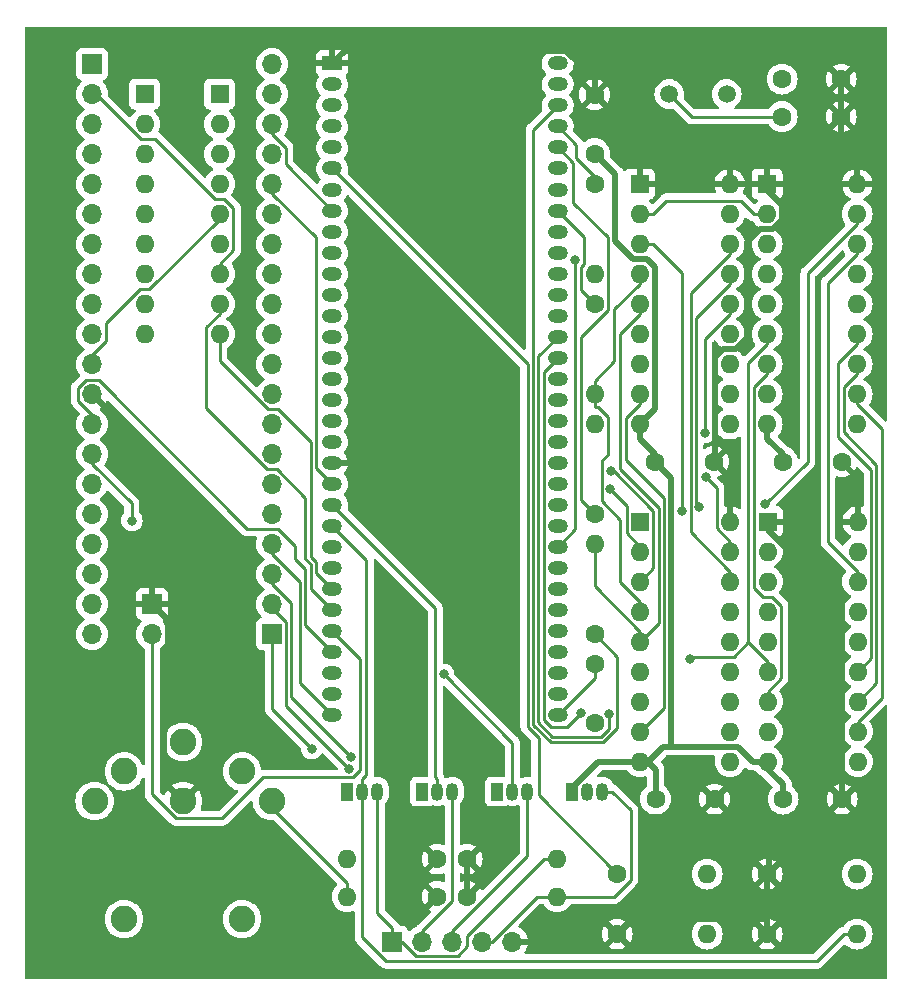
<source format=gbr>
%TF.GenerationSoftware,KiCad,Pcbnew,7.0.7*%
%TF.CreationDate,2024-08-07T00:19:30-05:00*%
%TF.ProjectId,TMS2V,544d5332-562e-46b6-9963-61645f706362,rev?*%
%TF.SameCoordinates,Original*%
%TF.FileFunction,Copper,L1,Top*%
%TF.FilePolarity,Positive*%
%FSLAX46Y46*%
G04 Gerber Fmt 4.6, Leading zero omitted, Abs format (unit mm)*
G04 Created by KiCad (PCBNEW 7.0.7) date 2024-08-07 00:19:30*
%MOMM*%
%LPD*%
G01*
G04 APERTURE LIST*
%TA.AperFunction,ComponentPad*%
%ADD10R,1.700000X1.200000*%
%TD*%
%TA.AperFunction,ComponentPad*%
%ADD11O,1.700000X1.200000*%
%TD*%
%TA.AperFunction,ComponentPad*%
%ADD12C,1.600000*%
%TD*%
%TA.AperFunction,ComponentPad*%
%ADD13O,1.600000X1.600000*%
%TD*%
%TA.AperFunction,ComponentPad*%
%ADD14R,1.050000X1.500000*%
%TD*%
%TA.AperFunction,ComponentPad*%
%ADD15O,1.050000X1.500000*%
%TD*%
%TA.AperFunction,ComponentPad*%
%ADD16R,1.600000X1.600000*%
%TD*%
%TA.AperFunction,ComponentPad*%
%ADD17C,2.250000*%
%TD*%
%TA.AperFunction,ComponentPad*%
%ADD18C,1.500000*%
%TD*%
%TA.AperFunction,ComponentPad*%
%ADD19R,1.700000X1.700000*%
%TD*%
%TA.AperFunction,ComponentPad*%
%ADD20O,1.700000X1.700000*%
%TD*%
%TA.AperFunction,ViaPad*%
%ADD21C,0.800000*%
%TD*%
%TA.AperFunction,Conductor*%
%ADD22C,0.500000*%
%TD*%
%TA.AperFunction,Conductor*%
%ADD23C,0.250000*%
%TD*%
G04 APERTURE END LIST*
D10*
%TO.P,U1,1,GND*%
%TO.N,GND*%
X142875000Y-75505000D03*
D11*
%TO.P,U1,2,\u002ADHCLK*%
%TO.N,unconnected-(U1-\u002ADHCLK-Pad2)*%
X142875000Y-77285000D03*
%TO.P,U1,3,\u002ADLCLK*%
%TO.N,unconnected-(U1-\u002ADLCLK-Pad3)*%
X142875000Y-79065000D03*
%TO.P,U1,4,\u002AVDS*%
%TO.N,unconnected-(U1-\u002AVDS-Pad4)*%
X142875000Y-80845000D03*
%TO.P,U1,5,HSYNC*%
%TO.N,unconnected-(U1-HSYNC-Pad5)*%
X142875000Y-82625000D03*
%TO.P,U1,6,CSYNC*%
%TO.N,Net-(U1-CSYNC)*%
X142875000Y-84405000D03*
%TO.P,U1,7,BLEO*%
%TO.N,unconnected-(U1-BLEO-Pad7)*%
X142875000Y-86185000D03*
%TO.P,U1,8,CPUCLK*%
%TO.N,/CLK*%
X142875000Y-87965000D03*
%TO.P,U1,9,\u002ARESET*%
%TO.N,Net-(J2-Pin_14)*%
X142875000Y-89745000D03*
%TO.P,U1,10,\u002AYS*%
%TO.N,unconnected-(U1-\u002AYS-Pad10)*%
X142875000Y-91525000D03*
%TO.P,U1,11,CBDR*%
%TO.N,unconnected-(U1-CBDR-Pad11)*%
X142875000Y-93305000D03*
%TO.P,U1,12,C7*%
%TO.N,unconnected-(U1-C7-Pad12)*%
X142875000Y-95085000D03*
%TO.P,U1,13,C6*%
%TO.N,unconnected-(U1-C6-Pad13)*%
X142875000Y-96865000D03*
%TO.P,U1,14,C5*%
%TO.N,unconnected-(U1-C5-Pad14)*%
X142875000Y-98645000D03*
%TO.P,U1,15,C4*%
%TO.N,unconnected-(U1-C4-Pad15)*%
X142875000Y-100425000D03*
%TO.P,U1,16,C3*%
%TO.N,unconnected-(U1-C3-Pad16)*%
X142875000Y-102205000D03*
%TO.P,U1,17,C2*%
%TO.N,unconnected-(U1-C2-Pad17)*%
X142875000Y-103985000D03*
%TO.P,U1,18,C1*%
%TO.N,unconnected-(U1-C1-Pad18)*%
X142875000Y-105765000D03*
%TO.P,U1,19,C0*%
%TO.N,unconnected-(U1-C0-Pad19)*%
X142875000Y-107545000D03*
%TO.P,U1,20,GND*%
%TO.N,GND*%
X142875000Y-109325000D03*
%TO.P,U1,21,VIDEO*%
%TO.N,/COMP*%
X142875000Y-111105000D03*
%TO.P,U1,22,G*%
%TO.N,Net-(Q2-B)*%
X142875000Y-112885000D03*
%TO.P,U1,23,R*%
%TO.N,Net-(Q1-B)*%
X142875000Y-114665000D03*
%TO.P,U1,24,B*%
%TO.N,Net-(Q3-B)*%
X142875000Y-116445000D03*
%TO.P,U1,25,\u002AINT*%
%TO.N,/\u002AINT*%
X142875000Y-118225000D03*
%TO.P,U1,26,\u002ALPS*%
%TO.N,Net-(RN2-R8)*%
X142875000Y-120005000D03*
%TO.P,U1,27,\u002ALPD*%
%TO.N,Net-(RN2-R7)*%
X142875000Y-121785000D03*
%TO.P,U1,28,MODE1*%
%TO.N,Net-(JP1-B)*%
X142875000Y-123565000D03*
%TO.P,U1,29,MODE0*%
%TO.N,Net-(J1-Pin_13)*%
X142875000Y-125345000D03*
%TO.P,U1,30,\u002ACSW*%
%TO.N,Net-(J1-Pin_14)*%
X142875000Y-127125000D03*
%TO.P,U1,31,\u002ACSR*%
%TO.N,Net-(J1-Pin_15)*%
X142875000Y-128905000D03*
%TO.P,U1,32,CD7*%
%TO.N,/CD7*%
X142875000Y-130685000D03*
%TO.P,U1,33,VBB*%
%TO.N,Net-(U1-VBB)*%
X161975800Y-130685000D03*
%TO.P,U1,34,CD6*%
%TO.N,/CD6*%
X161975800Y-128905000D03*
%TO.P,U1,35,CD5*%
%TO.N,/CD5*%
X161975800Y-127125000D03*
%TO.P,U1,36,CD4*%
%TO.N,/CD4*%
X161975800Y-125345000D03*
%TO.P,U1,37,CD3*%
%TO.N,/CD3*%
X161975800Y-123565000D03*
%TO.P,U1,38,CD2*%
%TO.N,/CD2*%
X161975800Y-121785000D03*
%TO.P,U1,39,CD1*%
%TO.N,/CD1*%
X161975800Y-120005000D03*
%TO.P,U1,40,CD0*%
%TO.N,/CD0*%
X161975800Y-118225000D03*
%TO.P,U1,41,RD0*%
%TO.N,/VD0*%
X161975800Y-116445000D03*
%TO.P,U1,42,RD1*%
%TO.N,/VD1*%
X161975800Y-114665000D03*
%TO.P,U1,43,RD2*%
%TO.N,/VD2*%
X161975800Y-112885000D03*
%TO.P,U1,44,RD3*%
%TO.N,/VD3*%
X161975800Y-111105000D03*
%TO.P,U1,45,RD4*%
%TO.N,/VD4*%
X161975800Y-109325000D03*
%TO.P,U1,46,RD5*%
%TO.N,/VD5*%
X161975800Y-107545000D03*
%TO.P,U1,47,RD6*%
%TO.N,/VD6*%
X161975800Y-105765000D03*
%TO.P,U1,48,RD7*%
%TO.N,/VD7*%
X161975800Y-103985000D03*
%TO.P,U1,49,AD0*%
%TO.N,/VA0*%
X161975800Y-102205000D03*
%TO.P,U1,50,AD1*%
%TO.N,/VA1*%
X161975800Y-100425000D03*
%TO.P,U1,51,AD2*%
%TO.N,/VA2*%
X161975800Y-98645000D03*
%TO.P,U1,52,AD3*%
%TO.N,/VA3*%
X161975800Y-96865000D03*
%TO.P,U1,53,AD4*%
%TO.N,/VA4*%
X161975800Y-95085000D03*
%TO.P,U1,54,AD5*%
%TO.N,/VA5*%
X161975800Y-93305000D03*
%TO.P,U1,55,AD6*%
%TO.N,/VA6*%
X161975800Y-91525000D03*
%TO.P,U1,56,AD7*%
%TO.N,/VA7*%
X161975800Y-89745000D03*
%TO.P,U1,57,R/\u002AW*%
%TO.N,Net-(U1-R{slash}\u002AW)*%
X161975800Y-87965000D03*
%TO.P,U1,58,VCC*%
%TO.N,+5V*%
X161975800Y-86185000D03*
%TO.P,U1,59,\u002ACASX*%
%TO.N,unconnected-(U1-\u002ACASX-Pad59)*%
X161975800Y-84405000D03*
%TO.P,U1,60,\u002ACAS1*%
%TO.N,Net-(U1-\u002ACAS1)*%
X161975800Y-82625000D03*
%TO.P,U1,61,\u002ACAS0*%
%TO.N,Net-(U1-\u002ACAS0)*%
X161975800Y-80845000D03*
%TO.P,U1,62,\u002ARAS*%
%TO.N,Net-(U1-\u002ARAS)*%
X161975800Y-79065000D03*
%TO.P,U1,63,XTAL1*%
%TO.N,Net-(U1-XTAL1)*%
X161975800Y-77285000D03*
%TO.P,U1,64,XTAL2*%
%TO.N,Net-(U1-XTAL2)*%
X161975800Y-75505000D03*
%TD*%
D12*
%TO.P,C7,1*%
%TO.N,+5V*%
X170260000Y-137795000D03*
%TO.P,C7,2*%
%TO.N,GND*%
X175260000Y-137795000D03*
%TD*%
%TO.P,C1,1*%
%TO.N,GND*%
X165100000Y-131365000D03*
%TO.P,C1,2*%
%TO.N,Net-(U1-VBB)*%
X165100000Y-126365000D03*
%TD*%
%TO.P,C6,1*%
%TO.N,+5V*%
X181015000Y-109220000D03*
%TO.P,C6,2*%
%TO.N,GND*%
X186015000Y-109220000D03*
%TD*%
%TO.P,R5,1*%
%TO.N,Net-(U1-CSYNC)*%
X167005000Y-144145000D03*
D13*
%TO.P,R5,2*%
%TO.N,Net-(Q4-B)*%
X174625000Y-144145000D03*
%TD*%
D14*
%TO.P,Q4,1,C*%
%TO.N,+5V*%
X163195000Y-137160000D03*
D15*
%TO.P,Q4,2,B*%
%TO.N,Net-(Q4-B)*%
X164465000Y-137160000D03*
%TO.P,Q4,3,E*%
%TO.N,/CSYNC*%
X165735000Y-137160000D03*
%TD*%
D12*
%TO.P,C5,1*%
%TO.N,+5V*%
X170180000Y-109220000D03*
%TO.P,C5,2*%
%TO.N,GND*%
X175180000Y-109220000D03*
%TD*%
D13*
%TO.P,U5,18,GND*%
%TO.N,GND*%
X187365000Y-114300000D03*
%TO.P,U5,17,D3*%
%TO.N,/VD7*%
X187365000Y-116840000D03*
%TO.P,U5,16,\u002ACAS*%
%TO.N,Net-(U3-\u002ACAS)*%
X187365000Y-119380000D03*
%TO.P,U5,15,D2*%
%TO.N,/VD6*%
X187365000Y-121920000D03*
%TO.P,U5,14,A0*%
%TO.N,/VA0*%
X187365000Y-124460000D03*
%TO.P,U5,13,A1*%
%TO.N,/VA1*%
X187365000Y-127000000D03*
%TO.P,U5,12,A2*%
%TO.N,/VA2*%
X187365000Y-129540000D03*
%TO.P,U5,11,A3*%
%TO.N,/VA3*%
X187365000Y-132080000D03*
%TO.P,U5,10,A7*%
%TO.N,/VA7*%
X187365000Y-134620000D03*
%TO.P,U5,9,VCC*%
%TO.N,+5V*%
X179745000Y-134620000D03*
%TO.P,U5,8,A4*%
%TO.N,/VA4*%
X179745000Y-132080000D03*
%TO.P,U5,7,A5*%
%TO.N,/VA5*%
X179745000Y-129540000D03*
%TO.P,U5,6,A6*%
%TO.N,/VA6*%
X179745000Y-127000000D03*
%TO.P,U5,5,\u002ARAS*%
%TO.N,Net-(U2-\u002ARAS)*%
X179745000Y-124460000D03*
%TO.P,U5,4,\u002AWE*%
%TO.N,Net-(U2-\u002AWE)*%
X179745000Y-121920000D03*
%TO.P,U5,3,D1*%
%TO.N,/VD5*%
X179745000Y-119380000D03*
%TO.P,U5,2,D0*%
%TO.N,/VD4*%
X179745000Y-116840000D03*
D16*
%TO.P,U5,1,\u002AOE*%
%TO.N,GND*%
X179745000Y-114300000D03*
%TD*%
D17*
%TO.P,J3,*%
%TO.N,*%
X125255000Y-147955000D03*
X135255000Y-147955000D03*
%TO.P,J3,1*%
%TO.N,/GREEN*%
X137755000Y-137955000D03*
%TO.P,J3,2*%
%TO.N,unconnected-(J3-Pad2)*%
X135255000Y-135455000D03*
%TO.P,J3,3*%
%TO.N,GND*%
X130255000Y-137955000D03*
%TO.P,J3,4*%
%TO.N,/RED*%
X125255000Y-135455000D03*
%TO.P,J3,5*%
%TO.N,/BLUE*%
X122755000Y-137955000D03*
%TO.P,J3,6*%
%TO.N,/CSYNC*%
X130255000Y-132955000D03*
%TD*%
D14*
%TO.P,Q1,1,C*%
%TO.N,+5V*%
X144145000Y-137160000D03*
D15*
%TO.P,Q1,2,B*%
%TO.N,Net-(Q1-B)*%
X145415000Y-137160000D03*
%TO.P,Q1,3,E*%
%TO.N,/RED*%
X146685000Y-137160000D03*
%TD*%
D13*
%TO.P,R9,2*%
%TO.N,/CSYNC*%
X161925000Y-146050000D03*
D12*
%TO.P,R9,1*%
%TO.N,GND*%
X154305000Y-146050000D03*
%TD*%
D18*
%TO.P,Y1,2,2*%
%TO.N,Net-(U1-XTAL1)*%
X176290000Y-78105000D03*
%TO.P,Y1,1,1*%
%TO.N,Net-(U1-XTAL2)*%
X171410000Y-78105000D03*
%TD*%
D12*
%TO.P,R1,1*%
%TO.N,Net-(U1-R{slash}\u002AW)*%
X165100000Y-95885000D03*
D13*
%TO.P,R1,2*%
%TO.N,Net-(U2-\u002AWE)*%
X165100000Y-103505000D03*
%TD*%
D19*
%TO.P,J1,1,Pin_1*%
%TO.N,/\u002ATMS_RAS*%
X122555000Y-75565000D03*
D20*
%TO.P,J1,2,Pin_2*%
%TO.N,/\u002ATMS_CAS*%
X122555000Y-78105000D03*
%TO.P,J1,3,Pin_3*%
%TO.N,/TMS_AD0*%
X122555000Y-80645000D03*
%TO.P,J1,4,Pin_4*%
%TO.N,/TMS_AD1*%
X122555000Y-83185000D03*
%TO.P,J1,5,Pin_5*%
%TO.N,/TMS_AD2*%
X122555000Y-85725000D03*
%TO.P,J1,6,Pin_6*%
%TO.N,/TMS_AD3*%
X122555000Y-88265000D03*
%TO.P,J1,7,Pin_7*%
%TO.N,/TMS_AD4*%
X122555000Y-90805000D03*
%TO.P,J1,8,Pin_8*%
%TO.N,/TMS_AD5*%
X122555000Y-93345000D03*
%TO.P,J1,9,Pin_9*%
%TO.N,/TMS_AD6*%
X122555000Y-95885000D03*
%TO.P,J1,10,Pin_10*%
%TO.N,/TMS_AD7*%
X122555000Y-98425000D03*
%TO.P,J1,11,Pin_11*%
%TO.N,/\u002ATMS_RDWR*%
X122555000Y-100965000D03*
%TO.P,J1,12,Pin_12*%
%TO.N,GND*%
X122555000Y-103505000D03*
%TO.P,J1,13,Pin_13*%
%TO.N,Net-(J1-Pin_13)*%
X122555000Y-106045000D03*
%TO.P,J1,14,Pin_14*%
%TO.N,Net-(J1-Pin_14)*%
X122555000Y-108585000D03*
%TO.P,J1,15,Pin_15*%
%TO.N,Net-(J1-Pin_15)*%
X122555000Y-111125000D03*
%TO.P,J1,16,Pin_16*%
%TO.N,/\u002AINT*%
X122555000Y-113665000D03*
%TO.P,J1,17,Pin_17*%
%TO.N,/CD0*%
X122555000Y-116205000D03*
%TO.P,J1,18,Pin_18*%
%TO.N,/CD1*%
X122555000Y-118745000D03*
%TO.P,J1,19,Pin_19*%
%TO.N,/CD2*%
X122555000Y-121285000D03*
%TO.P,J1,20,Pin_20*%
%TO.N,/CD3*%
X122555000Y-123825000D03*
%TD*%
D13*
%TO.P,R3,2*%
%TO.N,Net-(U3-\u002ACAS)*%
X165100000Y-106045000D03*
D12*
%TO.P,R3,1*%
%TO.N,Net-(U1-\u002ACAS1)*%
X165100000Y-113665000D03*
%TD*%
D13*
%TO.P,RN2,9,R8*%
%TO.N,Net-(RN2-R8)*%
X133350000Y-98425000D03*
%TO.P,RN2,8,R7*%
%TO.N,Net-(RN2-R7)*%
X133350000Y-95885000D03*
%TO.P,RN2,7,R6*%
%TO.N,/\u002ATMS_CAS*%
X133350000Y-93345000D03*
%TO.P,RN2,6,R5*%
%TO.N,/\u002ATMS_RAS*%
X133350000Y-90805000D03*
%TO.P,RN2,5,R4*%
%TO.N,/\u002ATMS_RDWR*%
X133350000Y-88265000D03*
%TO.P,RN2,4,R3*%
%TO.N,unconnected-(RN2-R3-Pad4)*%
X133350000Y-85725000D03*
%TO.P,RN2,3,R2*%
%TO.N,unconnected-(RN2-R2-Pad3)*%
X133350000Y-83185000D03*
%TO.P,RN2,2,R1*%
%TO.N,unconnected-(RN2-R1-Pad2)*%
X133350000Y-80645000D03*
D16*
%TO.P,RN2,1,common*%
%TO.N,+5V*%
X133350000Y-78105000D03*
%TD*%
D12*
%TO.P,C3,1*%
%TO.N,GND*%
X185975000Y-80010000D03*
%TO.P,C3,2*%
%TO.N,Net-(U1-XTAL2)*%
X180975000Y-80010000D03*
%TD*%
%TO.P,R7,1*%
%TO.N,GND*%
X179705000Y-144145000D03*
D13*
%TO.P,R7,2*%
%TO.N,Net-(Q2-B)*%
X187325000Y-144145000D03*
%TD*%
D19*
%TO.P,J4,1,Pin_1*%
%TO.N,/RED*%
X147955000Y-149860000D03*
D20*
%TO.P,J4,2,Pin_2*%
%TO.N,/GREEN*%
X150495000Y-149860000D03*
%TO.P,J4,3,Pin_3*%
%TO.N,/BLUE*%
X153035000Y-149860000D03*
%TO.P,J4,4,Pin_4*%
%TO.N,/CSYNC*%
X155575000Y-149860000D03*
%TO.P,J4,5,Pin_5*%
%TO.N,GND*%
X158115000Y-149860000D03*
%TD*%
D12*
%TO.P,R6,1*%
%TO.N,GND*%
X167005000Y-149225000D03*
D13*
%TO.P,R6,2*%
%TO.N,Net-(Q3-B)*%
X174625000Y-149225000D03*
%TD*%
D14*
%TO.P,Q3,1,C*%
%TO.N,+5V*%
X156845000Y-137160000D03*
D15*
%TO.P,Q3,2,B*%
%TO.N,Net-(Q3-B)*%
X158115000Y-137160000D03*
%TO.P,Q3,3,E*%
%TO.N,/BLUE*%
X159385000Y-137160000D03*
%TD*%
D12*
%TO.P,C8,1*%
%TO.N,+5V*%
X181055000Y-137795000D03*
%TO.P,C8,2*%
%TO.N,GND*%
X186055000Y-137795000D03*
%TD*%
%TO.P,C4,1*%
%TO.N,+5V*%
X165100000Y-83145000D03*
%TO.P,C4,2*%
%TO.N,GND*%
X165100000Y-78145000D03*
%TD*%
%TO.P,C2,1*%
%TO.N,GND*%
X185975000Y-76835000D03*
%TO.P,C2,2*%
%TO.N,Net-(U1-XTAL1)*%
X180975000Y-76835000D03*
%TD*%
%TO.P,R4,1*%
%TO.N,Net-(U1-\u002ARAS)*%
X165100000Y-123825000D03*
D13*
%TO.P,R4,2*%
%TO.N,Net-(U2-\u002ARAS)*%
X165100000Y-116205000D03*
%TD*%
%TO.P,U3,18,GND*%
%TO.N,GND*%
X187325000Y-85725000D03*
%TO.P,U3,17,D3*%
%TO.N,/VD3*%
X187325000Y-88265000D03*
%TO.P,U3,16,\u002ACAS*%
%TO.N,Net-(U3-\u002ACAS)*%
X187325000Y-90805000D03*
%TO.P,U3,15,D2*%
%TO.N,/VD2*%
X187325000Y-93345000D03*
%TO.P,U3,14,A0*%
%TO.N,/VA0*%
X187325000Y-95885000D03*
%TO.P,U3,13,A1*%
%TO.N,/VA1*%
X187325000Y-98425000D03*
%TO.P,U3,12,A2*%
%TO.N,/VA2*%
X187325000Y-100965000D03*
%TO.P,U3,11,A3*%
%TO.N,/VA3*%
X187325000Y-103505000D03*
%TO.P,U3,10,A7*%
%TO.N,/VA7*%
X187325000Y-106045000D03*
%TO.P,U3,9,VCC*%
%TO.N,+5V*%
X179705000Y-106045000D03*
%TO.P,U3,8,A4*%
%TO.N,/VA4*%
X179705000Y-103505000D03*
%TO.P,U3,7,A5*%
%TO.N,/VA5*%
X179705000Y-100965000D03*
%TO.P,U3,6,A6*%
%TO.N,/VA6*%
X179705000Y-98425000D03*
%TO.P,U3,5,\u002ARAS*%
%TO.N,Net-(U2-\u002ARAS)*%
X179705000Y-95885000D03*
%TO.P,U3,4,\u002AWE*%
%TO.N,Net-(U2-\u002AWE)*%
X179705000Y-93345000D03*
%TO.P,U3,3,D1*%
%TO.N,/VD1*%
X179705000Y-90805000D03*
%TO.P,U3,2,D0*%
%TO.N,/VD0*%
X179705000Y-88265000D03*
D16*
%TO.P,U3,1,\u002AOE*%
%TO.N,GND*%
X179705000Y-85725000D03*
%TD*%
D13*
%TO.P,U4,18,GND*%
%TO.N,GND*%
X176570000Y-114300000D03*
%TO.P,U4,17,D3*%
%TO.N,/VD7*%
X176570000Y-116840000D03*
%TO.P,U4,16,\u002ACAS*%
%TO.N,Net-(U2-\u002ACAS)*%
X176570000Y-119380000D03*
%TO.P,U4,15,D2*%
%TO.N,/VD6*%
X176570000Y-121920000D03*
%TO.P,U4,14,A0*%
%TO.N,/VA0*%
X176570000Y-124460000D03*
%TO.P,U4,13,A1*%
%TO.N,/VA1*%
X176570000Y-127000000D03*
%TO.P,U4,12,A2*%
%TO.N,/VA2*%
X176570000Y-129540000D03*
%TO.P,U4,11,A3*%
%TO.N,/VA3*%
X176570000Y-132080000D03*
%TO.P,U4,10,A7*%
%TO.N,/VA7*%
X176570000Y-134620000D03*
%TO.P,U4,9,VCC*%
%TO.N,+5V*%
X168950000Y-134620000D03*
%TO.P,U4,8,A4*%
%TO.N,/VA4*%
X168950000Y-132080000D03*
%TO.P,U4,7,A5*%
%TO.N,/VA5*%
X168950000Y-129540000D03*
%TO.P,U4,6,A6*%
%TO.N,/VA6*%
X168950000Y-127000000D03*
%TO.P,U4,5,\u002ARAS*%
%TO.N,Net-(U2-\u002ARAS)*%
X168950000Y-124460000D03*
%TO.P,U4,4,\u002AWE*%
%TO.N,Net-(U2-\u002AWE)*%
X168950000Y-121920000D03*
%TO.P,U4,3,D1*%
%TO.N,/VD5*%
X168950000Y-119380000D03*
%TO.P,U4,2,D0*%
%TO.N,/VD4*%
X168950000Y-116840000D03*
D16*
%TO.P,U4,1,\u002AOE*%
%TO.N,GND*%
X168950000Y-114300000D03*
%TD*%
D13*
%TO.P,R2,2*%
%TO.N,Net-(U2-\u002ACAS)*%
X165100000Y-93345000D03*
D12*
%TO.P,R2,1*%
%TO.N,Net-(U1-\u002ACAS0)*%
X165100000Y-85725000D03*
%TD*%
D14*
%TO.P,Q2,1,C*%
%TO.N,+5V*%
X150495000Y-137160000D03*
D15*
%TO.P,Q2,2,B*%
%TO.N,Net-(Q2-B)*%
X151765000Y-137160000D03*
%TO.P,Q2,3,E*%
%TO.N,/GREEN*%
X153035000Y-137160000D03*
%TD*%
D12*
%TO.P,R8,1*%
%TO.N,GND*%
X179705000Y-149225000D03*
D13*
%TO.P,R8,2*%
%TO.N,Net-(Q1-B)*%
X187325000Y-149225000D03*
%TD*%
D12*
%TO.P,R10,1*%
%TO.N,GND*%
X151765000Y-142875000D03*
D13*
%TO.P,R10,2*%
%TO.N,/BLUE*%
X144145000Y-142875000D03*
%TD*%
D12*
%TO.P,R11,1*%
%TO.N,GND*%
X151765000Y-146050000D03*
D13*
%TO.P,R11,2*%
%TO.N,/GREEN*%
X144145000Y-146050000D03*
%TD*%
D19*
%TO.P,J2,1,Pin_1*%
%TO.N,/CD4*%
X137795000Y-123825000D03*
D20*
%TO.P,J2,2,Pin_2*%
%TO.N,/CD5*%
X137795000Y-121285000D03*
%TO.P,J2,3,Pin_3*%
%TO.N,/CD6*%
X137795000Y-118745000D03*
%TO.P,J2,4,Pin_4*%
%TO.N,/CD7*%
X137795000Y-116205000D03*
%TO.P,J2,5,Pin_5*%
%TO.N,unconnected-(J2-Pin_5-Pad5)*%
X137795000Y-113665000D03*
%TO.P,J2,6,Pin_6*%
%TO.N,unconnected-(J2-Pin_6-Pad6)*%
X137795000Y-111125000D03*
%TO.P,J2,7,Pin_7*%
%TO.N,unconnected-(J2-Pin_7-Pad7)*%
X137795000Y-108585000D03*
%TO.P,J2,8,Pin_8*%
%TO.N,unconnected-(J2-Pin_8-Pad8)*%
X137795000Y-106045000D03*
%TO.P,J2,9,Pin_9*%
%TO.N,unconnected-(J2-Pin_9-Pad9)*%
X137795000Y-103505000D03*
%TO.P,J2,10,Pin_10*%
%TO.N,unconnected-(J2-Pin_10-Pad10)*%
X137795000Y-100965000D03*
%TO.P,J2,11,Pin_11*%
%TO.N,unconnected-(J2-Pin_11-Pad11)*%
X137795000Y-98425000D03*
%TO.P,J2,12,Pin_12*%
%TO.N,unconnected-(J2-Pin_12-Pad12)*%
X137795000Y-95885000D03*
%TO.P,J2,13,Pin_13*%
%TO.N,+5V*%
X137795000Y-93345000D03*
%TO.P,J2,14,Pin_14*%
%TO.N,Net-(J2-Pin_14)*%
X137795000Y-90805000D03*
%TO.P,J2,15,Pin_15*%
%TO.N,unconnected-(J2-Pin_15-Pad15)*%
X137795000Y-88265000D03*
%TO.P,J2,16,Pin_16*%
%TO.N,/COMP*%
X137795000Y-85725000D03*
%TO.P,J2,17,Pin_17*%
%TO.N,unconnected-(J2-Pin_17-Pad17)*%
X137795000Y-83185000D03*
%TO.P,J2,18,Pin_18*%
%TO.N,/CLK*%
X137795000Y-80645000D03*
%TO.P,J2,19,Pin_19*%
%TO.N,unconnected-(J2-Pin_19-Pad19)*%
X137795000Y-78105000D03*
%TO.P,J2,20,Pin_20*%
%TO.N,unconnected-(J2-Pin_20-Pad20)*%
X137795000Y-75565000D03*
%TD*%
D19*
%TO.P,JP1,1,A*%
%TO.N,GND*%
X127635000Y-121280000D03*
D20*
%TO.P,JP1,2,B*%
%TO.N,Net-(JP1-B)*%
X127635000Y-123820000D03*
%TD*%
D16*
%TO.P,U2,1,\u002AOE*%
%TO.N,GND*%
X168910000Y-85725000D03*
D13*
%TO.P,U2,2,D0*%
%TO.N,/VD0*%
X168910000Y-88265000D03*
%TO.P,U2,3,D1*%
%TO.N,/VD1*%
X168910000Y-90805000D03*
%TO.P,U2,4,\u002AWE*%
%TO.N,Net-(U2-\u002AWE)*%
X168910000Y-93345000D03*
%TO.P,U2,5,\u002ARAS*%
%TO.N,Net-(U2-\u002ARAS)*%
X168910000Y-95885000D03*
%TO.P,U2,6,A6*%
%TO.N,/VA6*%
X168910000Y-98425000D03*
%TO.P,U2,7,A5*%
%TO.N,/VA5*%
X168910000Y-100965000D03*
%TO.P,U2,8,A4*%
%TO.N,/VA4*%
X168910000Y-103505000D03*
%TO.P,U2,9,VCC*%
%TO.N,+5V*%
X168910000Y-106045000D03*
%TO.P,U2,10,A7*%
%TO.N,/VA7*%
X176530000Y-106045000D03*
%TO.P,U2,11,A3*%
%TO.N,/VA3*%
X176530000Y-103505000D03*
%TO.P,U2,12,A2*%
%TO.N,/VA2*%
X176530000Y-100965000D03*
%TO.P,U2,13,A1*%
%TO.N,/VA1*%
X176530000Y-98425000D03*
%TO.P,U2,14,A0*%
%TO.N,/VA0*%
X176530000Y-95885000D03*
%TO.P,U2,15,D2*%
%TO.N,/VD2*%
X176530000Y-93345000D03*
%TO.P,U2,16,\u002ACAS*%
%TO.N,Net-(U2-\u002ACAS)*%
X176530000Y-90805000D03*
%TO.P,U2,17,D3*%
%TO.N,/VD3*%
X176530000Y-88265000D03*
%TO.P,U2,18,GND*%
%TO.N,GND*%
X176530000Y-85725000D03*
%TD*%
D12*
%TO.P,R12,1*%
%TO.N,GND*%
X154305000Y-142875000D03*
D13*
%TO.P,R12,2*%
%TO.N,/RED*%
X161925000Y-142875000D03*
%TD*%
D16*
%TO.P,RN1,1,common*%
%TO.N,+5V*%
X127000000Y-78105000D03*
D13*
%TO.P,RN1,2,R1*%
%TO.N,/TMS_AD0*%
X127000000Y-80645000D03*
%TO.P,RN1,3,R2*%
%TO.N,/TMS_AD1*%
X127000000Y-83185000D03*
%TO.P,RN1,4,R3*%
%TO.N,/TMS_AD2*%
X127000000Y-85725000D03*
%TO.P,RN1,5,R4*%
%TO.N,/TMS_AD3*%
X127000000Y-88265000D03*
%TO.P,RN1,6,R5*%
%TO.N,/TMS_AD4*%
X127000000Y-90805000D03*
%TO.P,RN1,7,R6*%
%TO.N,/TMS_AD5*%
X127000000Y-93345000D03*
%TO.P,RN1,8,R7*%
%TO.N,/TMS_AD6*%
X127000000Y-95885000D03*
%TO.P,RN1,9,R8*%
%TO.N,/TMS_AD7*%
X127000000Y-98425000D03*
%TD*%
D21*
%TO.N,/VA6*%
X173181900Y-125948300D03*
%TO.N,/VA2*%
X166274800Y-130555900D03*
%TO.N,/VA1*%
X163910300Y-130500600D03*
%TO.N,/VA0*%
X174418900Y-106768500D03*
%TO.N,/VD7*%
X174509000Y-110540200D03*
%TO.N,/VD5*%
X166459400Y-110032200D03*
%TO.N,/VD4*%
X166413500Y-111555600D03*
%TO.N,/VD3*%
X179541600Y-112840000D03*
%TO.N,/VD2*%
X173970100Y-113047000D03*
%TO.N,/VD1*%
X172456400Y-113426500D03*
%TO.N,/VD0*%
X163469400Y-92176300D03*
%TO.N,Net-(Q3-B)*%
X152325700Y-127226300D03*
%TO.N,/CD6*%
X144504000Y-134213000D03*
%TO.N,/CD5*%
X144321800Y-135232800D03*
%TO.N,/CD4*%
X141133200Y-133513500D03*
%TO.N,Net-(J1-Pin_14)*%
X125916500Y-114213500D03*
%TD*%
D22*
%TO.N,+5V*%
X165401142Y-134620000D02*
X168950000Y-134620000D01*
X163195000Y-136826142D02*
X165401142Y-134620000D01*
X163195000Y-137160000D02*
X163195000Y-136826142D01*
D23*
%TO.N,/RED*%
X160799700Y-142875000D02*
X161925000Y-142875000D01*
X154305000Y-150263500D02*
X154305000Y-149369700D01*
X153493200Y-151075300D02*
X154305000Y-150263500D01*
X154305000Y-149369700D02*
X160799700Y-142875000D01*
X148763000Y-149860000D02*
X149978300Y-151075300D01*
X149978300Y-151075300D02*
X153493200Y-151075300D01*
X147955000Y-149860000D02*
X148763000Y-149860000D01*
%TO.N,/GREEN*%
X153035000Y-146438500D02*
X153035000Y-137160000D01*
X150495000Y-148978500D02*
X153035000Y-146438500D01*
X150495000Y-149860000D02*
X150495000Y-148978500D01*
%TO.N,/BLUE*%
X153035000Y-148978500D02*
X159385000Y-142628500D01*
X159385000Y-142628500D02*
X159385000Y-137160000D01*
X153035000Y-149860000D02*
X153035000Y-148978500D01*
%TO.N,/CSYNC*%
X156383000Y-149860000D02*
X160193000Y-146050000D01*
X155575000Y-149860000D02*
X156383000Y-149860000D01*
X160193000Y-146050000D02*
X161925000Y-146050000D01*
%TO.N,Net-(U3-\u002ACAS)*%
X184865000Y-94109000D02*
X187325000Y-91649000D01*
X184865000Y-116036000D02*
X184865000Y-94109000D01*
X187365000Y-118536000D02*
X184865000Y-116036000D01*
X187325000Y-91649000D02*
X187325000Y-90805000D01*
X187365000Y-119380000D02*
X187365000Y-118536000D01*
%TO.N,/VA1*%
X185724000Y-100870000D02*
X185724000Y-107155000D01*
X188490300Y-109921300D02*
X188490300Y-125874700D01*
X188490300Y-125874700D02*
X187365000Y-127000000D01*
X187325000Y-99269000D02*
X185724000Y-100870000D01*
X185724000Y-107155000D02*
X188490300Y-109921300D01*
X187325000Y-98425000D02*
X187325000Y-99269000D01*
%TO.N,/VA2*%
X188949300Y-127955700D02*
X187365000Y-129540000D01*
X188949300Y-109479900D02*
X188949300Y-127955700D01*
X186199300Y-106729900D02*
X188949300Y-109479900D01*
X187325000Y-101809000D02*
X186199300Y-102934700D01*
X186199300Y-102934700D02*
X186199300Y-106729900D01*
X187325000Y-100965000D02*
X187325000Y-101809000D01*
%TO.N,/VA3*%
X189399700Y-129201300D02*
X187365000Y-131236000D01*
X189399700Y-106423700D02*
X189399700Y-129201300D01*
X187325000Y-104349000D02*
X189399700Y-106423700D01*
X187325000Y-103505000D02*
X187325000Y-104349000D01*
X187365000Y-131236000D02*
X187365000Y-132080000D01*
%TO.N,/VA5*%
X179745000Y-128696000D02*
X179745000Y-129540000D01*
X180871400Y-127569600D02*
X179745000Y-128696000D01*
X180871400Y-121431400D02*
X180871400Y-127569600D01*
X179334700Y-120650000D02*
X180090000Y-120650000D01*
X178579700Y-102934200D02*
X178579700Y-119895000D01*
X180090000Y-120650000D02*
X180871400Y-121431400D01*
X179705000Y-101808900D02*
X178579700Y-102934200D01*
X179705000Y-100965000D02*
X179705000Y-101808900D01*
X178579700Y-119895000D02*
X179334700Y-120650000D01*
%TO.N,/VA6*%
X179745000Y-126156000D02*
X179745000Y-127000000D01*
X178105800Y-124516800D02*
X179745000Y-126156000D01*
D22*
%TO.N,GND*%
X186055000Y-121313300D02*
X186055000Y-137795000D01*
X179745000Y-115003300D02*
X186055000Y-121313300D01*
X179745000Y-114300000D02*
X179745000Y-115003300D01*
D23*
%TO.N,/VD7*%
X175444700Y-111475900D02*
X174509000Y-110540200D01*
X175444700Y-114870800D02*
X175444700Y-111475900D01*
X176570000Y-115996100D02*
X175444700Y-114870800D01*
X176570000Y-116840000D02*
X176570000Y-115996100D01*
%TO.N,Net-(U2-\u002ACAS)*%
X176570000Y-118536100D02*
X176570000Y-119380000D01*
X173223900Y-115190000D02*
X176570000Y-118536100D01*
X173223900Y-94955100D02*
X173223900Y-115190000D01*
X176530000Y-91649000D02*
X173223900Y-94955100D01*
X176530000Y-90805000D02*
X176530000Y-91649000D01*
%TO.N,/VA4*%
X167773700Y-105522400D02*
X168910000Y-104386100D01*
X170988400Y-112278100D02*
X167773700Y-109063400D01*
X170988400Y-130041600D02*
X170988400Y-112278100D01*
X167773700Y-109063400D02*
X167773700Y-105522400D01*
X168910000Y-104386100D02*
X168910000Y-103505000D01*
X168950000Y-132080000D02*
X170988400Y-130041600D01*
%TO.N,Net-(U2-\u002ARAS)*%
X165100000Y-119766000D02*
X165100000Y-116205000D01*
X168950000Y-123616000D02*
X165100000Y-119766000D01*
X168950000Y-124460000D02*
X168950000Y-123616000D01*
X170538100Y-122871900D02*
X168950000Y-124460000D01*
X170538100Y-113139900D02*
X170538100Y-122871900D01*
X168910000Y-96729000D02*
X167259500Y-98379500D01*
X167259500Y-98379500D02*
X167259500Y-109861300D01*
X167259500Y-109861300D02*
X170538100Y-113139900D01*
X168910000Y-95885000D02*
X168910000Y-96729000D01*
%TO.N,Net-(U2-\u002AWE)*%
X168950000Y-121076000D02*
X168950000Y-121920000D01*
X167254800Y-119380800D02*
X168950000Y-121076000D01*
X167254800Y-114159600D02*
X167254800Y-119380800D01*
X165680600Y-112585400D02*
X167254800Y-114159600D01*
X165680600Y-109135100D02*
X165680600Y-112585400D01*
X166225400Y-105474400D02*
X166225400Y-108590300D01*
X165100000Y-103505000D02*
X165100000Y-104630300D01*
X165100000Y-104630300D02*
X165381300Y-104630300D01*
X165381300Y-104630300D02*
X166225400Y-105474400D01*
X166225400Y-108590300D02*
X165680600Y-109135100D01*
%TO.N,/VD5*%
X166459400Y-110032300D02*
X166459400Y-110032200D01*
X170075300Y-113365200D02*
X166742400Y-110032300D01*
X168950000Y-119380000D02*
X170075300Y-118254700D01*
X170075300Y-118254700D02*
X170075300Y-113365200D01*
X166742400Y-110032300D02*
X166459400Y-110032300D01*
%TO.N,/VD4*%
X167824700Y-112966800D02*
X166413500Y-111555600D01*
X167824700Y-115292800D02*
X167824700Y-112966800D01*
X168950000Y-116418100D02*
X167824700Y-115292800D01*
X168950000Y-116840000D02*
X168950000Y-116418100D01*
%TO.N,/VA6*%
X178105800Y-100868200D02*
X178105800Y-124516800D01*
X179705000Y-98425000D02*
X179705000Y-99269000D01*
X179705000Y-99269000D02*
X178105800Y-100868200D01*
%TO.N,/VD3*%
X187325000Y-89109000D02*
X187325000Y-88265000D01*
X183141600Y-93292400D02*
X187325000Y-89109000D01*
X183141600Y-109240000D02*
X183141600Y-93292400D01*
X179541600Y-112840000D02*
X183141600Y-109240000D01*
%TO.N,/VD2*%
X173674200Y-97044700D02*
X176530000Y-94188900D01*
X173674200Y-112751100D02*
X173674200Y-97044700D01*
X176530000Y-94188900D02*
X176530000Y-93345000D01*
X173970100Y-113047000D02*
X173674200Y-112751100D01*
%TO.N,/VA0*%
X174418900Y-98840100D02*
X174418900Y-106768500D01*
X176530000Y-96729000D02*
X174418900Y-98840100D01*
X176530000Y-95885000D02*
X176530000Y-96729000D01*
%TO.N,Net-(U2-\u002AWE)*%
X166767500Y-100712200D02*
X166767500Y-96331500D01*
X168910000Y-94189000D02*
X168910000Y-93345000D01*
X165100000Y-102379700D02*
X166767500Y-100712200D01*
X165100000Y-103505000D02*
X165100000Y-102379700D01*
X166767500Y-96331500D02*
X168910000Y-94189000D01*
D22*
%TO.N,GND*%
X179705000Y-86248200D02*
X180965300Y-87508500D01*
X179705000Y-85725000D02*
X179705000Y-86248200D01*
X165100000Y-76869100D02*
X165100000Y-78145000D01*
X162685600Y-74454700D02*
X165100000Y-76869100D01*
X142875000Y-75505000D02*
X143925300Y-74454700D01*
X143925300Y-74454700D02*
X162685600Y-74454700D01*
D23*
%TO.N,/\u002ATMS_RDWR*%
X133350000Y-88639700D02*
X133350000Y-88265000D01*
X126624600Y-94615000D02*
X127374700Y-94615000D01*
X123730300Y-97509300D02*
X126624600Y-94615000D01*
X122555000Y-100157100D02*
X123730300Y-98981800D01*
X123730300Y-98981800D02*
X123730300Y-97509300D01*
X127374700Y-94615000D02*
X133350000Y-88639700D01*
X122555000Y-100965000D02*
X122555000Y-100157100D01*
%TO.N,/\u002ATMS_CAS*%
X133350000Y-92501000D02*
X133350000Y-93345000D01*
X134515000Y-87771200D02*
X134515000Y-91336000D01*
X134515000Y-91336000D02*
X133350000Y-92501000D01*
X132983300Y-86995000D02*
X133738800Y-86995000D01*
X126658800Y-81915000D02*
X127903300Y-81915000D01*
X122848800Y-78105000D02*
X126658800Y-81915000D01*
X133738800Y-86995000D02*
X134515000Y-87771200D01*
X122555000Y-78105000D02*
X122848800Y-78105000D01*
X127903300Y-81915000D02*
X132983300Y-86995000D01*
%TO.N,Net-(RN2-R7)*%
X133350000Y-96729000D02*
X133350000Y-95885000D01*
X132224500Y-97854500D02*
X133350000Y-96729000D01*
X140606900Y-112268900D02*
X138193000Y-109855000D01*
X140606900Y-117452000D02*
X140606900Y-112268900D01*
X141057200Y-117902300D02*
X140606900Y-117452000D01*
X141057200Y-119967200D02*
X141057200Y-117902300D01*
X138193000Y-109855000D02*
X137375400Y-109855000D01*
X137375400Y-109855000D02*
X132224500Y-104704100D01*
X142875000Y-121785000D02*
X141057200Y-119967200D01*
X132224500Y-104704100D02*
X132224500Y-97854500D01*
%TO.N,/CLK*%
X138970300Y-84060300D02*
X142875000Y-87965000D01*
X138970300Y-82628200D02*
X138970300Y-84060300D01*
X137795000Y-81452900D02*
X138970300Y-82628200D01*
X137795000Y-80645000D02*
X137795000Y-81452900D01*
%TO.N,/COMP*%
X141507700Y-109737700D02*
X142875000Y-111105000D01*
X141507700Y-90245700D02*
X141507700Y-109737700D01*
X137795000Y-86533000D02*
X141507700Y-90245700D01*
X137795000Y-85725000D02*
X137795000Y-86533000D01*
%TO.N,/CD7*%
X137795000Y-117013000D02*
X137795000Y-116205000D01*
X140156500Y-119374500D02*
X137795000Y-117013000D01*
X140156500Y-127966500D02*
X140156500Y-119374500D01*
X142875000Y-130685000D02*
X140156500Y-127966500D01*
%TO.N,/CD6*%
X139420700Y-121178700D02*
X137795000Y-119553000D01*
X137795000Y-119553000D02*
X137795000Y-118745000D01*
X139420700Y-129129700D02*
X139420700Y-121178700D01*
X144504000Y-134213000D02*
X139420700Y-129129700D01*
%TO.N,/CD5*%
X138970300Y-122827500D02*
X138970300Y-129881300D01*
X137795000Y-121652200D02*
X138970300Y-122827500D01*
X138970300Y-129881300D02*
X144321800Y-135232800D01*
X137795000Y-121285000D02*
X137795000Y-121652200D01*
%TO.N,Net-(J1-Pin_14)*%
X122555000Y-109393000D02*
X125916500Y-112754500D01*
X125916500Y-112754500D02*
X125916500Y-114213500D01*
X122555000Y-108585000D02*
X122555000Y-109393000D01*
%TO.N,Net-(J1-Pin_13)*%
X122555000Y-105237100D02*
X122555000Y-106045000D01*
X121379700Y-104061800D02*
X122555000Y-105237100D01*
X121379700Y-102973700D02*
X121379700Y-104061800D01*
X122026100Y-102327300D02*
X121379700Y-102973700D01*
X139722700Y-116405300D02*
X138252400Y-114935000D01*
X138252400Y-114935000D02*
X135702800Y-114935000D01*
X135702800Y-114935000D02*
X123095100Y-102327300D01*
X140606900Y-118313800D02*
X139722700Y-117429600D01*
X139722700Y-117429600D02*
X139722700Y-116405300D01*
X140606900Y-123076900D02*
X140606900Y-118313800D01*
X123095100Y-102327300D02*
X122026100Y-102327300D01*
X142875000Y-125345000D02*
X140606900Y-123076900D01*
%TO.N,/VA6*%
X173400200Y-125730000D02*
X173181900Y-125948300D01*
X176892600Y-125730000D02*
X173400200Y-125730000D01*
X178105800Y-124516800D02*
X176892600Y-125730000D01*
%TO.N,/VA2*%
X166274800Y-131839900D02*
X166274800Y-130555900D01*
X165616100Y-132498600D02*
X166274800Y-131839900D01*
X161527800Y-132498600D02*
X165616100Y-132498600D01*
X160339400Y-131310200D02*
X161527800Y-132498600D01*
X160339400Y-100281400D02*
X160339400Y-131310200D01*
X161975800Y-98645000D02*
X160339400Y-100281400D01*
%TO.N,/VA1*%
X160800500Y-101600300D02*
X161975800Y-100425000D01*
X160800500Y-131077200D02*
X160800500Y-101600300D01*
X161374900Y-131651600D02*
X160800500Y-131077200D01*
X162759300Y-131651600D02*
X161374900Y-131651600D01*
X163910300Y-130500600D02*
X162759300Y-131651600D01*
%TO.N,/VD1*%
X172456400Y-93226100D02*
X172456400Y-113426500D01*
X170035300Y-90805000D02*
X172456400Y-93226100D01*
X168910000Y-90805000D02*
X170035300Y-90805000D01*
%TO.N,/VD0*%
X163469400Y-114951400D02*
X161975800Y-116445000D01*
X163469400Y-92176300D02*
X163469400Y-114951400D01*
X169472700Y-88265000D02*
X168910000Y-88265000D01*
X169472700Y-88265000D02*
X170035300Y-88265000D01*
X171160600Y-87139700D02*
X170035300Y-88265000D01*
X177454400Y-87139700D02*
X171160600Y-87139700D01*
X178579700Y-88265000D02*
X177454400Y-87139700D01*
X179705000Y-88265000D02*
X178579700Y-88265000D01*
%TO.N,Net-(RN2-R8)*%
X133350000Y-100722500D02*
X133350000Y-98425000D01*
X137402500Y-104775000D02*
X133350000Y-100722500D01*
X138284400Y-104775000D02*
X137402500Y-104775000D01*
X141057300Y-107547900D02*
X138284400Y-104775000D01*
X141057300Y-117265400D02*
X141057300Y-107547900D01*
X141507500Y-117715600D02*
X141057300Y-117265400D01*
X141507500Y-118637500D02*
X141507500Y-117715600D01*
X142875000Y-120005000D02*
X141507500Y-118637500D01*
%TO.N,Net-(U1-CSYNC)*%
X160350100Y-137490100D02*
X167005000Y-144145000D01*
X160350100Y-132594800D02*
X160350100Y-137490100D01*
X159438700Y-131683400D02*
X160350100Y-132594800D01*
X159438700Y-100968700D02*
X159438700Y-131683400D01*
X142875000Y-84405000D02*
X159438700Y-100968700D01*
%TO.N,Net-(U1-\u002ARAS)*%
X159889000Y-81151800D02*
X161975800Y-79065000D01*
X159889000Y-131496800D02*
X159889000Y-81151800D01*
X161360900Y-132968700D02*
X159889000Y-131496800D01*
X165815700Y-132968700D02*
X161360900Y-132968700D01*
X167013300Y-131771100D02*
X165815700Y-132968700D01*
X167013300Y-125738300D02*
X167013300Y-131771100D01*
X165100000Y-123825000D02*
X167013300Y-125738300D01*
%TO.N,Net-(U1-\u002ACAS1)*%
X163282600Y-83931800D02*
X161975800Y-82625000D01*
X163282600Y-87292300D02*
X163282600Y-83931800D01*
X166230100Y-90239800D02*
X163282600Y-87292300D01*
X166230100Y-96367000D02*
X166230100Y-90239800D01*
X163924700Y-98672400D02*
X166230100Y-96367000D01*
X163924700Y-112489700D02*
X163924700Y-98672400D01*
X165100000Y-113665000D02*
X163924700Y-112489700D01*
%TO.N,Net-(U1-\u002ACAS0)*%
X163507700Y-82376900D02*
X161975800Y-80845000D01*
X163507700Y-83495800D02*
X163507700Y-82376900D01*
X165100000Y-85088100D02*
X163507700Y-83495800D01*
X165100000Y-85725000D02*
X165100000Y-85088100D01*
%TO.N,Net-(U1-R{slash}\u002AW)*%
X164194700Y-90183900D02*
X161975800Y-87965000D01*
X164194700Y-92476800D02*
X164194700Y-90183900D01*
X163924500Y-92747000D02*
X164194700Y-92476800D01*
X163924500Y-94709500D02*
X163924500Y-92747000D01*
X165100000Y-95885000D02*
X163924500Y-94709500D01*
%TO.N,Net-(Q3-B)*%
X158115000Y-133015600D02*
X152325700Y-127226300D01*
X158115000Y-137160000D02*
X158115000Y-133015600D01*
%TO.N,Net-(Q2-B)*%
X151600400Y-135920100D02*
X151765000Y-136084700D01*
X151600400Y-121610400D02*
X151600400Y-135920100D01*
X142875000Y-112885000D02*
X151600400Y-121610400D01*
X151765000Y-137160000D02*
X151765000Y-136084700D01*
%TO.N,Net-(Q1-B)*%
X145752700Y-135747000D02*
X145415000Y-136084700D01*
X145752700Y-117542700D02*
X145752700Y-135747000D01*
X142875000Y-114665000D02*
X145752700Y-117542700D01*
X187325000Y-149225000D02*
X186199700Y-149225000D01*
X183899000Y-151525700D02*
X186199700Y-149225000D01*
X147455700Y-151525700D02*
X183899000Y-151525700D01*
X145415000Y-149485000D02*
X147455700Y-151525700D01*
X145415000Y-137160000D02*
X145415000Y-149485000D01*
X145415000Y-137079500D02*
X145415000Y-137160000D01*
X145415000Y-137079500D02*
X145415000Y-136084700D01*
%TO.N,Net-(JP1-B)*%
X145246200Y-125936200D02*
X142875000Y-123565000D01*
X145246200Y-135334200D02*
X145246200Y-125936200D01*
X144622300Y-135958100D02*
X145246200Y-135334200D01*
X137026600Y-135958100D02*
X144622300Y-135958100D01*
X133575100Y-139409600D02*
X137026600Y-135958100D01*
X129638500Y-139409600D02*
X133575100Y-139409600D01*
X127635000Y-137406100D02*
X129638500Y-139409600D01*
X127635000Y-123820000D02*
X127635000Y-137406100D01*
%TO.N,/CSYNC*%
X165735000Y-137160000D02*
X166585300Y-137160000D01*
X168150900Y-138725600D02*
X166585300Y-137160000D01*
X168150900Y-144612400D02*
X168150900Y-138725600D01*
X166713300Y-146050000D02*
X168150900Y-144612400D01*
X161925000Y-146050000D02*
X166713300Y-146050000D01*
%TO.N,/RED*%
X147955000Y-149520000D02*
X147955000Y-149860000D01*
X147955000Y-149520000D02*
X147955000Y-148684700D01*
X146685000Y-147414700D02*
X146685000Y-137160000D01*
X147955000Y-148684700D02*
X146685000Y-147414700D01*
%TO.N,/GREEN*%
X144145000Y-146050000D02*
X144145000Y-144924700D01*
X137755000Y-138534700D02*
X137755000Y-137955000D01*
X144145000Y-144924700D02*
X137755000Y-138534700D01*
%TO.N,/CD4*%
X137795000Y-130175300D02*
X141133200Y-133513500D01*
X137795000Y-123825000D02*
X137795000Y-130175300D01*
D22*
%TO.N,+5V*%
X170168400Y-104786600D02*
X168910000Y-106045000D01*
X170168400Y-92751600D02*
X170168400Y-104786600D01*
X169491800Y-92075000D02*
X170168400Y-92751600D01*
X168377200Y-92075000D02*
X169491800Y-92075000D01*
X166825000Y-90522800D02*
X168377200Y-92075000D01*
X166825000Y-84870000D02*
X166825000Y-90522800D01*
X165100000Y-83145000D02*
X166825000Y-84870000D01*
X181055000Y-136555100D02*
X181055000Y-137795000D01*
X179119900Y-134620000D02*
X181055000Y-136555100D01*
X179119900Y-134620000D02*
X178494700Y-134620000D01*
X179745000Y-134620000D02*
X179119900Y-134620000D01*
X177224700Y-133350000D02*
X178494700Y-134620000D01*
X171563800Y-133350000D02*
X177224700Y-133350000D01*
X170845200Y-133350000D02*
X171563800Y-133350000D01*
X169575200Y-134620000D02*
X170845200Y-133350000D01*
X171563800Y-110603800D02*
X171563800Y-133350000D01*
X170180000Y-109220000D02*
X171563800Y-110603800D01*
X170260000Y-135304800D02*
X170260000Y-137795000D01*
X169575200Y-134620000D02*
X170260000Y-135304800D01*
X170180000Y-108565300D02*
X170180000Y-109220000D01*
X168910000Y-107295300D02*
X170180000Y-108565300D01*
X168910000Y-106045000D02*
X168910000Y-107295300D01*
X168950000Y-134620000D02*
X169575200Y-134620000D01*
X179705000Y-106045000D02*
X179705000Y-107295300D01*
X181015000Y-108605300D02*
X181015000Y-109220000D01*
X179705000Y-107295300D02*
X181015000Y-108605300D01*
D23*
%TO.N,Net-(U1-XTAL2)*%
X173315000Y-80010000D02*
X180975000Y-80010000D01*
X171410000Y-78105000D02*
X173315000Y-80010000D01*
%TO.N,Net-(U1-VBB)*%
X165100000Y-127560800D02*
X161975800Y-130685000D01*
X165100000Y-126365000D02*
X165100000Y-127560800D01*
D22*
%TO.N,GND*%
X176570000Y-110610000D02*
X175180000Y-109220000D01*
X176570000Y-113049700D02*
X176570000Y-110610000D01*
X179860000Y-142395000D02*
X175260000Y-137795000D01*
X181455000Y-142395000D02*
X179860000Y-142395000D01*
X186055000Y-137795000D02*
X181455000Y-142395000D01*
X179860000Y-143990000D02*
X179705000Y-144145000D01*
X179860000Y-142395000D02*
X179860000Y-143990000D01*
X168910000Y-81955000D02*
X165100000Y-78145000D01*
X168910000Y-85725000D02*
X168910000Y-81955000D01*
X180965300Y-88776700D02*
X180965300Y-87508500D01*
X180207000Y-89535000D02*
X180965300Y-88776700D01*
X179111700Y-89535000D02*
X180207000Y-89535000D01*
X177984700Y-90662000D02*
X179111700Y-89535000D01*
X177984700Y-98755700D02*
X177984700Y-90662000D01*
X177045400Y-99695000D02*
X177984700Y-98755700D01*
X175968600Y-99695000D02*
X177045400Y-99695000D01*
X175269200Y-100394400D02*
X175968600Y-99695000D01*
X175269200Y-109130800D02*
X175269200Y-100394400D01*
X175180000Y-109220000D02*
X175269200Y-109130800D01*
X179705000Y-147952000D02*
X179705000Y-144145000D01*
X179705000Y-149225000D02*
X179705000Y-147952000D01*
X168278000Y-147952000D02*
X179705000Y-147952000D01*
X167005000Y-149225000D02*
X168278000Y-147952000D01*
X127635000Y-108585000D02*
X122555000Y-103505000D01*
X127635000Y-119979700D02*
X127635000Y-108585000D01*
X184291200Y-87508500D02*
X186074700Y-85725000D01*
X180965300Y-87508500D02*
X184291200Y-87508500D01*
X187325000Y-85725000D02*
X186074700Y-85725000D01*
X127635000Y-121280000D02*
X127635000Y-119979700D01*
X154305000Y-146050000D02*
X154305000Y-142875000D01*
X185975000Y-76835000D02*
X185975000Y-80010000D01*
X176570000Y-114300000D02*
X176570000Y-113049700D01*
X187325000Y-85725000D02*
X187325000Y-84474700D01*
X185975000Y-83124700D02*
X185975000Y-80010000D01*
X187325000Y-84474700D02*
X185975000Y-83124700D01*
X128645200Y-136345200D02*
X130255000Y-137955000D01*
X128645200Y-129943500D02*
X128645200Y-136345200D01*
X128981300Y-129607400D02*
X128645200Y-129943500D01*
X128981300Y-122626300D02*
X128981300Y-129607400D01*
X127635000Y-121280000D02*
X128981300Y-122626300D01*
%TD*%
%TA.AperFunction,Conductor*%
%TO.N,GND*%
G36*
X189807539Y-72410185D02*
G01*
X189853294Y-72462989D01*
X189864500Y-72514500D01*
X189864500Y-105704547D01*
X189844815Y-105771586D01*
X189792011Y-105817341D01*
X189722853Y-105827285D01*
X189659297Y-105798260D01*
X189652819Y-105792228D01*
X188349069Y-104488478D01*
X188315584Y-104427155D01*
X188320568Y-104357463D01*
X188335175Y-104329674D01*
X188335343Y-104329434D01*
X188455568Y-104157734D01*
X188551739Y-103951496D01*
X188610635Y-103731692D01*
X188630468Y-103505000D01*
X188610635Y-103278308D01*
X188559016Y-103085661D01*
X188551741Y-103058511D01*
X188551738Y-103058502D01*
X188526831Y-103005090D01*
X188455568Y-102852266D01*
X188325047Y-102665861D01*
X188325045Y-102665858D01*
X188164141Y-102504954D01*
X187977735Y-102374433D01*
X187977736Y-102374433D01*
X187977734Y-102374432D01*
X187919722Y-102347380D01*
X187867284Y-102301208D01*
X187848133Y-102234014D01*
X187868349Y-102167133D01*
X187919722Y-102122619D01*
X187977734Y-102095568D01*
X188164139Y-101965047D01*
X188325047Y-101804139D01*
X188455568Y-101617734D01*
X188551739Y-101411496D01*
X188610635Y-101191692D01*
X188630468Y-100965000D01*
X188610635Y-100738308D01*
X188559016Y-100545661D01*
X188551741Y-100518511D01*
X188551738Y-100518502D01*
X188526047Y-100463408D01*
X188455568Y-100312266D01*
X188325047Y-100125861D01*
X188325045Y-100125858D01*
X188164141Y-99964954D01*
X188031753Y-99872256D01*
X187977734Y-99834432D01*
X187919722Y-99807380D01*
X187867284Y-99761208D01*
X187848133Y-99694014D01*
X187868349Y-99627133D01*
X187919722Y-99582619D01*
X187977734Y-99555568D01*
X188164139Y-99425047D01*
X188325047Y-99264139D01*
X188455568Y-99077734D01*
X188551739Y-98871496D01*
X188610635Y-98651692D01*
X188630468Y-98425000D01*
X188610635Y-98198308D01*
X188551739Y-97978504D01*
X188455568Y-97772266D01*
X188325047Y-97585861D01*
X188325045Y-97585858D01*
X188164141Y-97424954D01*
X187977734Y-97294432D01*
X187977728Y-97294429D01*
X187919725Y-97267382D01*
X187867285Y-97221210D01*
X187848133Y-97154017D01*
X187868348Y-97087135D01*
X187919725Y-97042618D01*
X187977734Y-97015568D01*
X188164139Y-96885047D01*
X188325047Y-96724139D01*
X188455568Y-96537734D01*
X188551739Y-96331496D01*
X188610635Y-96111692D01*
X188630468Y-95885000D01*
X188610635Y-95658308D01*
X188551739Y-95438504D01*
X188455568Y-95232266D01*
X188325047Y-95045861D01*
X188325045Y-95045858D01*
X188164141Y-94884954D01*
X187977734Y-94754432D01*
X187977728Y-94754429D01*
X187919725Y-94727382D01*
X187867285Y-94681210D01*
X187848133Y-94614017D01*
X187868348Y-94547135D01*
X187919725Y-94502618D01*
X187977734Y-94475568D01*
X188164139Y-94345047D01*
X188325047Y-94184139D01*
X188455568Y-93997734D01*
X188551739Y-93791496D01*
X188610635Y-93571692D01*
X188627634Y-93377384D01*
X188630468Y-93345001D01*
X188630468Y-93344998D01*
X188616623Y-93186750D01*
X188610635Y-93118308D01*
X188558133Y-92922367D01*
X188551741Y-92898511D01*
X188551738Y-92898502D01*
X188455568Y-92692266D01*
X188335174Y-92520324D01*
X188325045Y-92505858D01*
X188164141Y-92344954D01*
X188057546Y-92270317D01*
X187977734Y-92214432D01*
X187919722Y-92187380D01*
X187867284Y-92141208D01*
X187848133Y-92074014D01*
X187868349Y-92007133D01*
X187919722Y-91962619D01*
X187977734Y-91935568D01*
X188164139Y-91805047D01*
X188325047Y-91644139D01*
X188455568Y-91457734D01*
X188551739Y-91251496D01*
X188610635Y-91031692D01*
X188630468Y-90805000D01*
X188610635Y-90578308D01*
X188551739Y-90358504D01*
X188455568Y-90152266D01*
X188325047Y-89965861D01*
X188325045Y-89965858D01*
X188164141Y-89804954D01*
X187977735Y-89674433D01*
X187977736Y-89674433D01*
X187977734Y-89674432D01*
X187919722Y-89647380D01*
X187867284Y-89601208D01*
X187848133Y-89534014D01*
X187868349Y-89467133D01*
X187919722Y-89422619D01*
X187977734Y-89395568D01*
X188164139Y-89265047D01*
X188325047Y-89104139D01*
X188455568Y-88917734D01*
X188551739Y-88711496D01*
X188610635Y-88491692D01*
X188630468Y-88265000D01*
X188610635Y-88038308D01*
X188551739Y-87818504D01*
X188455568Y-87612266D01*
X188325047Y-87425861D01*
X188325045Y-87425858D01*
X188164141Y-87264954D01*
X187977734Y-87134432D01*
X187977732Y-87134431D01*
X187953675Y-87123213D01*
X187919132Y-87107105D01*
X187866694Y-87060934D01*
X187847542Y-86993740D01*
X187867758Y-86926859D01*
X187919134Y-86882341D01*
X187977484Y-86855132D01*
X188163820Y-86724657D01*
X188324657Y-86563820D01*
X188455134Y-86377482D01*
X188551265Y-86171326D01*
X188551269Y-86171317D01*
X188603872Y-85975000D01*
X187835576Y-85975000D01*
X187768537Y-85955315D01*
X187722782Y-85902511D01*
X187712838Y-85833353D01*
X187713103Y-85831603D01*
X187729986Y-85725003D01*
X187729986Y-85724996D01*
X187713103Y-85618397D01*
X187722058Y-85549104D01*
X187767054Y-85495652D01*
X187833806Y-85475013D01*
X187835576Y-85475000D01*
X188603872Y-85475000D01*
X188603872Y-85474999D01*
X188551269Y-85278682D01*
X188551265Y-85278673D01*
X188455134Y-85072517D01*
X188324657Y-84886179D01*
X188163820Y-84725342D01*
X187977482Y-84594865D01*
X187771328Y-84498734D01*
X187575000Y-84446127D01*
X187575000Y-85214424D01*
X187555315Y-85281463D01*
X187502511Y-85327218D01*
X187433353Y-85337162D01*
X187431602Y-85336897D01*
X187356486Y-85325000D01*
X187356481Y-85325000D01*
X187293519Y-85325000D01*
X187293514Y-85325000D01*
X187218398Y-85336897D01*
X187149104Y-85327942D01*
X187095652Y-85282946D01*
X187075013Y-85216194D01*
X187075000Y-85214424D01*
X187075000Y-84446127D01*
X186878671Y-84498734D01*
X186672517Y-84594865D01*
X186486179Y-84725342D01*
X186325342Y-84886179D01*
X186194865Y-85072517D01*
X186098734Y-85278673D01*
X186098730Y-85278682D01*
X186046127Y-85474999D01*
X186046128Y-85475000D01*
X186814424Y-85475000D01*
X186881463Y-85494685D01*
X186927218Y-85547489D01*
X186937162Y-85616647D01*
X186936897Y-85618397D01*
X186920014Y-85724996D01*
X186920014Y-85725003D01*
X186936897Y-85831603D01*
X186927942Y-85900896D01*
X186882946Y-85954348D01*
X186816194Y-85974987D01*
X186814424Y-85975000D01*
X186046128Y-85975000D01*
X186098730Y-86171317D01*
X186098734Y-86171326D01*
X186194865Y-86377482D01*
X186325342Y-86563820D01*
X186486179Y-86724657D01*
X186672518Y-86855134D01*
X186672520Y-86855135D01*
X186730865Y-86882342D01*
X186783305Y-86928514D01*
X186802457Y-86995707D01*
X186782242Y-87062589D01*
X186730867Y-87107105D01*
X186672268Y-87134431D01*
X186672264Y-87134433D01*
X186485858Y-87264954D01*
X186324954Y-87425858D01*
X186194432Y-87612265D01*
X186194431Y-87612267D01*
X186098261Y-87818502D01*
X186098258Y-87818511D01*
X186039366Y-88038302D01*
X186039364Y-88038313D01*
X186019532Y-88264998D01*
X186019532Y-88265001D01*
X186039364Y-88491686D01*
X186039366Y-88491697D01*
X186098258Y-88711488D01*
X186098261Y-88711497D01*
X186194431Y-88917732D01*
X186194432Y-88917734D01*
X186314824Y-89089673D01*
X186337151Y-89155879D01*
X186320141Y-89223647D01*
X186300930Y-89248477D01*
X182757808Y-92791599D01*
X182745551Y-92801420D01*
X182745734Y-92801641D01*
X182739723Y-92806613D01*
X182692372Y-92857036D01*
X182671489Y-92877918D01*
X182671477Y-92877932D01*
X182667221Y-92883417D01*
X182663437Y-92887847D01*
X182631537Y-92921818D01*
X182631536Y-92921820D01*
X182621884Y-92939376D01*
X182611210Y-92955626D01*
X182598929Y-92971461D01*
X182598924Y-92971468D01*
X182580415Y-93014238D01*
X182577845Y-93019484D01*
X182555403Y-93060306D01*
X182550422Y-93079707D01*
X182544121Y-93098110D01*
X182536162Y-93116502D01*
X182536161Y-93116505D01*
X182528871Y-93162527D01*
X182527687Y-93168246D01*
X182516101Y-93213372D01*
X182516099Y-93213384D01*
X182516099Y-93233420D01*
X182514573Y-93252811D01*
X182511440Y-93272594D01*
X182511440Y-93272596D01*
X182513387Y-93293196D01*
X182515825Y-93318983D01*
X182516100Y-93324821D01*
X182516100Y-108855559D01*
X182496415Y-108922598D01*
X182443611Y-108968353D01*
X182374453Y-108978297D01*
X182310897Y-108949272D01*
X182273123Y-108890494D01*
X182272325Y-108887652D01*
X182241741Y-108773511D01*
X182241738Y-108773502D01*
X182207340Y-108699735D01*
X182145568Y-108567266D01*
X182015047Y-108380861D01*
X182015045Y-108380858D01*
X181854141Y-108219954D01*
X181667731Y-108089430D01*
X181486616Y-108004974D01*
X181451340Y-107980273D01*
X180617808Y-107146740D01*
X180584323Y-107085417D01*
X180589307Y-107015725D01*
X180617806Y-106971379D01*
X180705047Y-106884139D01*
X180835568Y-106697734D01*
X180931739Y-106491496D01*
X180990635Y-106271692D01*
X181010468Y-106045000D01*
X181008773Y-106025631D01*
X181003079Y-105960547D01*
X180990635Y-105818308D01*
X180939016Y-105625661D01*
X180931741Y-105598511D01*
X180931738Y-105598502D01*
X180840771Y-105403424D01*
X180835568Y-105392266D01*
X180709521Y-105212251D01*
X180705045Y-105205858D01*
X180544141Y-105044954D01*
X180357734Y-104914432D01*
X180357728Y-104914429D01*
X180299725Y-104887382D01*
X180247285Y-104841210D01*
X180228133Y-104774017D01*
X180248348Y-104707135D01*
X180299725Y-104662618D01*
X180357734Y-104635568D01*
X180544139Y-104505047D01*
X180705047Y-104344139D01*
X180835568Y-104157734D01*
X180931739Y-103951496D01*
X180990635Y-103731692D01*
X181010468Y-103505000D01*
X180990635Y-103278308D01*
X180939016Y-103085661D01*
X180931741Y-103058511D01*
X180931738Y-103058502D01*
X180906831Y-103005090D01*
X180835568Y-102852266D01*
X180705047Y-102665861D01*
X180705045Y-102665858D01*
X180544141Y-102504954D01*
X180357735Y-102374433D01*
X180357736Y-102374433D01*
X180357734Y-102374432D01*
X180299722Y-102347380D01*
X180247284Y-102301208D01*
X180228133Y-102234014D01*
X180248349Y-102167133D01*
X180299722Y-102122618D01*
X180357734Y-102095568D01*
X180544139Y-101965047D01*
X180705047Y-101804139D01*
X180835568Y-101617734D01*
X180931739Y-101411496D01*
X180990635Y-101191692D01*
X181010468Y-100965000D01*
X180990635Y-100738308D01*
X180939016Y-100545661D01*
X180931741Y-100518511D01*
X180931738Y-100518502D01*
X180906047Y-100463408D01*
X180835568Y-100312266D01*
X180705047Y-100125861D01*
X180705045Y-100125858D01*
X180544141Y-99964954D01*
X180411753Y-99872256D01*
X180357734Y-99834432D01*
X180299722Y-99807380D01*
X180247284Y-99761208D01*
X180228133Y-99694014D01*
X180248349Y-99627133D01*
X180299722Y-99582619D01*
X180357734Y-99555568D01*
X180544139Y-99425047D01*
X180705047Y-99264139D01*
X180835568Y-99077734D01*
X180931739Y-98871496D01*
X180990635Y-98651692D01*
X181010468Y-98425000D01*
X180990635Y-98198308D01*
X180931739Y-97978504D01*
X180835568Y-97772266D01*
X180705047Y-97585861D01*
X180705045Y-97585858D01*
X180544141Y-97424954D01*
X180357734Y-97294432D01*
X180357728Y-97294429D01*
X180299725Y-97267382D01*
X180247285Y-97221210D01*
X180228133Y-97154017D01*
X180248348Y-97087135D01*
X180299725Y-97042618D01*
X180357734Y-97015568D01*
X180544139Y-96885047D01*
X180705047Y-96724139D01*
X180835568Y-96537734D01*
X180931739Y-96331496D01*
X180990635Y-96111692D01*
X181010468Y-95885000D01*
X180990635Y-95658308D01*
X180931739Y-95438504D01*
X180835568Y-95232266D01*
X180705047Y-95045861D01*
X180705045Y-95045858D01*
X180544141Y-94884954D01*
X180357734Y-94754432D01*
X180357728Y-94754429D01*
X180299725Y-94727382D01*
X180247285Y-94681210D01*
X180228133Y-94614017D01*
X180248348Y-94547135D01*
X180299725Y-94502618D01*
X180357734Y-94475568D01*
X180544139Y-94345047D01*
X180705047Y-94184139D01*
X180835568Y-93997734D01*
X180931739Y-93791496D01*
X180990635Y-93571692D01*
X181007634Y-93377384D01*
X181010468Y-93345001D01*
X181010468Y-93344998D01*
X180996623Y-93186750D01*
X180990635Y-93118308D01*
X180938133Y-92922367D01*
X180931741Y-92898511D01*
X180931738Y-92898502D01*
X180835568Y-92692266D01*
X180715174Y-92520324D01*
X180705045Y-92505858D01*
X180544141Y-92344954D01*
X180357734Y-92214432D01*
X180357728Y-92214429D01*
X180299725Y-92187382D01*
X180247285Y-92141210D01*
X180228133Y-92074017D01*
X180248348Y-92007135D01*
X180299725Y-91962618D01*
X180357734Y-91935568D01*
X180544139Y-91805047D01*
X180705047Y-91644139D01*
X180835568Y-91457734D01*
X180931739Y-91251496D01*
X180990635Y-91031692D01*
X181010468Y-90805000D01*
X180990635Y-90578308D01*
X180931739Y-90358504D01*
X180835568Y-90152266D01*
X180705047Y-89965861D01*
X180705045Y-89965858D01*
X180544141Y-89804954D01*
X180357734Y-89674432D01*
X180357728Y-89674429D01*
X180299725Y-89647382D01*
X180247285Y-89601210D01*
X180228133Y-89534017D01*
X180248348Y-89467135D01*
X180299725Y-89422618D01*
X180357734Y-89395568D01*
X180544139Y-89265047D01*
X180705047Y-89104139D01*
X180835568Y-88917734D01*
X180931739Y-88711496D01*
X180990635Y-88491692D01*
X181010468Y-88265000D01*
X180990635Y-88038308D01*
X180931739Y-87818504D01*
X180835568Y-87612266D01*
X180705047Y-87425861D01*
X180705045Y-87425858D01*
X180544143Y-87264956D01*
X180518912Y-87247289D01*
X180475287Y-87192712D01*
X180468095Y-87123213D01*
X180499617Y-87060859D01*
X180559847Y-87025445D01*
X180576781Y-87022424D01*
X180612380Y-87018596D01*
X180747086Y-86968354D01*
X180747093Y-86968350D01*
X180862187Y-86882190D01*
X180862190Y-86882187D01*
X180948350Y-86767093D01*
X180948354Y-86767086D01*
X180998596Y-86632379D01*
X180998598Y-86632372D01*
X181004999Y-86572844D01*
X181005000Y-86572827D01*
X181005000Y-85975000D01*
X180215576Y-85975000D01*
X180148537Y-85955315D01*
X180102782Y-85902511D01*
X180092838Y-85833353D01*
X180093103Y-85831603D01*
X180109986Y-85725003D01*
X180109986Y-85724996D01*
X180093103Y-85618397D01*
X180102058Y-85549104D01*
X180147054Y-85495652D01*
X180213806Y-85475013D01*
X180215576Y-85475000D01*
X181005000Y-85475000D01*
X181005000Y-84877172D01*
X181004999Y-84877155D01*
X180998598Y-84817627D01*
X180998596Y-84817620D01*
X180948354Y-84682913D01*
X180948350Y-84682906D01*
X180862190Y-84567812D01*
X180862187Y-84567809D01*
X180747093Y-84481649D01*
X180747086Y-84481645D01*
X180612379Y-84431403D01*
X180612372Y-84431401D01*
X180552844Y-84425000D01*
X179955000Y-84425000D01*
X179955000Y-85214424D01*
X179935315Y-85281463D01*
X179882511Y-85327218D01*
X179813353Y-85337162D01*
X179811602Y-85336897D01*
X179736486Y-85325000D01*
X179736481Y-85325000D01*
X179673519Y-85325000D01*
X179673514Y-85325000D01*
X179598398Y-85336897D01*
X179529104Y-85327942D01*
X179475652Y-85282946D01*
X179455013Y-85216194D01*
X179455000Y-85214424D01*
X179455000Y-84425000D01*
X178857155Y-84425000D01*
X178797627Y-84431401D01*
X178797620Y-84431403D01*
X178662913Y-84481645D01*
X178662906Y-84481649D01*
X178547812Y-84567809D01*
X178547809Y-84567812D01*
X178461649Y-84682906D01*
X178461645Y-84682913D01*
X178411403Y-84817620D01*
X178411401Y-84817627D01*
X178405000Y-84877155D01*
X178405000Y-85475000D01*
X179194424Y-85475000D01*
X179261463Y-85494685D01*
X179307218Y-85547489D01*
X179317162Y-85616647D01*
X179316897Y-85618397D01*
X179300014Y-85724996D01*
X179300014Y-85725003D01*
X179316897Y-85831603D01*
X179307942Y-85900896D01*
X179262946Y-85954348D01*
X179196194Y-85974987D01*
X179194424Y-85975000D01*
X178405000Y-85975000D01*
X178405000Y-86572844D01*
X178411401Y-86632372D01*
X178411403Y-86632379D01*
X178461645Y-86767086D01*
X178461649Y-86767093D01*
X178547809Y-86882187D01*
X178547812Y-86882190D01*
X178662906Y-86968350D01*
X178662913Y-86968354D01*
X178797620Y-87018596D01*
X178797627Y-87018598D01*
X178833218Y-87022425D01*
X178897769Y-87049163D01*
X178937618Y-87106555D01*
X178940111Y-87176380D01*
X178904459Y-87236469D01*
X178891088Y-87247287D01*
X178865861Y-87264951D01*
X178752733Y-87378080D01*
X178691410Y-87411565D01*
X178621718Y-87406581D01*
X178577371Y-87378080D01*
X177955203Y-86755912D01*
X177945380Y-86743650D01*
X177945159Y-86743834D01*
X177940186Y-86737823D01*
X177926166Y-86724657D01*
X177889764Y-86690473D01*
X177879319Y-86680028D01*
X177868875Y-86669583D01*
X177863386Y-86665325D01*
X177858961Y-86661547D01*
X177824982Y-86629638D01*
X177824980Y-86629636D01*
X177824977Y-86629635D01*
X177807429Y-86619988D01*
X177791163Y-86609304D01*
X177785112Y-86604610D01*
X177775336Y-86597027D01*
X177775335Y-86597026D01*
X177775333Y-86597025D01*
X177732568Y-86578518D01*
X177727321Y-86575948D01*
X177699573Y-86560693D01*
X177650309Y-86511148D01*
X177635652Y-86442833D01*
X177657742Y-86380898D01*
X177660133Y-86377482D01*
X177756265Y-86171326D01*
X177756269Y-86171317D01*
X177808872Y-85975000D01*
X177040576Y-85975000D01*
X176973537Y-85955315D01*
X176927782Y-85902511D01*
X176917838Y-85833353D01*
X176918103Y-85831603D01*
X176934986Y-85725003D01*
X176934986Y-85724996D01*
X176918103Y-85618397D01*
X176927058Y-85549104D01*
X176972054Y-85495652D01*
X177038806Y-85475013D01*
X177040576Y-85475000D01*
X177808872Y-85475000D01*
X177808872Y-85474999D01*
X177756269Y-85278682D01*
X177756265Y-85278673D01*
X177660134Y-85072517D01*
X177529657Y-84886179D01*
X177368820Y-84725342D01*
X177182482Y-84594865D01*
X176976328Y-84498734D01*
X176780000Y-84446127D01*
X176780000Y-85214424D01*
X176760315Y-85281463D01*
X176707511Y-85327218D01*
X176638353Y-85337162D01*
X176636602Y-85336897D01*
X176561486Y-85325000D01*
X176561481Y-85325000D01*
X176498519Y-85325000D01*
X176498514Y-85325000D01*
X176423398Y-85336897D01*
X176354104Y-85327942D01*
X176300652Y-85282946D01*
X176280013Y-85216194D01*
X176280000Y-85214424D01*
X176280000Y-84446127D01*
X176083671Y-84498734D01*
X175877517Y-84594865D01*
X175691179Y-84725342D01*
X175530342Y-84886179D01*
X175399865Y-85072517D01*
X175303734Y-85278673D01*
X175303730Y-85278682D01*
X175251127Y-85474999D01*
X175251128Y-85475000D01*
X176019424Y-85475000D01*
X176086463Y-85494685D01*
X176132218Y-85547489D01*
X176142162Y-85616647D01*
X176141897Y-85618397D01*
X176125014Y-85724996D01*
X176125014Y-85725003D01*
X176141897Y-85831603D01*
X176132942Y-85900896D01*
X176087946Y-85954348D01*
X176021194Y-85974987D01*
X176019424Y-85975000D01*
X175251128Y-85975000D01*
X175303730Y-86171317D01*
X175303735Y-86171331D01*
X175381359Y-86337796D01*
X175391851Y-86406873D01*
X175363331Y-86470657D01*
X175304854Y-86508896D01*
X175268977Y-86514200D01*
X171243343Y-86514200D01*
X171227722Y-86512475D01*
X171227695Y-86512761D01*
X171219933Y-86512026D01*
X171150772Y-86514200D01*
X171121249Y-86514200D01*
X171114378Y-86515067D01*
X171108559Y-86515525D01*
X171061974Y-86516989D01*
X171061968Y-86516990D01*
X171042726Y-86522580D01*
X171023687Y-86526523D01*
X171003817Y-86529034D01*
X171003800Y-86529038D01*
X170960482Y-86546188D01*
X170954958Y-86548079D01*
X170910207Y-86561083D01*
X170910204Y-86561084D01*
X170892958Y-86571283D01*
X170875493Y-86579839D01*
X170869610Y-86582168D01*
X170856866Y-86587214D01*
X170819172Y-86614599D01*
X170814291Y-86617805D01*
X170774180Y-86641528D01*
X170760008Y-86655700D01*
X170745223Y-86668328D01*
X170729012Y-86680107D01*
X170699309Y-86716010D01*
X170695377Y-86720331D01*
X170037628Y-87378079D01*
X169976305Y-87411564D01*
X169906613Y-87406580D01*
X169862266Y-87378079D01*
X169749143Y-87264956D01*
X169723912Y-87247289D01*
X169680287Y-87192712D01*
X169673095Y-87123213D01*
X169704617Y-87060859D01*
X169764847Y-87025445D01*
X169781781Y-87022424D01*
X169817380Y-87018596D01*
X169952086Y-86968354D01*
X169952093Y-86968350D01*
X170067187Y-86882190D01*
X170067190Y-86882187D01*
X170153350Y-86767093D01*
X170153354Y-86767086D01*
X170203596Y-86632379D01*
X170203598Y-86632372D01*
X170209999Y-86572844D01*
X170210000Y-86572827D01*
X170210000Y-85975000D01*
X169420576Y-85975000D01*
X169353537Y-85955315D01*
X169307782Y-85902511D01*
X169297838Y-85833353D01*
X169298103Y-85831603D01*
X169314986Y-85725003D01*
X169314986Y-85724996D01*
X169298103Y-85618397D01*
X169307058Y-85549104D01*
X169352054Y-85495652D01*
X169418806Y-85475013D01*
X169420576Y-85475000D01*
X170210000Y-85475000D01*
X170210000Y-84877172D01*
X170209999Y-84877155D01*
X170203598Y-84817627D01*
X170203596Y-84817620D01*
X170153354Y-84682913D01*
X170153350Y-84682906D01*
X170067190Y-84567812D01*
X170067187Y-84567809D01*
X169952093Y-84481649D01*
X169952086Y-84481645D01*
X169817379Y-84431403D01*
X169817372Y-84431401D01*
X169757844Y-84425000D01*
X169160000Y-84425000D01*
X169160000Y-85214424D01*
X169140315Y-85281463D01*
X169087511Y-85327218D01*
X169018353Y-85337162D01*
X169016602Y-85336897D01*
X168941486Y-85325000D01*
X168941481Y-85325000D01*
X168878519Y-85325000D01*
X168878514Y-85325000D01*
X168803398Y-85336897D01*
X168734104Y-85327942D01*
X168680652Y-85282946D01*
X168660013Y-85216194D01*
X168660000Y-85214424D01*
X168660000Y-84425000D01*
X168062155Y-84425000D01*
X168002627Y-84431401D01*
X168002620Y-84431403D01*
X167867913Y-84481645D01*
X167867906Y-84481649D01*
X167752813Y-84567809D01*
X167730598Y-84597483D01*
X167674663Y-84639352D01*
X167604971Y-84644334D01*
X167543649Y-84610847D01*
X167513626Y-84562170D01*
X167509814Y-84550665D01*
X167509813Y-84550664D01*
X167509812Y-84550659D01*
X167506763Y-84544121D01*
X167506817Y-84544095D01*
X167503533Y-84537312D01*
X167503480Y-84537340D01*
X167500238Y-84530885D01*
X167500237Y-84530883D01*
X167458029Y-84466709D01*
X167417711Y-84401344D01*
X167417710Y-84401343D01*
X167417709Y-84401341D01*
X167413233Y-84395681D01*
X167413280Y-84395643D01*
X167408519Y-84389799D01*
X167408474Y-84389838D01*
X167403834Y-84384309D01*
X167403832Y-84384307D01*
X167403830Y-84384304D01*
X167370012Y-84352398D01*
X167347965Y-84331597D01*
X166426716Y-83410348D01*
X166393231Y-83349025D01*
X166390869Y-83311863D01*
X166405468Y-83145000D01*
X166385635Y-82918308D01*
X166326739Y-82698504D01*
X166230568Y-82492266D01*
X166100047Y-82305861D01*
X166100045Y-82305858D01*
X165939141Y-82144954D01*
X165752734Y-82014432D01*
X165752732Y-82014431D01*
X165546497Y-81918261D01*
X165546488Y-81918258D01*
X165326697Y-81859366D01*
X165326693Y-81859365D01*
X165326692Y-81859365D01*
X165326691Y-81859364D01*
X165326686Y-81859364D01*
X165100002Y-81839532D01*
X165099998Y-81839532D01*
X164873313Y-81859364D01*
X164873302Y-81859366D01*
X164653511Y-81918258D01*
X164653502Y-81918261D01*
X164447267Y-82014431D01*
X164447265Y-82014432D01*
X164256426Y-82148058D01*
X164255238Y-82146361D01*
X164199455Y-82170753D01*
X164130467Y-82159690D01*
X164078411Y-82113086D01*
X164077086Y-82110899D01*
X164076116Y-82109260D01*
X164067561Y-82091794D01*
X164060187Y-82073170D01*
X164059523Y-82072256D01*
X164032779Y-82035445D01*
X164029588Y-82030586D01*
X164027693Y-82027382D01*
X164005870Y-81990480D01*
X164005868Y-81990478D01*
X164005865Y-81990474D01*
X163991706Y-81976315D01*
X163979068Y-81961519D01*
X163976701Y-81958261D01*
X163967294Y-81945313D01*
X163931388Y-81915609D01*
X163927076Y-81911686D01*
X163308975Y-81293584D01*
X163275490Y-81232261D01*
X163279477Y-81165345D01*
X163300144Y-81105633D01*
X163330054Y-80897602D01*
X163320054Y-80687670D01*
X163270504Y-80483424D01*
X163268993Y-80480115D01*
X163183201Y-80292256D01*
X163183198Y-80292251D01*
X163183197Y-80292250D01*
X163183196Y-80292247D01*
X163061286Y-80121048D01*
X162984886Y-80048201D01*
X162949951Y-79987692D01*
X162953276Y-79917902D01*
X162984889Y-79868712D01*
X162988679Y-79865096D01*
X162988686Y-79865092D01*
X163126319Y-79706256D01*
X163146822Y-79670745D01*
X163231401Y-79524249D01*
X163231400Y-79524249D01*
X163231404Y-79524244D01*
X163300144Y-79325633D01*
X163330054Y-79117602D01*
X163320054Y-78907670D01*
X163270504Y-78703424D01*
X163270501Y-78703417D01*
X163183201Y-78512256D01*
X163183198Y-78512251D01*
X163183197Y-78512250D01*
X163183196Y-78512247D01*
X163061286Y-78341048D01*
X163042331Y-78322975D01*
X162984886Y-78268201D01*
X162949951Y-78207692D01*
X162952938Y-78145002D01*
X163795034Y-78145002D01*
X163814858Y-78371599D01*
X163814860Y-78371610D01*
X163873730Y-78591317D01*
X163873734Y-78591326D01*
X163969865Y-78797481D01*
X163969866Y-78797483D01*
X164020973Y-78870471D01*
X164020973Y-78870472D01*
X164562580Y-78328865D01*
X164623903Y-78295380D01*
X164693594Y-78300364D01*
X164749528Y-78342235D01*
X164760742Y-78360246D01*
X164766527Y-78371599D01*
X164772358Y-78383044D01*
X164772363Y-78383050D01*
X164861949Y-78472636D01*
X164861951Y-78472637D01*
X164861955Y-78472641D01*
X164884747Y-78484254D01*
X164935542Y-78532228D01*
X164952337Y-78600049D01*
X164929799Y-78666184D01*
X164916132Y-78682419D01*
X164374526Y-79224025D01*
X164374526Y-79224026D01*
X164447512Y-79275131D01*
X164447516Y-79275133D01*
X164653673Y-79371265D01*
X164653682Y-79371269D01*
X164873389Y-79430139D01*
X164873400Y-79430141D01*
X165099998Y-79449966D01*
X165100002Y-79449966D01*
X165326599Y-79430141D01*
X165326610Y-79430139D01*
X165546317Y-79371269D01*
X165546331Y-79371264D01*
X165752478Y-79275136D01*
X165825472Y-79224025D01*
X165283866Y-78682419D01*
X165250381Y-78621096D01*
X165255365Y-78551404D01*
X165297237Y-78495471D01*
X165315245Y-78484258D01*
X165338045Y-78472641D01*
X165427641Y-78383045D01*
X165439254Y-78360252D01*
X165487225Y-78309458D01*
X165555046Y-78292661D01*
X165621181Y-78315197D01*
X165637419Y-78328866D01*
X166179025Y-78870472D01*
X166230136Y-78797478D01*
X166326264Y-78591331D01*
X166326269Y-78591317D01*
X166385139Y-78371610D01*
X166385141Y-78371599D01*
X166404966Y-78145002D01*
X166404966Y-78144997D01*
X166401467Y-78105002D01*
X170154723Y-78105002D01*
X170156091Y-78120633D01*
X170173112Y-78315197D01*
X170173793Y-78322975D01*
X170173793Y-78322979D01*
X170230422Y-78534322D01*
X170230424Y-78534326D01*
X170230425Y-78534330D01*
X170270885Y-78621096D01*
X170322897Y-78732638D01*
X170322898Y-78732639D01*
X170448402Y-78911877D01*
X170603123Y-79066598D01*
X170782361Y-79192102D01*
X170980670Y-79284575D01*
X171192023Y-79341207D01*
X171374926Y-79357208D01*
X171409998Y-79360277D01*
X171410000Y-79360277D01*
X171410002Y-79360277D01*
X171441559Y-79357516D01*
X171627977Y-79341207D01*
X171664221Y-79331495D01*
X171734071Y-79333156D01*
X171783997Y-79363587D01*
X172305261Y-79884852D01*
X172814197Y-80393788D01*
X172824022Y-80406051D01*
X172824243Y-80405869D01*
X172829214Y-80411878D01*
X172855217Y-80436295D01*
X172879635Y-80459226D01*
X172900529Y-80480120D01*
X172906011Y-80484373D01*
X172910443Y-80488157D01*
X172944418Y-80520062D01*
X172961976Y-80529714D01*
X172978233Y-80540393D01*
X172994064Y-80552673D01*
X173013737Y-80561186D01*
X173036833Y-80571182D01*
X173042077Y-80573750D01*
X173082908Y-80596197D01*
X173095523Y-80599435D01*
X173102305Y-80601177D01*
X173120719Y-80607481D01*
X173139104Y-80615438D01*
X173185157Y-80622732D01*
X173190826Y-80623906D01*
X173235981Y-80635500D01*
X173256016Y-80635500D01*
X173275413Y-80637026D01*
X173295196Y-80640160D01*
X173341583Y-80635775D01*
X173347422Y-80635500D01*
X179760812Y-80635500D01*
X179827851Y-80655185D01*
X179862387Y-80688377D01*
X179974954Y-80849141D01*
X180135858Y-81010045D01*
X180156956Y-81024818D01*
X180322266Y-81140568D01*
X180528504Y-81236739D01*
X180748308Y-81295635D01*
X180910230Y-81309801D01*
X180974998Y-81315468D01*
X180975000Y-81315468D01*
X180975002Y-81315468D01*
X181031672Y-81310509D01*
X181201692Y-81295635D01*
X181421496Y-81236739D01*
X181627734Y-81140568D01*
X181814139Y-81010047D01*
X181975047Y-80849139D01*
X182105568Y-80662734D01*
X182201739Y-80456496D01*
X182260635Y-80236692D01*
X182280468Y-80010002D01*
X184670034Y-80010002D01*
X184689858Y-80236599D01*
X184689860Y-80236610D01*
X184748730Y-80456317D01*
X184748734Y-80456326D01*
X184844865Y-80662481D01*
X184844866Y-80662483D01*
X184895973Y-80735471D01*
X184895973Y-80735472D01*
X185437580Y-80193865D01*
X185498903Y-80160380D01*
X185568594Y-80165364D01*
X185624528Y-80207235D01*
X185635742Y-80225246D01*
X185641527Y-80236599D01*
X185647358Y-80248044D01*
X185647363Y-80248050D01*
X185736949Y-80337636D01*
X185736951Y-80337637D01*
X185736955Y-80337641D01*
X185759747Y-80349254D01*
X185810542Y-80397228D01*
X185827337Y-80465049D01*
X185804799Y-80531184D01*
X185791132Y-80547419D01*
X185249526Y-81089025D01*
X185249526Y-81089026D01*
X185322512Y-81140131D01*
X185322516Y-81140133D01*
X185528673Y-81236265D01*
X185528682Y-81236269D01*
X185748389Y-81295139D01*
X185748400Y-81295141D01*
X185974998Y-81314966D01*
X185975002Y-81314966D01*
X186201599Y-81295141D01*
X186201610Y-81295139D01*
X186421317Y-81236269D01*
X186421331Y-81236264D01*
X186627478Y-81140136D01*
X186700472Y-81089025D01*
X186158866Y-80547419D01*
X186125381Y-80486096D01*
X186130365Y-80416404D01*
X186172237Y-80360471D01*
X186190245Y-80349258D01*
X186213045Y-80337641D01*
X186302641Y-80248045D01*
X186314254Y-80225252D01*
X186362225Y-80174458D01*
X186430046Y-80157661D01*
X186496181Y-80180197D01*
X186512419Y-80193866D01*
X187054025Y-80735472D01*
X187105136Y-80662478D01*
X187201264Y-80456331D01*
X187201269Y-80456317D01*
X187260139Y-80236610D01*
X187260141Y-80236599D01*
X187279966Y-80010002D01*
X187279966Y-80009997D01*
X187260141Y-79783400D01*
X187260139Y-79783389D01*
X187201269Y-79563682D01*
X187201265Y-79563673D01*
X187105133Y-79357516D01*
X187105131Y-79357512D01*
X187054026Y-79284526D01*
X187054025Y-79284526D01*
X186512419Y-79826132D01*
X186451096Y-79859617D01*
X186381404Y-79854633D01*
X186325471Y-79812761D01*
X186314256Y-79794751D01*
X186302641Y-79771955D01*
X186302637Y-79771951D01*
X186302636Y-79771949D01*
X186213050Y-79682363D01*
X186213044Y-79682358D01*
X186203109Y-79677296D01*
X186190250Y-79670744D01*
X186139456Y-79622773D01*
X186122660Y-79554952D01*
X186145197Y-79488817D01*
X186158865Y-79472580D01*
X186700472Y-78930973D01*
X186627483Y-78879866D01*
X186627481Y-78879865D01*
X186421326Y-78783734D01*
X186421317Y-78783730D01*
X186201610Y-78724860D01*
X186201599Y-78724858D01*
X185975002Y-78705034D01*
X185974998Y-78705034D01*
X185748400Y-78724858D01*
X185748389Y-78724860D01*
X185528682Y-78783730D01*
X185528673Y-78783734D01*
X185322513Y-78879868D01*
X185249526Y-78930973D01*
X185791133Y-79472580D01*
X185824618Y-79533903D01*
X185819634Y-79603595D01*
X185777762Y-79659528D01*
X185759748Y-79670745D01*
X185736956Y-79682358D01*
X185736949Y-79682363D01*
X185647363Y-79771949D01*
X185647358Y-79771956D01*
X185635745Y-79794748D01*
X185587770Y-79845544D01*
X185519949Y-79862338D01*
X185453814Y-79839800D01*
X185437580Y-79826133D01*
X184895973Y-79284526D01*
X184844868Y-79357513D01*
X184748734Y-79563673D01*
X184748730Y-79563682D01*
X184689860Y-79783389D01*
X184689858Y-79783400D01*
X184670034Y-80009997D01*
X184670034Y-80010002D01*
X182280468Y-80010002D01*
X182280468Y-80010000D01*
X182278916Y-79992266D01*
X182265577Y-79839800D01*
X182260635Y-79783308D01*
X182201739Y-79563504D01*
X182105568Y-79357266D01*
X181975047Y-79170861D01*
X181975045Y-79170858D01*
X181814141Y-79009954D01*
X181627734Y-78879432D01*
X181627732Y-78879431D01*
X181421497Y-78783261D01*
X181421488Y-78783258D01*
X181201697Y-78724366D01*
X181201693Y-78724365D01*
X181201692Y-78724365D01*
X181201691Y-78724364D01*
X181201686Y-78724364D01*
X180975002Y-78704532D01*
X180974998Y-78704532D01*
X180748313Y-78724364D01*
X180748302Y-78724366D01*
X180528511Y-78783258D01*
X180528502Y-78783261D01*
X180322267Y-78879431D01*
X180322265Y-78879432D01*
X180135858Y-79009954D01*
X179974954Y-79170858D01*
X179862387Y-79331623D01*
X179807811Y-79375248D01*
X179760812Y-79384500D01*
X177036144Y-79384500D01*
X176969105Y-79364815D01*
X176923350Y-79312011D01*
X176913406Y-79242853D01*
X176942431Y-79179297D01*
X176965020Y-79158926D01*
X177024036Y-79117602D01*
X177096877Y-79066598D01*
X177251598Y-78911877D01*
X177377102Y-78732639D01*
X177469575Y-78534330D01*
X177526207Y-78322977D01*
X177545277Y-78105000D01*
X177526207Y-77887023D01*
X177469575Y-77675670D01*
X177377102Y-77477362D01*
X177377100Y-77477359D01*
X177377099Y-77477357D01*
X177251599Y-77298124D01*
X177175703Y-77222228D01*
X177096877Y-77143402D01*
X176958978Y-77046844D01*
X176917638Y-77017897D01*
X176818484Y-76971661D01*
X176719330Y-76925425D01*
X176719326Y-76925424D01*
X176719322Y-76925422D01*
X176507977Y-76868793D01*
X176290002Y-76849723D01*
X176289998Y-76849723D01*
X176174153Y-76859858D01*
X176072023Y-76868793D01*
X176072020Y-76868793D01*
X175860677Y-76925422D01*
X175860670Y-76925424D01*
X175860670Y-76925425D01*
X175836759Y-76936575D01*
X175662361Y-77017898D01*
X175662357Y-77017900D01*
X175483121Y-77143402D01*
X175328402Y-77298121D01*
X175202900Y-77477357D01*
X175202898Y-77477361D01*
X175110426Y-77675668D01*
X175110422Y-77675677D01*
X175053793Y-77887020D01*
X175053793Y-77887024D01*
X175034723Y-78104997D01*
X175034723Y-78105002D01*
X175036091Y-78120633D01*
X175053112Y-78315197D01*
X175053793Y-78322975D01*
X175053793Y-78322979D01*
X175110422Y-78534322D01*
X175110424Y-78534326D01*
X175110425Y-78534330D01*
X175150885Y-78621096D01*
X175202897Y-78732638D01*
X175202898Y-78732639D01*
X175328402Y-78911877D01*
X175328406Y-78911881D01*
X175483122Y-79066597D01*
X175614980Y-79158926D01*
X175658605Y-79213503D01*
X175665797Y-79283001D01*
X175634275Y-79345356D01*
X175574045Y-79380769D01*
X175543856Y-79384500D01*
X173625452Y-79384500D01*
X173558413Y-79364815D01*
X173537771Y-79348181D01*
X172668588Y-78478998D01*
X172635103Y-78417675D01*
X172636495Y-78359221D01*
X172646206Y-78322981D01*
X172646206Y-78322979D01*
X172646207Y-78322977D01*
X172665277Y-78105000D01*
X172646207Y-77887023D01*
X172589575Y-77675670D01*
X172497102Y-77477362D01*
X172497100Y-77477359D01*
X172497099Y-77477357D01*
X172371599Y-77298124D01*
X172295703Y-77222228D01*
X172216877Y-77143402D01*
X172078978Y-77046844D01*
X172037638Y-77017897D01*
X171938484Y-76971661D01*
X171839330Y-76925425D01*
X171839326Y-76925424D01*
X171839322Y-76925422D01*
X171627977Y-76868793D01*
X171410002Y-76849723D01*
X171409998Y-76849723D01*
X171294153Y-76859858D01*
X171192023Y-76868793D01*
X171192020Y-76868793D01*
X170980677Y-76925422D01*
X170980670Y-76925424D01*
X170980670Y-76925425D01*
X170956759Y-76936575D01*
X170782361Y-77017898D01*
X170782357Y-77017900D01*
X170603121Y-77143402D01*
X170448402Y-77298121D01*
X170322900Y-77477357D01*
X170322898Y-77477361D01*
X170230426Y-77675668D01*
X170230422Y-77675677D01*
X170173793Y-77887020D01*
X170173793Y-77887024D01*
X170154723Y-78104997D01*
X170154723Y-78105002D01*
X166401467Y-78105002D01*
X166385141Y-77918400D01*
X166385139Y-77918389D01*
X166326269Y-77698682D01*
X166326265Y-77698673D01*
X166230133Y-77492516D01*
X166230131Y-77492512D01*
X166179026Y-77419526D01*
X166179025Y-77419526D01*
X165637419Y-77961132D01*
X165576096Y-77994617D01*
X165506404Y-77989633D01*
X165450471Y-77947761D01*
X165439256Y-77929751D01*
X165427641Y-77906955D01*
X165427637Y-77906951D01*
X165427636Y-77906949D01*
X165338050Y-77817363D01*
X165338044Y-77817358D01*
X165328109Y-77812296D01*
X165315250Y-77805744D01*
X165264456Y-77757773D01*
X165247660Y-77689952D01*
X165270197Y-77623817D01*
X165283865Y-77607580D01*
X165825472Y-77065973D01*
X165752483Y-77014866D01*
X165752481Y-77014865D01*
X165546326Y-76918734D01*
X165546317Y-76918730D01*
X165326610Y-76859860D01*
X165326599Y-76859858D01*
X165100002Y-76840034D01*
X165099998Y-76840034D01*
X164873400Y-76859858D01*
X164873389Y-76859860D01*
X164653682Y-76918730D01*
X164653673Y-76918734D01*
X164447513Y-77014868D01*
X164374526Y-77065973D01*
X164916133Y-77607580D01*
X164949618Y-77668903D01*
X164944634Y-77738595D01*
X164902762Y-77794528D01*
X164884748Y-77805745D01*
X164861956Y-77817358D01*
X164861949Y-77817363D01*
X164772363Y-77906949D01*
X164772358Y-77906956D01*
X164760745Y-77929748D01*
X164712770Y-77980544D01*
X164644949Y-77997338D01*
X164578814Y-77974800D01*
X164562580Y-77961133D01*
X164020973Y-77419526D01*
X163969868Y-77492513D01*
X163873734Y-77698673D01*
X163873730Y-77698682D01*
X163814860Y-77918389D01*
X163814858Y-77918400D01*
X163795034Y-78144997D01*
X163795034Y-78145002D01*
X162952938Y-78145002D01*
X162953276Y-78137902D01*
X162984889Y-78088712D01*
X162988679Y-78085096D01*
X162988686Y-78085092D01*
X163126319Y-77926256D01*
X163137463Y-77906955D01*
X163202372Y-77794528D01*
X163231404Y-77744244D01*
X163300144Y-77545633D01*
X163330054Y-77337602D01*
X163320054Y-77127670D01*
X163270504Y-76923424D01*
X163268362Y-76918734D01*
X163230123Y-76835001D01*
X179669532Y-76835001D01*
X179689364Y-77061686D01*
X179689366Y-77061697D01*
X179748258Y-77281488D01*
X179748261Y-77281497D01*
X179844431Y-77487732D01*
X179844432Y-77487734D01*
X179974954Y-77674141D01*
X180135858Y-77835045D01*
X180182693Y-77867839D01*
X180322266Y-77965568D01*
X180528504Y-78061739D01*
X180748308Y-78120635D01*
X180910230Y-78134801D01*
X180974998Y-78140468D01*
X180975000Y-78140468D01*
X180975002Y-78140468D01*
X181031673Y-78135509D01*
X181201692Y-78120635D01*
X181421496Y-78061739D01*
X181627734Y-77965568D01*
X181814139Y-77835047D01*
X181975047Y-77674139D01*
X182105568Y-77487734D01*
X182201739Y-77281496D01*
X182260635Y-77061692D01*
X182280468Y-76835002D01*
X184670034Y-76835002D01*
X184689858Y-77061599D01*
X184689860Y-77061610D01*
X184748730Y-77281317D01*
X184748734Y-77281326D01*
X184844865Y-77487481D01*
X184844866Y-77487483D01*
X184895973Y-77560471D01*
X184895973Y-77560472D01*
X185437580Y-77018865D01*
X185498903Y-76985380D01*
X185568594Y-76990364D01*
X185624528Y-77032235D01*
X185635742Y-77050246D01*
X185635796Y-77050351D01*
X185647358Y-77073044D01*
X185647363Y-77073050D01*
X185736949Y-77162636D01*
X185736951Y-77162637D01*
X185736955Y-77162641D01*
X185759747Y-77174254D01*
X185810542Y-77222228D01*
X185827337Y-77290049D01*
X185804799Y-77356184D01*
X185791132Y-77372419D01*
X185249526Y-77914025D01*
X185249526Y-77914026D01*
X185322512Y-77965131D01*
X185322516Y-77965133D01*
X185528673Y-78061265D01*
X185528682Y-78061269D01*
X185748389Y-78120139D01*
X185748400Y-78120141D01*
X185974998Y-78139966D01*
X185975002Y-78139966D01*
X186201599Y-78120141D01*
X186201610Y-78120139D01*
X186421317Y-78061269D01*
X186421331Y-78061264D01*
X186627478Y-77965136D01*
X186700472Y-77914025D01*
X186158866Y-77372419D01*
X186125381Y-77311096D01*
X186130365Y-77241404D01*
X186172237Y-77185471D01*
X186190245Y-77174258D01*
X186213045Y-77162641D01*
X186302641Y-77073045D01*
X186314254Y-77050252D01*
X186362225Y-76999458D01*
X186430046Y-76982661D01*
X186496181Y-77005197D01*
X186512419Y-77018866D01*
X187054025Y-77560472D01*
X187105136Y-77487478D01*
X187201264Y-77281331D01*
X187201269Y-77281317D01*
X187260139Y-77061610D01*
X187260141Y-77061599D01*
X187279966Y-76835002D01*
X187279966Y-76834997D01*
X187260141Y-76608400D01*
X187260139Y-76608389D01*
X187201269Y-76388682D01*
X187201265Y-76388673D01*
X187105133Y-76182516D01*
X187105131Y-76182512D01*
X187054026Y-76109526D01*
X187054025Y-76109526D01*
X186512419Y-76651132D01*
X186451096Y-76684617D01*
X186381404Y-76679633D01*
X186325471Y-76637761D01*
X186314256Y-76619751D01*
X186302641Y-76596955D01*
X186302637Y-76596951D01*
X186302636Y-76596949D01*
X186213050Y-76507363D01*
X186213044Y-76507358D01*
X186203109Y-76502296D01*
X186190250Y-76495744D01*
X186139456Y-76447773D01*
X186122660Y-76379952D01*
X186145197Y-76313817D01*
X186158865Y-76297580D01*
X186700472Y-75755973D01*
X186627483Y-75704866D01*
X186627481Y-75704865D01*
X186421326Y-75608734D01*
X186421317Y-75608730D01*
X186201610Y-75549860D01*
X186201599Y-75549858D01*
X185975002Y-75530034D01*
X185974998Y-75530034D01*
X185748400Y-75549858D01*
X185748389Y-75549860D01*
X185528682Y-75608730D01*
X185528673Y-75608734D01*
X185322513Y-75704868D01*
X185249526Y-75755973D01*
X185791133Y-76297580D01*
X185824618Y-76358903D01*
X185819634Y-76428595D01*
X185777762Y-76484528D01*
X185759748Y-76495745D01*
X185736956Y-76507358D01*
X185736949Y-76507363D01*
X185647363Y-76596949D01*
X185647358Y-76596956D01*
X185635745Y-76619748D01*
X185587770Y-76670544D01*
X185519949Y-76687338D01*
X185453814Y-76664800D01*
X185437580Y-76651133D01*
X184895973Y-76109526D01*
X184844868Y-76182513D01*
X184748734Y-76388673D01*
X184748730Y-76388682D01*
X184689860Y-76608389D01*
X184689858Y-76608400D01*
X184670034Y-76834997D01*
X184670034Y-76835002D01*
X182280468Y-76835002D01*
X182280468Y-76835000D01*
X182260635Y-76608308D01*
X182201739Y-76388504D01*
X182105568Y-76182266D01*
X181975047Y-75995861D01*
X181975045Y-75995858D01*
X181814141Y-75834954D01*
X181627734Y-75704432D01*
X181627732Y-75704431D01*
X181421497Y-75608261D01*
X181421488Y-75608258D01*
X181201697Y-75549366D01*
X181201693Y-75549365D01*
X181201692Y-75549365D01*
X181201691Y-75549364D01*
X181201686Y-75549364D01*
X180975002Y-75529532D01*
X180974998Y-75529532D01*
X180748313Y-75549364D01*
X180748302Y-75549366D01*
X180528511Y-75608258D01*
X180528502Y-75608261D01*
X180322267Y-75704431D01*
X180322265Y-75704432D01*
X180135858Y-75834954D01*
X179974954Y-75995858D01*
X179844432Y-76182265D01*
X179844431Y-76182267D01*
X179748261Y-76388502D01*
X179748258Y-76388511D01*
X179689366Y-76608302D01*
X179689364Y-76608313D01*
X179669532Y-76834998D01*
X179669532Y-76835001D01*
X163230123Y-76835001D01*
X163183201Y-76732256D01*
X163183198Y-76732251D01*
X163183197Y-76732250D01*
X163183196Y-76732247D01*
X163061286Y-76561048D01*
X162984886Y-76488201D01*
X162949951Y-76427692D01*
X162953276Y-76357902D01*
X162984889Y-76308712D01*
X162988679Y-76305096D01*
X162988686Y-76305092D01*
X163126319Y-76146256D01*
X163231404Y-75964244D01*
X163300144Y-75765633D01*
X163330054Y-75557602D01*
X163320054Y-75347670D01*
X163270504Y-75143424D01*
X163270501Y-75143417D01*
X163183201Y-74952256D01*
X163183198Y-74952251D01*
X163183197Y-74952250D01*
X163183196Y-74952247D01*
X163061286Y-74781048D01*
X163061284Y-74781046D01*
X163061279Y-74781040D01*
X162909179Y-74636014D01*
X162732374Y-74522388D01*
X162537255Y-74444274D01*
X162330886Y-74404500D01*
X162330885Y-74404500D01*
X161673375Y-74404500D01*
X161516581Y-74419472D01*
X161516582Y-74419472D01*
X161516578Y-74419473D01*
X161314927Y-74478683D01*
X161128113Y-74574991D01*
X160962916Y-74704905D01*
X160962912Y-74704909D01*
X160825278Y-74863746D01*
X160720198Y-75045750D01*
X160651456Y-75244365D01*
X160651456Y-75244367D01*
X160626508Y-75417892D01*
X160621546Y-75452401D01*
X160631545Y-75662327D01*
X160681096Y-75866578D01*
X160681098Y-75866582D01*
X160768398Y-76057743D01*
X160768401Y-76057748D01*
X160768402Y-76057750D01*
X160768404Y-76057753D01*
X160890314Y-76228952D01*
X160966714Y-76301799D01*
X161001648Y-76362306D01*
X160998324Y-76432096D01*
X160966717Y-76481281D01*
X160962916Y-76484905D01*
X160825278Y-76643746D01*
X160720198Y-76825750D01*
X160651456Y-77024365D01*
X160651456Y-77024367D01*
X160623009Y-77222228D01*
X160621546Y-77232401D01*
X160631545Y-77442327D01*
X160681096Y-77646578D01*
X160681098Y-77646582D01*
X160768398Y-77837743D01*
X160768401Y-77837748D01*
X160768402Y-77837750D01*
X160768404Y-77837753D01*
X160890314Y-78008952D01*
X160966714Y-78081799D01*
X161001648Y-78142306D01*
X160998324Y-78212096D01*
X160966717Y-78261281D01*
X160962916Y-78264905D01*
X160825278Y-78423746D01*
X160720198Y-78605750D01*
X160651456Y-78804365D01*
X160651456Y-78804367D01*
X160621898Y-79009954D01*
X160621546Y-79012401D01*
X160631545Y-79222327D01*
X160674154Y-79397963D01*
X160670829Y-79467754D01*
X160641330Y-79514878D01*
X159505208Y-80650999D01*
X159492951Y-80660820D01*
X159493134Y-80661041D01*
X159487123Y-80666013D01*
X159439772Y-80716436D01*
X159418889Y-80737319D01*
X159418877Y-80737332D01*
X159414621Y-80742817D01*
X159410837Y-80747247D01*
X159378937Y-80781218D01*
X159378936Y-80781220D01*
X159369284Y-80798776D01*
X159358610Y-80815026D01*
X159346329Y-80830861D01*
X159346324Y-80830868D01*
X159327815Y-80873638D01*
X159325245Y-80878884D01*
X159302803Y-80919706D01*
X159297822Y-80939107D01*
X159291521Y-80957510D01*
X159283562Y-80975902D01*
X159283561Y-80975905D01*
X159276271Y-81021927D01*
X159275087Y-81027646D01*
X159263501Y-81072772D01*
X159263500Y-81072782D01*
X159263500Y-81092816D01*
X159261973Y-81112213D01*
X159258840Y-81131996D01*
X159259650Y-81140567D01*
X159263225Y-81178383D01*
X159263500Y-81184221D01*
X159263500Y-99609547D01*
X159243815Y-99676586D01*
X159191011Y-99722341D01*
X159121853Y-99732285D01*
X159058297Y-99703260D01*
X159051819Y-99697228D01*
X144208175Y-84853584D01*
X144174690Y-84792261D01*
X144178677Y-84725345D01*
X144178813Y-84724953D01*
X144199344Y-84665633D01*
X144229254Y-84457602D01*
X144219254Y-84247670D01*
X144169704Y-84043424D01*
X144132836Y-83962694D01*
X144082401Y-83852256D01*
X144082398Y-83852251D01*
X144082397Y-83852250D01*
X144082396Y-83852247D01*
X143960486Y-83681048D01*
X143926522Y-83648664D01*
X143884086Y-83608201D01*
X143849151Y-83547692D01*
X143852476Y-83477902D01*
X143884089Y-83428712D01*
X143887879Y-83425096D01*
X143887886Y-83425092D01*
X144025519Y-83266256D01*
X144072434Y-83184998D01*
X144130601Y-83084249D01*
X144130600Y-83084249D01*
X144130604Y-83084244D01*
X144199344Y-82885633D01*
X144229254Y-82677602D01*
X144219254Y-82467670D01*
X144169704Y-82263424D01*
X144160515Y-82243302D01*
X144082401Y-82072256D01*
X144082398Y-82072251D01*
X144082397Y-82072250D01*
X144082396Y-82072247D01*
X143960486Y-81901048D01*
X143929747Y-81871739D01*
X143884086Y-81828201D01*
X143849151Y-81767692D01*
X143852476Y-81697902D01*
X143884089Y-81648712D01*
X143887879Y-81645096D01*
X143887886Y-81645092D01*
X144025519Y-81486256D01*
X144026742Y-81484139D01*
X144130601Y-81304249D01*
X144130600Y-81304249D01*
X144130604Y-81304244D01*
X144199344Y-81105633D01*
X144229254Y-80897602D01*
X144219254Y-80687670D01*
X144169704Y-80483424D01*
X144168193Y-80480115D01*
X144082401Y-80292256D01*
X144082398Y-80292251D01*
X144082397Y-80292250D01*
X144082396Y-80292247D01*
X143960486Y-80121048D01*
X143884086Y-80048201D01*
X143849151Y-79987692D01*
X143852476Y-79917902D01*
X143884089Y-79868712D01*
X143887879Y-79865096D01*
X143887886Y-79865092D01*
X144025519Y-79706256D01*
X144046022Y-79670745D01*
X144130601Y-79524249D01*
X144130600Y-79524249D01*
X144130604Y-79524244D01*
X144199344Y-79325633D01*
X144229254Y-79117602D01*
X144219254Y-78907670D01*
X144169704Y-78703424D01*
X144169701Y-78703417D01*
X144082401Y-78512256D01*
X144082398Y-78512251D01*
X144082397Y-78512250D01*
X144082396Y-78512247D01*
X143960486Y-78341048D01*
X143941531Y-78322975D01*
X143884086Y-78268201D01*
X143849151Y-78207692D01*
X143852476Y-78137902D01*
X143884089Y-78088712D01*
X143887879Y-78085096D01*
X143887886Y-78085092D01*
X144025519Y-77926256D01*
X144036663Y-77906955D01*
X144101572Y-77794528D01*
X144130604Y-77744244D01*
X144199344Y-77545633D01*
X144229254Y-77337602D01*
X144219254Y-77127670D01*
X144169704Y-76923424D01*
X144167562Y-76918734D01*
X144082401Y-76732256D01*
X144082394Y-76732244D01*
X144027120Y-76654622D01*
X144004267Y-76588595D01*
X144020740Y-76520695D01*
X144053817Y-76483428D01*
X144082189Y-76462188D01*
X144082190Y-76462187D01*
X144168350Y-76347093D01*
X144168354Y-76347086D01*
X144218596Y-76212379D01*
X144218598Y-76212372D01*
X144224999Y-76152844D01*
X144225000Y-76152827D01*
X144225000Y-75755000D01*
X143337047Y-75755000D01*
X143270008Y-75735315D01*
X143224253Y-75682511D01*
X143214309Y-75613353D01*
X143216842Y-75600557D01*
X143218979Y-75592114D01*
X143218982Y-75592108D01*
X143228628Y-75475698D01*
X143211849Y-75409438D01*
X143214475Y-75339619D01*
X143254431Y-75282302D01*
X143319032Y-75255686D01*
X143332055Y-75255000D01*
X144225000Y-75255000D01*
X144225000Y-74857172D01*
X144224999Y-74857155D01*
X144218598Y-74797627D01*
X144218596Y-74797620D01*
X144168354Y-74662913D01*
X144168350Y-74662906D01*
X144082190Y-74547812D01*
X144082187Y-74547809D01*
X143967093Y-74461649D01*
X143967086Y-74461645D01*
X143832379Y-74411403D01*
X143832372Y-74411401D01*
X143772844Y-74405000D01*
X143125000Y-74405000D01*
X143125000Y-75047101D01*
X143105315Y-75114140D01*
X143052511Y-75159895D01*
X142983353Y-75169839D01*
X142960738Y-75164383D01*
X142933406Y-75155000D01*
X142933405Y-75155000D01*
X142845995Y-75155000D01*
X142845994Y-75155000D01*
X142769408Y-75167779D01*
X142700043Y-75159396D01*
X142646222Y-75114843D01*
X142625031Y-75048264D01*
X142625000Y-75045470D01*
X142625000Y-74405000D01*
X141977155Y-74405000D01*
X141917627Y-74411401D01*
X141917620Y-74411403D01*
X141782913Y-74461645D01*
X141782906Y-74461649D01*
X141667812Y-74547809D01*
X141667809Y-74547812D01*
X141581649Y-74662906D01*
X141581645Y-74662913D01*
X141531403Y-74797620D01*
X141531401Y-74797627D01*
X141525000Y-74857155D01*
X141525000Y-75255000D01*
X142412953Y-75255000D01*
X142479992Y-75274685D01*
X142525747Y-75327489D01*
X142535691Y-75396647D01*
X142533158Y-75409443D01*
X142531017Y-75417896D01*
X142521371Y-75534299D01*
X142521371Y-75534302D01*
X142521372Y-75534302D01*
X142536010Y-75592108D01*
X142538151Y-75600560D01*
X142535525Y-75670381D01*
X142495569Y-75727698D01*
X142430968Y-75754314D01*
X142417945Y-75755000D01*
X141525000Y-75755000D01*
X141525000Y-76152844D01*
X141531401Y-76212372D01*
X141531403Y-76212379D01*
X141581645Y-76347086D01*
X141581649Y-76347093D01*
X141667809Y-76462187D01*
X141692461Y-76480641D01*
X141734333Y-76536574D01*
X141739318Y-76606266D01*
X141725539Y-76641909D01*
X141619398Y-76825750D01*
X141550656Y-77024365D01*
X141550656Y-77024367D01*
X141522209Y-77222228D01*
X141520746Y-77232401D01*
X141530745Y-77442327D01*
X141580296Y-77646578D01*
X141580298Y-77646582D01*
X141667598Y-77837743D01*
X141667601Y-77837748D01*
X141667602Y-77837750D01*
X141667604Y-77837753D01*
X141789514Y-78008952D01*
X141865914Y-78081799D01*
X141900848Y-78142306D01*
X141897524Y-78212096D01*
X141865917Y-78261281D01*
X141862116Y-78264905D01*
X141724478Y-78423746D01*
X141619398Y-78605750D01*
X141550656Y-78804365D01*
X141550656Y-78804367D01*
X141521098Y-79009954D01*
X141520746Y-79012401D01*
X141530745Y-79222327D01*
X141580296Y-79426578D01*
X141580298Y-79426582D01*
X141667598Y-79617743D01*
X141667601Y-79617748D01*
X141667602Y-79617750D01*
X141667604Y-79617753D01*
X141789514Y-79788952D01*
X141865914Y-79861799D01*
X141900848Y-79922306D01*
X141897524Y-79992096D01*
X141865917Y-80041281D01*
X141862116Y-80044905D01*
X141724478Y-80203746D01*
X141619398Y-80385750D01*
X141550656Y-80584365D01*
X141550656Y-80584367D01*
X141522354Y-80781220D01*
X141520746Y-80792401D01*
X141530745Y-81002327D01*
X141580296Y-81206578D01*
X141580298Y-81206582D01*
X141667598Y-81397743D01*
X141667601Y-81397748D01*
X141667602Y-81397750D01*
X141667604Y-81397753D01*
X141789514Y-81568952D01*
X141865914Y-81641799D01*
X141900848Y-81702306D01*
X141897524Y-81772096D01*
X141865917Y-81821281D01*
X141862116Y-81824905D01*
X141724478Y-81983746D01*
X141619398Y-82165750D01*
X141550656Y-82364365D01*
X141550656Y-82364367D01*
X141526517Y-82532265D01*
X141520746Y-82572401D01*
X141530745Y-82782327D01*
X141580296Y-82986578D01*
X141580298Y-82986582D01*
X141667598Y-83177743D01*
X141667601Y-83177748D01*
X141667602Y-83177750D01*
X141667604Y-83177753D01*
X141789514Y-83348952D01*
X141865914Y-83421799D01*
X141900848Y-83482306D01*
X141897524Y-83552096D01*
X141865917Y-83601281D01*
X141862116Y-83604905D01*
X141724478Y-83763746D01*
X141619398Y-83945750D01*
X141550656Y-84144365D01*
X141550656Y-84144367D01*
X141522153Y-84342618D01*
X141520746Y-84352401D01*
X141530745Y-84562327D01*
X141580296Y-84766578D01*
X141580298Y-84766582D01*
X141667598Y-84957743D01*
X141667601Y-84957748D01*
X141667602Y-84957750D01*
X141667604Y-84957753D01*
X141789514Y-85128952D01*
X141865914Y-85201799D01*
X141900848Y-85262306D01*
X141897524Y-85332096D01*
X141865917Y-85381281D01*
X141862116Y-85384905D01*
X141724480Y-85543745D01*
X141663940Y-85648602D01*
X141613372Y-85696817D01*
X141544765Y-85710039D01*
X141479901Y-85684071D01*
X141468872Y-85674282D01*
X140593288Y-84798698D01*
X139632119Y-83837528D01*
X139598634Y-83776205D01*
X139595800Y-83749847D01*
X139595800Y-82710937D01*
X139597524Y-82695323D01*
X139597238Y-82695296D01*
X139597972Y-82687533D01*
X139595800Y-82618403D01*
X139595800Y-82588851D01*
X139595800Y-82588850D01*
X139594929Y-82581959D01*
X139594472Y-82576145D01*
X139594354Y-82572401D01*
X139593009Y-82529573D01*
X139587422Y-82510344D01*
X139583474Y-82491284D01*
X139580964Y-82471408D01*
X139563807Y-82428075D01*
X139561919Y-82422559D01*
X139548919Y-82377812D01*
X139538718Y-82360563D01*
X139530160Y-82343094D01*
X139522786Y-82324468D01*
X139522783Y-82324464D01*
X139522783Y-82324463D01*
X139495398Y-82286771D01*
X139492190Y-82281887D01*
X139468472Y-82241782D01*
X139468463Y-82241771D01*
X139454305Y-82227613D01*
X139441670Y-82212820D01*
X139429893Y-82196612D01*
X139393993Y-82166913D01*
X139389681Y-82162990D01*
X138869837Y-81643146D01*
X138836352Y-81581823D01*
X138841336Y-81512131D01*
X138855940Y-81484344D01*
X138969035Y-81322830D01*
X139068903Y-81108663D01*
X139130063Y-80880408D01*
X139150659Y-80645000D01*
X139150235Y-80640159D01*
X139142581Y-80552672D01*
X139130063Y-80409592D01*
X139073502Y-80198502D01*
X139068905Y-80181344D01*
X139068904Y-80181343D01*
X139068903Y-80181337D01*
X138969035Y-79967171D01*
X138961038Y-79955749D01*
X138833494Y-79773597D01*
X138666402Y-79606506D01*
X138666396Y-79606501D01*
X138480842Y-79476575D01*
X138437217Y-79421998D01*
X138430023Y-79352500D01*
X138461546Y-79290145D01*
X138480842Y-79273425D01*
X138627318Y-79170861D01*
X138666401Y-79143495D01*
X138833495Y-78976401D01*
X138969035Y-78782830D01*
X139068903Y-78568663D01*
X139130063Y-78340408D01*
X139150659Y-78105000D01*
X139130063Y-77869592D01*
X139068903Y-77641337D01*
X138969035Y-77427171D01*
X138930698Y-77372419D01*
X138833494Y-77233597D01*
X138666402Y-77066506D01*
X138666396Y-77066501D01*
X138480842Y-76936575D01*
X138437217Y-76881998D01*
X138430023Y-76812500D01*
X138461546Y-76750145D01*
X138480842Y-76733425D01*
X138578848Y-76664800D01*
X138666401Y-76603495D01*
X138833495Y-76436401D01*
X138969035Y-76242830D01*
X139068903Y-76028663D01*
X139130063Y-75800408D01*
X139150659Y-75565000D01*
X139130063Y-75329592D01*
X139068903Y-75101337D01*
X138969035Y-74887171D01*
X138952632Y-74863744D01*
X138833494Y-74693597D01*
X138666402Y-74526506D01*
X138666395Y-74526501D01*
X138472834Y-74390967D01*
X138472830Y-74390965D01*
X138472828Y-74390964D01*
X138258663Y-74291097D01*
X138258659Y-74291096D01*
X138258655Y-74291094D01*
X138030413Y-74229938D01*
X138030403Y-74229936D01*
X137795001Y-74209341D01*
X137794999Y-74209341D01*
X137559596Y-74229936D01*
X137559586Y-74229938D01*
X137331344Y-74291094D01*
X137331335Y-74291098D01*
X137117171Y-74390964D01*
X137117169Y-74390965D01*
X136923597Y-74526505D01*
X136756505Y-74693597D01*
X136620965Y-74887169D01*
X136620964Y-74887171D01*
X136521098Y-75101335D01*
X136521094Y-75101344D01*
X136459938Y-75329586D01*
X136459936Y-75329596D01*
X136439341Y-75564999D01*
X136439341Y-75565000D01*
X136459936Y-75800403D01*
X136459938Y-75800413D01*
X136521094Y-76028655D01*
X136521096Y-76028659D01*
X136521097Y-76028663D01*
X136612313Y-76224275D01*
X136620965Y-76242830D01*
X136620967Y-76242834D01*
X136756501Y-76436395D01*
X136756506Y-76436402D01*
X136923597Y-76603493D01*
X136923603Y-76603498D01*
X137109158Y-76733425D01*
X137152783Y-76788002D01*
X137159977Y-76857500D01*
X137128454Y-76919855D01*
X137109158Y-76936575D01*
X136923597Y-77066505D01*
X136756505Y-77233597D01*
X136620965Y-77427169D01*
X136620964Y-77427171D01*
X136521098Y-77641335D01*
X136521094Y-77641344D01*
X136459938Y-77869586D01*
X136459936Y-77869596D01*
X136439341Y-78104999D01*
X136439341Y-78105000D01*
X136459936Y-78340403D01*
X136459938Y-78340413D01*
X136521094Y-78568655D01*
X136521096Y-78568659D01*
X136521097Y-78568663D01*
X136620964Y-78782830D01*
X136620965Y-78782830D01*
X136620967Y-78782834D01*
X136756501Y-78976395D01*
X136756506Y-78976402D01*
X136923597Y-79143493D01*
X136923603Y-79143498D01*
X137109158Y-79273425D01*
X137152783Y-79328002D01*
X137159977Y-79397500D01*
X137128454Y-79459855D01*
X137109158Y-79476575D01*
X136923597Y-79606505D01*
X136756505Y-79773597D01*
X136620965Y-79967169D01*
X136620964Y-79967171D01*
X136521098Y-80181335D01*
X136521094Y-80181344D01*
X136459938Y-80409586D01*
X136459936Y-80409596D01*
X136439341Y-80644999D01*
X136439341Y-80645000D01*
X136459936Y-80880403D01*
X136459938Y-80880413D01*
X136521094Y-81108655D01*
X136521096Y-81108659D01*
X136521097Y-81108663D01*
X136608053Y-81295141D01*
X136620965Y-81322830D01*
X136620967Y-81322834D01*
X136756501Y-81516395D01*
X136756506Y-81516402D01*
X136923597Y-81683493D01*
X136923603Y-81683498D01*
X137109158Y-81813425D01*
X137152783Y-81868002D01*
X137159977Y-81937500D01*
X137128454Y-81999855D01*
X137109158Y-82016575D01*
X136923597Y-82146505D01*
X136756505Y-82313597D01*
X136620965Y-82507169D01*
X136620964Y-82507171D01*
X136521098Y-82721335D01*
X136521094Y-82721344D01*
X136459938Y-82949586D01*
X136459936Y-82949596D01*
X136439341Y-83184999D01*
X136439341Y-83185000D01*
X136459936Y-83420403D01*
X136459938Y-83420413D01*
X136521094Y-83648655D01*
X136521096Y-83648659D01*
X136521097Y-83648663D01*
X136609262Y-83837732D01*
X136620965Y-83862830D01*
X136620967Y-83862834D01*
X136729281Y-84017521D01*
X136747418Y-84043424D01*
X136756501Y-84056395D01*
X136756506Y-84056402D01*
X136923597Y-84223493D01*
X136923603Y-84223498D01*
X137109158Y-84353425D01*
X137152783Y-84408002D01*
X137159977Y-84477500D01*
X137128454Y-84539855D01*
X137109158Y-84556575D01*
X136923597Y-84686505D01*
X136756505Y-84853597D01*
X136620965Y-85047169D01*
X136620964Y-85047171D01*
X136521098Y-85261335D01*
X136521094Y-85261344D01*
X136459938Y-85489586D01*
X136459936Y-85489596D01*
X136439341Y-85724999D01*
X136439341Y-85725000D01*
X136459936Y-85960403D01*
X136459938Y-85960413D01*
X136521094Y-86188655D01*
X136521096Y-86188659D01*
X136521097Y-86188663D01*
X136590639Y-86337796D01*
X136620965Y-86402830D01*
X136620967Y-86402834D01*
X136723252Y-86548911D01*
X136751802Y-86589685D01*
X136756501Y-86596395D01*
X136756506Y-86596402D01*
X136923597Y-86763493D01*
X136923603Y-86763498D01*
X137109158Y-86893425D01*
X137152783Y-86948002D01*
X137159977Y-87017500D01*
X137128454Y-87079855D01*
X137109158Y-87096575D01*
X136923597Y-87226505D01*
X136756505Y-87393597D01*
X136620965Y-87587169D01*
X136620964Y-87587171D01*
X136521098Y-87801335D01*
X136521094Y-87801344D01*
X136459938Y-88029586D01*
X136459936Y-88029596D01*
X136439341Y-88264999D01*
X136439341Y-88265000D01*
X136459936Y-88500403D01*
X136459938Y-88500413D01*
X136521094Y-88728655D01*
X136521096Y-88728659D01*
X136521097Y-88728663D01*
X136590815Y-88878173D01*
X136620965Y-88942830D01*
X136620967Y-88942834D01*
X136756501Y-89136395D01*
X136756506Y-89136402D01*
X136923597Y-89303493D01*
X136923603Y-89303498D01*
X137109158Y-89433425D01*
X137152783Y-89488002D01*
X137159977Y-89557500D01*
X137128454Y-89619855D01*
X137109158Y-89636575D01*
X136923597Y-89766505D01*
X136756505Y-89933597D01*
X136620965Y-90127169D01*
X136620964Y-90127171D01*
X136521098Y-90341335D01*
X136521094Y-90341344D01*
X136459938Y-90569586D01*
X136459936Y-90569596D01*
X136439341Y-90804999D01*
X136439341Y-90805000D01*
X136459936Y-91040403D01*
X136459938Y-91040413D01*
X136521094Y-91268655D01*
X136521096Y-91268659D01*
X136521097Y-91268663D01*
X136578021Y-91390736D01*
X136620965Y-91482830D01*
X136620967Y-91482834D01*
X136713348Y-91614767D01*
X136742875Y-91656936D01*
X136756501Y-91676395D01*
X136756506Y-91676402D01*
X136923597Y-91843493D01*
X136923603Y-91843498D01*
X137109158Y-91973425D01*
X137152783Y-92028002D01*
X137159977Y-92097500D01*
X137128454Y-92159855D01*
X137109158Y-92176575D01*
X136923597Y-92306505D01*
X136756505Y-92473597D01*
X136620965Y-92667169D01*
X136620964Y-92667171D01*
X136521098Y-92881335D01*
X136521094Y-92881344D01*
X136459938Y-93109586D01*
X136459936Y-93109596D01*
X136439341Y-93344999D01*
X136439341Y-93345000D01*
X136459936Y-93580403D01*
X136459938Y-93580413D01*
X136521094Y-93808655D01*
X136521096Y-93808659D01*
X136521097Y-93808663D01*
X136585258Y-93946256D01*
X136620965Y-94022830D01*
X136620967Y-94022834D01*
X136756501Y-94216395D01*
X136756506Y-94216402D01*
X136923597Y-94383493D01*
X136923603Y-94383498D01*
X137109158Y-94513425D01*
X137152783Y-94568002D01*
X137159977Y-94637500D01*
X137128454Y-94699855D01*
X137109158Y-94716575D01*
X136923597Y-94846505D01*
X136756505Y-95013597D01*
X136620965Y-95207169D01*
X136620964Y-95207171D01*
X136521098Y-95421335D01*
X136521094Y-95421344D01*
X136459938Y-95649586D01*
X136459936Y-95649596D01*
X136439341Y-95884999D01*
X136439341Y-95885000D01*
X136459936Y-96120403D01*
X136459938Y-96120413D01*
X136521094Y-96348655D01*
X136521096Y-96348659D01*
X136521097Y-96348663D01*
X136594112Y-96505244D01*
X136620965Y-96562830D01*
X136620967Y-96562834D01*
X136756501Y-96756395D01*
X136756506Y-96756402D01*
X136923596Y-96923492D01*
X136923603Y-96923498D01*
X137109158Y-97053425D01*
X137152783Y-97108002D01*
X137159977Y-97177500D01*
X137128454Y-97239855D01*
X137109158Y-97256575D01*
X136923597Y-97386505D01*
X136756505Y-97553597D01*
X136620965Y-97747169D01*
X136620964Y-97747171D01*
X136521098Y-97961335D01*
X136521094Y-97961344D01*
X136459938Y-98189586D01*
X136459936Y-98189596D01*
X136439341Y-98424999D01*
X136439341Y-98425000D01*
X136459936Y-98660403D01*
X136459938Y-98660413D01*
X136521094Y-98888655D01*
X136521096Y-98888659D01*
X136521097Y-98888663D01*
X136601375Y-99060819D01*
X136620965Y-99102830D01*
X136620967Y-99102834D01*
X136723786Y-99249673D01*
X136749401Y-99286256D01*
X136756501Y-99296395D01*
X136756506Y-99296402D01*
X136923597Y-99463493D01*
X136923603Y-99463498D01*
X137109158Y-99593425D01*
X137152783Y-99648002D01*
X137159977Y-99717500D01*
X137128454Y-99779855D01*
X137109158Y-99796575D01*
X136923597Y-99926505D01*
X136756505Y-100093597D01*
X136620965Y-100287169D01*
X136620964Y-100287171D01*
X136521098Y-100501335D01*
X136521094Y-100501344D01*
X136459938Y-100729586D01*
X136459936Y-100729596D01*
X136439341Y-100964999D01*
X136439341Y-100965000D01*
X136459936Y-101200403D01*
X136459938Y-101200413D01*
X136521094Y-101428655D01*
X136521096Y-101428659D01*
X136521097Y-101428663D01*
X136545524Y-101481046D01*
X136620965Y-101642830D01*
X136620967Y-101642834D01*
X136756501Y-101836395D01*
X136756506Y-101836402D01*
X136923597Y-102003493D01*
X136923603Y-102003498D01*
X137109158Y-102133425D01*
X137152783Y-102188002D01*
X137159977Y-102257500D01*
X137128454Y-102319855D01*
X137109158Y-102336575D01*
X136923597Y-102466505D01*
X136756505Y-102633597D01*
X136620965Y-102827169D01*
X136620961Y-102827176D01*
X136606219Y-102858791D01*
X136560046Y-102911230D01*
X136492852Y-102930381D01*
X136425972Y-102910164D01*
X136406157Y-102894066D01*
X135257637Y-101745546D01*
X134011816Y-100499724D01*
X133978333Y-100438404D01*
X133975500Y-100412055D01*
X133975499Y-99639187D01*
X133995185Y-99572148D01*
X134028377Y-99537613D01*
X134130554Y-99466068D01*
X134189139Y-99425047D01*
X134350047Y-99264139D01*
X134480568Y-99077734D01*
X134576739Y-98871496D01*
X134635635Y-98651692D01*
X134655468Y-98425000D01*
X134635635Y-98198308D01*
X134576739Y-97978504D01*
X134480568Y-97772266D01*
X134350047Y-97585861D01*
X134350045Y-97585858D01*
X134189141Y-97424954D01*
X134045310Y-97324244D01*
X134002734Y-97294432D01*
X133944722Y-97267380D01*
X133892284Y-97221208D01*
X133873133Y-97154014D01*
X133893349Y-97087133D01*
X133944722Y-97042619D01*
X134002734Y-97015568D01*
X134189139Y-96885047D01*
X134350047Y-96724139D01*
X134480568Y-96537734D01*
X134576739Y-96331496D01*
X134635635Y-96111692D01*
X134655468Y-95885000D01*
X134635635Y-95658308D01*
X134576739Y-95438504D01*
X134480568Y-95232266D01*
X134350047Y-95045861D01*
X134350045Y-95045858D01*
X134189141Y-94884954D01*
X134002734Y-94754432D01*
X134002728Y-94754429D01*
X133944725Y-94727382D01*
X133892285Y-94681210D01*
X133873133Y-94614017D01*
X133893348Y-94547135D01*
X133944725Y-94502618D01*
X134002734Y-94475568D01*
X134189139Y-94345047D01*
X134350047Y-94184139D01*
X134480568Y-93997734D01*
X134576739Y-93791496D01*
X134635635Y-93571692D01*
X134652634Y-93377384D01*
X134655468Y-93345001D01*
X134655468Y-93344998D01*
X134641623Y-93186750D01*
X134635635Y-93118308D01*
X134583133Y-92922367D01*
X134576741Y-92898511D01*
X134576738Y-92898502D01*
X134480568Y-92692266D01*
X134360173Y-92520323D01*
X134337847Y-92454118D01*
X134354857Y-92386350D01*
X134374061Y-92361528D01*
X134898786Y-91836802D01*
X134911048Y-91826980D01*
X134910865Y-91826759D01*
X134916867Y-91821792D01*
X134916877Y-91821786D01*
X134964241Y-91771348D01*
X134985120Y-91750470D01*
X134989370Y-91744989D01*
X134993151Y-91740561D01*
X135025062Y-91706582D01*
X135034713Y-91689024D01*
X135045396Y-91672761D01*
X135057673Y-91656936D01*
X135076183Y-91614158D01*
X135078743Y-91608932D01*
X135101197Y-91568092D01*
X135106178Y-91548687D01*
X135112482Y-91530279D01*
X135120438Y-91511895D01*
X135127729Y-91465853D01*
X135128908Y-91460162D01*
X135140500Y-91415019D01*
X135140500Y-91394982D01*
X135142027Y-91375582D01*
X135145160Y-91355804D01*
X135140775Y-91309415D01*
X135140500Y-91303577D01*
X135140500Y-87853942D01*
X135142224Y-87838322D01*
X135141939Y-87838295D01*
X135142673Y-87830533D01*
X135140500Y-87761372D01*
X135140500Y-87731856D01*
X135140500Y-87731850D01*
X135139631Y-87724979D01*
X135139173Y-87719152D01*
X135137710Y-87672573D01*
X135132119Y-87653330D01*
X135128173Y-87634278D01*
X135125664Y-87614408D01*
X135108504Y-87571067D01*
X135106624Y-87565579D01*
X135093618Y-87520810D01*
X135091018Y-87516414D01*
X135083423Y-87503571D01*
X135074861Y-87486094D01*
X135067487Y-87467470D01*
X135067486Y-87467468D01*
X135040079Y-87429745D01*
X135036888Y-87424886D01*
X135036197Y-87423718D01*
X135013170Y-87384780D01*
X135013168Y-87384778D01*
X135013165Y-87384774D01*
X134999006Y-87370615D01*
X134986368Y-87355819D01*
X134974594Y-87339613D01*
X134970289Y-87336052D01*
X134938688Y-87309909D01*
X134934376Y-87305986D01*
X134358521Y-86730131D01*
X134325038Y-86668810D01*
X134330022Y-86599118D01*
X134347568Y-86569012D01*
X134346942Y-86568574D01*
X134415503Y-86470657D01*
X134480568Y-86377734D01*
X134576739Y-86171496D01*
X134635635Y-85951692D01*
X134655468Y-85725000D01*
X134635635Y-85498308D01*
X134576739Y-85278504D01*
X134480568Y-85072266D01*
X134363281Y-84904761D01*
X134350045Y-84885858D01*
X134189141Y-84724954D01*
X134002734Y-84594432D01*
X134002728Y-84594429D01*
X133975038Y-84581517D01*
X133944724Y-84567381D01*
X133892285Y-84521210D01*
X133873133Y-84454017D01*
X133893348Y-84387135D01*
X133944725Y-84342618D01*
X134002734Y-84315568D01*
X134189139Y-84185047D01*
X134350047Y-84024139D01*
X134480568Y-83837734D01*
X134576739Y-83631496D01*
X134635635Y-83411692D01*
X134655468Y-83185000D01*
X134651968Y-83145000D01*
X134645325Y-83069062D01*
X134635635Y-82958308D01*
X134576739Y-82738504D01*
X134480568Y-82532266D01*
X134360341Y-82360563D01*
X134350045Y-82345858D01*
X134189141Y-82184954D01*
X134002734Y-82054432D01*
X134002728Y-82054429D01*
X133975038Y-82041517D01*
X133944724Y-82027381D01*
X133892285Y-81981210D01*
X133873133Y-81914017D01*
X133893348Y-81847135D01*
X133944725Y-81802618D01*
X134002734Y-81775568D01*
X134189139Y-81645047D01*
X134350047Y-81484139D01*
X134480568Y-81297734D01*
X134576739Y-81091496D01*
X134635635Y-80871692D01*
X134653630Y-80666013D01*
X134655468Y-80645001D01*
X134655468Y-80644998D01*
X134645510Y-80531184D01*
X134635635Y-80418308D01*
X134586949Y-80236610D01*
X134576741Y-80198511D01*
X134576738Y-80198502D01*
X134540620Y-80121048D01*
X134480568Y-79992266D01*
X134373811Y-79839800D01*
X134350045Y-79805858D01*
X134189143Y-79644956D01*
X134164536Y-79627726D01*
X134120912Y-79573149D01*
X134113719Y-79503650D01*
X134145241Y-79441296D01*
X134205471Y-79405882D01*
X134222404Y-79402861D01*
X134257483Y-79399091D01*
X134392331Y-79348796D01*
X134507546Y-79262546D01*
X134593796Y-79147331D01*
X134644091Y-79012483D01*
X134650500Y-78952873D01*
X134650499Y-77257128D01*
X134644091Y-77197517D01*
X134631082Y-77162639D01*
X134593797Y-77062671D01*
X134593793Y-77062664D01*
X134507547Y-76947455D01*
X134507544Y-76947452D01*
X134392335Y-76861206D01*
X134392328Y-76861202D01*
X134257482Y-76810908D01*
X134257483Y-76810908D01*
X134197883Y-76804501D01*
X134197881Y-76804500D01*
X134197873Y-76804500D01*
X134197864Y-76804500D01*
X132502129Y-76804500D01*
X132502123Y-76804501D01*
X132442516Y-76810908D01*
X132307671Y-76861202D01*
X132307664Y-76861206D01*
X132192455Y-76947452D01*
X132192452Y-76947455D01*
X132106206Y-77062664D01*
X132106202Y-77062671D01*
X132055908Y-77197517D01*
X132051879Y-77235000D01*
X132049501Y-77257123D01*
X132049500Y-77257135D01*
X132049500Y-78952870D01*
X132049501Y-78952876D01*
X132055908Y-79012483D01*
X132106202Y-79147328D01*
X132106206Y-79147335D01*
X132192452Y-79262544D01*
X132192455Y-79262547D01*
X132307664Y-79348793D01*
X132307671Y-79348797D01*
X132338451Y-79360277D01*
X132442517Y-79399091D01*
X132477596Y-79402862D01*
X132542144Y-79429599D01*
X132581993Y-79486991D01*
X132584488Y-79556816D01*
X132548836Y-79616905D01*
X132535464Y-79627725D01*
X132510858Y-79644954D01*
X132349954Y-79805858D01*
X132219432Y-79992265D01*
X132219431Y-79992267D01*
X132123261Y-80198502D01*
X132123258Y-80198511D01*
X132064366Y-80418302D01*
X132064364Y-80418313D01*
X132044532Y-80644998D01*
X132044532Y-80645001D01*
X132064364Y-80871686D01*
X132064366Y-80871697D01*
X132123258Y-81091488D01*
X132123261Y-81091497D01*
X132219431Y-81297732D01*
X132219432Y-81297734D01*
X132349954Y-81484141D01*
X132510858Y-81645045D01*
X132510861Y-81645047D01*
X132697266Y-81775568D01*
X132755275Y-81802618D01*
X132807714Y-81848791D01*
X132826866Y-81915984D01*
X132806650Y-81982865D01*
X132755275Y-82027382D01*
X132697267Y-82054431D01*
X132697265Y-82054432D01*
X132510858Y-82184954D01*
X132349954Y-82345858D01*
X132219432Y-82532265D01*
X132219431Y-82532267D01*
X132123261Y-82738502D01*
X132123258Y-82738511D01*
X132064366Y-82958302D01*
X132064364Y-82958313D01*
X132044532Y-83184998D01*
X132044532Y-83185001D01*
X132064364Y-83411686D01*
X132064366Y-83411697D01*
X132123258Y-83631488D01*
X132123261Y-83631497D01*
X132219431Y-83837732D01*
X132219432Y-83837734D01*
X132349954Y-84024141D01*
X132510858Y-84185045D01*
X132510861Y-84185047D01*
X132697266Y-84315568D01*
X132755275Y-84342618D01*
X132807714Y-84388791D01*
X132826866Y-84455984D01*
X132806650Y-84522865D01*
X132755275Y-84567381D01*
X132738272Y-84575310D01*
X132697267Y-84594431D01*
X132697265Y-84594432D01*
X132510858Y-84724954D01*
X132349954Y-84885858D01*
X132219430Y-85072268D01*
X132219427Y-85072273D01*
X132207048Y-85098821D01*
X132160875Y-85151260D01*
X132093682Y-85170411D01*
X132026801Y-85150194D01*
X132006986Y-85134096D01*
X130255238Y-83382348D01*
X128404103Y-81531212D01*
X128394280Y-81518950D01*
X128394059Y-81519134D01*
X128389086Y-81513123D01*
X128388030Y-81512131D01*
X128338664Y-81465773D01*
X128328219Y-81455328D01*
X128317775Y-81444883D01*
X128312286Y-81440625D01*
X128307861Y-81436847D01*
X128273882Y-81404938D01*
X128273880Y-81404936D01*
X128273877Y-81404935D01*
X128256329Y-81395288D01*
X128240063Y-81384604D01*
X128224236Y-81372327D01*
X128224235Y-81372326D01*
X128224233Y-81372325D01*
X128220321Y-81370011D01*
X128172642Y-81318938D01*
X128160144Y-81250195D01*
X128171069Y-81210879D01*
X128184866Y-81181292D01*
X128226739Y-81091496D01*
X128285635Y-80871692D01*
X128303630Y-80666013D01*
X128305468Y-80645001D01*
X128305468Y-80644998D01*
X128295510Y-80531184D01*
X128285635Y-80418308D01*
X128236949Y-80236610D01*
X128226741Y-80198511D01*
X128226738Y-80198502D01*
X128190620Y-80121048D01*
X128130568Y-79992266D01*
X128023811Y-79839800D01*
X128000045Y-79805858D01*
X127839143Y-79644956D01*
X127814536Y-79627726D01*
X127770912Y-79573149D01*
X127763719Y-79503650D01*
X127795241Y-79441296D01*
X127855471Y-79405882D01*
X127872404Y-79402861D01*
X127907483Y-79399091D01*
X128042331Y-79348796D01*
X128157546Y-79262546D01*
X128243796Y-79147331D01*
X128294091Y-79012483D01*
X128300500Y-78952873D01*
X128300499Y-77257128D01*
X128294091Y-77197517D01*
X128281082Y-77162639D01*
X128243797Y-77062671D01*
X128243793Y-77062664D01*
X128157547Y-76947455D01*
X128157544Y-76947452D01*
X128042335Y-76861206D01*
X128042328Y-76861202D01*
X127907482Y-76810908D01*
X127907483Y-76810908D01*
X127847883Y-76804501D01*
X127847881Y-76804500D01*
X127847873Y-76804500D01*
X127847864Y-76804500D01*
X126152129Y-76804500D01*
X126152123Y-76804501D01*
X126092516Y-76810908D01*
X125957671Y-76861202D01*
X125957664Y-76861206D01*
X125842455Y-76947452D01*
X125842452Y-76947455D01*
X125756206Y-77062664D01*
X125756202Y-77062671D01*
X125705908Y-77197517D01*
X125701879Y-77235000D01*
X125699501Y-77257123D01*
X125699500Y-77257135D01*
X125699500Y-78952870D01*
X125699501Y-78952876D01*
X125705908Y-79012483D01*
X125756202Y-79147328D01*
X125756206Y-79147335D01*
X125842452Y-79262544D01*
X125842455Y-79262547D01*
X125957664Y-79348793D01*
X125957671Y-79348797D01*
X125988451Y-79360277D01*
X126092517Y-79399091D01*
X126127596Y-79402862D01*
X126192144Y-79429599D01*
X126231993Y-79486991D01*
X126234488Y-79556816D01*
X126198836Y-79616905D01*
X126185464Y-79627725D01*
X126160858Y-79644954D01*
X125999954Y-79805858D01*
X125869431Y-79992267D01*
X125865154Y-80001438D01*
X125818977Y-80053873D01*
X125751781Y-80073019D01*
X125684902Y-80052797D01*
X125665095Y-80036704D01*
X123937283Y-78308892D01*
X123903798Y-78247569D01*
X123901436Y-78210408D01*
X123910659Y-78105000D01*
X123890063Y-77869592D01*
X123828903Y-77641337D01*
X123729035Y-77427171D01*
X123690697Y-77372419D01*
X123593496Y-77233600D01*
X123534148Y-77174252D01*
X123471567Y-77111671D01*
X123438084Y-77050351D01*
X123443068Y-76980659D01*
X123484939Y-76924725D01*
X123515915Y-76907810D01*
X123647331Y-76858796D01*
X123762546Y-76772546D01*
X123848796Y-76657331D01*
X123899091Y-76522483D01*
X123905500Y-76462873D01*
X123905499Y-74667128D01*
X123899091Y-74607517D01*
X123876822Y-74547812D01*
X123848797Y-74472671D01*
X123848793Y-74472664D01*
X123762547Y-74357455D01*
X123762544Y-74357452D01*
X123647335Y-74271206D01*
X123647328Y-74271202D01*
X123512482Y-74220908D01*
X123512483Y-74220908D01*
X123452883Y-74214501D01*
X123452881Y-74214500D01*
X123452873Y-74214500D01*
X123452864Y-74214500D01*
X121657129Y-74214500D01*
X121657123Y-74214501D01*
X121597516Y-74220908D01*
X121462671Y-74271202D01*
X121462664Y-74271206D01*
X121347455Y-74357452D01*
X121347452Y-74357455D01*
X121261206Y-74472664D01*
X121261202Y-74472671D01*
X121210908Y-74607517D01*
X121207845Y-74636014D01*
X121204501Y-74667123D01*
X121204500Y-74667135D01*
X121204500Y-76462870D01*
X121204501Y-76462876D01*
X121210908Y-76522483D01*
X121261202Y-76657328D01*
X121261206Y-76657335D01*
X121347452Y-76772544D01*
X121347455Y-76772547D01*
X121462664Y-76858793D01*
X121462671Y-76858797D01*
X121594081Y-76907810D01*
X121650015Y-76949681D01*
X121674432Y-77015145D01*
X121659580Y-77083418D01*
X121638430Y-77111673D01*
X121516503Y-77233600D01*
X121380965Y-77427169D01*
X121380964Y-77427171D01*
X121281098Y-77641335D01*
X121281094Y-77641344D01*
X121219938Y-77869586D01*
X121219936Y-77869596D01*
X121199341Y-78104999D01*
X121199341Y-78105000D01*
X121219936Y-78340403D01*
X121219938Y-78340413D01*
X121281094Y-78568655D01*
X121281096Y-78568659D01*
X121281097Y-78568663D01*
X121380964Y-78782830D01*
X121380965Y-78782830D01*
X121380967Y-78782834D01*
X121516501Y-78976395D01*
X121516506Y-78976402D01*
X121683597Y-79143493D01*
X121683603Y-79143498D01*
X121869158Y-79273425D01*
X121912783Y-79328002D01*
X121919977Y-79397500D01*
X121888454Y-79459855D01*
X121869158Y-79476575D01*
X121683597Y-79606505D01*
X121516505Y-79773597D01*
X121380965Y-79967169D01*
X121380964Y-79967171D01*
X121281098Y-80181335D01*
X121281094Y-80181344D01*
X121219938Y-80409586D01*
X121219936Y-80409596D01*
X121199341Y-80644999D01*
X121199341Y-80645000D01*
X121219936Y-80880403D01*
X121219938Y-80880413D01*
X121281094Y-81108655D01*
X121281096Y-81108659D01*
X121281097Y-81108663D01*
X121368053Y-81295141D01*
X121380965Y-81322830D01*
X121380967Y-81322834D01*
X121516501Y-81516395D01*
X121516506Y-81516402D01*
X121683597Y-81683493D01*
X121683603Y-81683498D01*
X121869158Y-81813425D01*
X121912783Y-81868002D01*
X121919977Y-81937500D01*
X121888454Y-81999855D01*
X121869158Y-82016575D01*
X121683597Y-82146505D01*
X121516505Y-82313597D01*
X121380965Y-82507169D01*
X121380964Y-82507171D01*
X121281098Y-82721335D01*
X121281094Y-82721344D01*
X121219938Y-82949586D01*
X121219936Y-82949596D01*
X121199341Y-83184999D01*
X121199341Y-83185000D01*
X121219936Y-83420403D01*
X121219938Y-83420413D01*
X121281094Y-83648655D01*
X121281096Y-83648659D01*
X121281097Y-83648663D01*
X121369262Y-83837732D01*
X121380965Y-83862830D01*
X121380967Y-83862834D01*
X121489281Y-84017521D01*
X121507418Y-84043424D01*
X121516501Y-84056395D01*
X121516506Y-84056402D01*
X121683597Y-84223493D01*
X121683603Y-84223498D01*
X121869158Y-84353425D01*
X121912783Y-84408002D01*
X121919977Y-84477500D01*
X121888454Y-84539855D01*
X121869158Y-84556575D01*
X121683597Y-84686505D01*
X121516505Y-84853597D01*
X121380965Y-85047169D01*
X121380964Y-85047171D01*
X121281098Y-85261335D01*
X121281094Y-85261344D01*
X121219938Y-85489586D01*
X121219936Y-85489596D01*
X121199341Y-85724999D01*
X121199341Y-85725000D01*
X121219936Y-85960403D01*
X121219938Y-85960413D01*
X121281094Y-86188655D01*
X121281096Y-86188659D01*
X121281097Y-86188663D01*
X121350639Y-86337796D01*
X121380965Y-86402830D01*
X121380967Y-86402834D01*
X121483252Y-86548911D01*
X121511802Y-86589685D01*
X121516501Y-86596395D01*
X121516506Y-86596402D01*
X121683597Y-86763493D01*
X121683603Y-86763498D01*
X121869158Y-86893425D01*
X121912783Y-86948002D01*
X121919977Y-87017500D01*
X121888454Y-87079855D01*
X121869158Y-87096575D01*
X121683597Y-87226505D01*
X121516505Y-87393597D01*
X121380965Y-87587169D01*
X121380964Y-87587171D01*
X121281098Y-87801335D01*
X121281094Y-87801344D01*
X121219938Y-88029586D01*
X121219936Y-88029596D01*
X121199341Y-88264999D01*
X121199341Y-88265000D01*
X121219936Y-88500403D01*
X121219938Y-88500413D01*
X121281094Y-88728655D01*
X121281096Y-88728659D01*
X121281097Y-88728663D01*
X121350815Y-88878173D01*
X121380965Y-88942830D01*
X121380967Y-88942834D01*
X121516501Y-89136395D01*
X121516506Y-89136402D01*
X121683597Y-89303493D01*
X121683603Y-89303498D01*
X121869158Y-89433425D01*
X121912783Y-89488002D01*
X121919977Y-89557500D01*
X121888454Y-89619855D01*
X121869158Y-89636575D01*
X121683597Y-89766505D01*
X121516505Y-89933597D01*
X121380965Y-90127169D01*
X121380964Y-90127171D01*
X121281098Y-90341335D01*
X121281094Y-90341344D01*
X121219938Y-90569586D01*
X121219936Y-90569596D01*
X121199341Y-90804999D01*
X121199341Y-90805000D01*
X121219936Y-91040403D01*
X121219938Y-91040413D01*
X121281094Y-91268655D01*
X121281096Y-91268659D01*
X121281097Y-91268663D01*
X121338021Y-91390736D01*
X121380965Y-91482830D01*
X121380967Y-91482834D01*
X121473348Y-91614767D01*
X121502875Y-91656936D01*
X121516501Y-91676395D01*
X121516506Y-91676402D01*
X121683597Y-91843493D01*
X121683603Y-91843498D01*
X121869158Y-91973425D01*
X121912783Y-92028002D01*
X121919977Y-92097500D01*
X121888454Y-92159855D01*
X121869158Y-92176575D01*
X121683597Y-92306505D01*
X121516505Y-92473597D01*
X121380965Y-92667169D01*
X121380964Y-92667171D01*
X121281098Y-92881335D01*
X121281094Y-92881344D01*
X121219938Y-93109586D01*
X121219936Y-93109596D01*
X121199341Y-93344999D01*
X121199341Y-93345000D01*
X121219936Y-93580403D01*
X121219938Y-93580413D01*
X121281094Y-93808655D01*
X121281096Y-93808659D01*
X121281097Y-93808663D01*
X121345258Y-93946256D01*
X121380965Y-94022830D01*
X121380967Y-94022834D01*
X121516501Y-94216395D01*
X121516506Y-94216402D01*
X121683597Y-94383493D01*
X121683603Y-94383498D01*
X121869158Y-94513425D01*
X121912783Y-94568002D01*
X121919977Y-94637500D01*
X121888454Y-94699855D01*
X121869158Y-94716575D01*
X121683597Y-94846505D01*
X121516505Y-95013597D01*
X121380965Y-95207169D01*
X121380964Y-95207171D01*
X121281098Y-95421335D01*
X121281094Y-95421344D01*
X121219938Y-95649586D01*
X121219936Y-95649596D01*
X121199341Y-95884999D01*
X121199341Y-95885000D01*
X121219936Y-96120403D01*
X121219938Y-96120413D01*
X121281094Y-96348655D01*
X121281096Y-96348659D01*
X121281097Y-96348663D01*
X121354112Y-96505244D01*
X121380965Y-96562830D01*
X121380967Y-96562834D01*
X121516501Y-96756395D01*
X121516506Y-96756402D01*
X121683596Y-96923492D01*
X121683603Y-96923498D01*
X121869158Y-97053425D01*
X121912783Y-97108002D01*
X121919977Y-97177500D01*
X121888454Y-97239855D01*
X121869158Y-97256575D01*
X121683597Y-97386505D01*
X121516505Y-97553597D01*
X121380965Y-97747169D01*
X121380964Y-97747171D01*
X121281098Y-97961335D01*
X121281094Y-97961344D01*
X121219938Y-98189586D01*
X121219936Y-98189596D01*
X121199341Y-98424999D01*
X121199341Y-98425000D01*
X121219936Y-98660403D01*
X121219938Y-98660413D01*
X121281094Y-98888655D01*
X121281096Y-98888659D01*
X121281097Y-98888663D01*
X121361375Y-99060819D01*
X121380965Y-99102830D01*
X121380967Y-99102834D01*
X121483786Y-99249673D01*
X121509401Y-99286256D01*
X121516501Y-99296395D01*
X121516506Y-99296402D01*
X121683597Y-99463493D01*
X121683603Y-99463498D01*
X121869158Y-99593425D01*
X121912783Y-99648002D01*
X121919977Y-99717500D01*
X121888454Y-99779855D01*
X121869158Y-99796575D01*
X121683597Y-99926505D01*
X121516505Y-100093597D01*
X121380965Y-100287169D01*
X121380964Y-100287171D01*
X121281098Y-100501335D01*
X121281094Y-100501344D01*
X121219938Y-100729586D01*
X121219936Y-100729596D01*
X121199341Y-100964999D01*
X121199341Y-100965000D01*
X121219936Y-101200403D01*
X121219938Y-101200413D01*
X121281094Y-101428655D01*
X121281096Y-101428659D01*
X121281097Y-101428663D01*
X121305524Y-101481046D01*
X121380965Y-101642830D01*
X121380967Y-101642834D01*
X121504558Y-101819340D01*
X121526885Y-101885546D01*
X121509875Y-101953313D01*
X121490664Y-101978144D01*
X120995908Y-102472899D01*
X120983651Y-102482720D01*
X120983834Y-102482941D01*
X120977823Y-102487913D01*
X120930472Y-102538336D01*
X120909589Y-102559219D01*
X120909577Y-102559232D01*
X120905321Y-102564717D01*
X120901537Y-102569147D01*
X120869637Y-102603118D01*
X120869636Y-102603120D01*
X120859984Y-102620676D01*
X120849310Y-102636926D01*
X120837029Y-102652761D01*
X120837024Y-102652768D01*
X120818515Y-102695538D01*
X120815945Y-102700784D01*
X120793503Y-102741606D01*
X120788522Y-102761007D01*
X120782221Y-102779410D01*
X120774262Y-102797802D01*
X120774261Y-102797805D01*
X120766971Y-102843827D01*
X120765787Y-102849546D01*
X120754201Y-102894672D01*
X120754200Y-102894682D01*
X120754200Y-102914716D01*
X120752673Y-102934115D01*
X120749540Y-102953894D01*
X120749540Y-102953895D01*
X120753925Y-103000283D01*
X120754200Y-103006121D01*
X120754200Y-103979055D01*
X120752475Y-103994672D01*
X120752761Y-103994699D01*
X120752026Y-104002465D01*
X120754200Y-104071614D01*
X120754200Y-104101143D01*
X120754201Y-104101160D01*
X120755068Y-104108031D01*
X120755526Y-104113850D01*
X120756990Y-104160424D01*
X120756991Y-104160427D01*
X120762580Y-104179667D01*
X120766524Y-104198711D01*
X120769036Y-104218592D01*
X120786190Y-104261919D01*
X120788082Y-104267447D01*
X120801081Y-104312188D01*
X120811280Y-104329434D01*
X120819838Y-104346903D01*
X120827214Y-104365532D01*
X120854598Y-104403223D01*
X120857806Y-104408107D01*
X120881527Y-104448216D01*
X120881533Y-104448224D01*
X120895690Y-104462380D01*
X120908328Y-104477176D01*
X120920105Y-104493386D01*
X120920106Y-104493387D01*
X120956009Y-104523088D01*
X120960320Y-104527010D01*
X121382376Y-104949067D01*
X121480162Y-105046853D01*
X121513647Y-105108176D01*
X121508663Y-105177868D01*
X121494056Y-105205657D01*
X121380965Y-105367169D01*
X121380964Y-105367171D01*
X121281098Y-105581335D01*
X121281094Y-105581344D01*
X121219938Y-105809586D01*
X121219936Y-105809596D01*
X121199341Y-106044999D01*
X121199341Y-106045000D01*
X121219936Y-106280403D01*
X121219938Y-106280413D01*
X121281094Y-106508655D01*
X121281096Y-106508659D01*
X121281097Y-106508663D01*
X121338022Y-106630739D01*
X121380965Y-106722830D01*
X121380967Y-106722834D01*
X121489281Y-106877521D01*
X121493913Y-106884137D01*
X121516501Y-106916395D01*
X121516506Y-106916402D01*
X121683597Y-107083493D01*
X121683603Y-107083498D01*
X121869158Y-107213425D01*
X121912783Y-107268002D01*
X121919977Y-107337500D01*
X121888454Y-107399855D01*
X121869158Y-107416575D01*
X121683597Y-107546505D01*
X121516505Y-107713597D01*
X121380965Y-107907169D01*
X121380964Y-107907171D01*
X121295975Y-108089432D01*
X121281326Y-108120847D01*
X121281098Y-108121335D01*
X121281094Y-108121344D01*
X121219938Y-108349586D01*
X121219936Y-108349596D01*
X121199341Y-108584999D01*
X121199341Y-108585000D01*
X121219936Y-108820403D01*
X121219938Y-108820413D01*
X121281094Y-109048655D01*
X121281096Y-109048659D01*
X121281097Y-109048663D01*
X121360994Y-109220002D01*
X121380965Y-109262830D01*
X121380967Y-109262834D01*
X121485487Y-109412103D01*
X121509702Y-109446686D01*
X121516501Y-109456395D01*
X121516506Y-109456402D01*
X121683597Y-109623493D01*
X121683603Y-109623498D01*
X121869158Y-109753425D01*
X121912783Y-109808002D01*
X121919977Y-109877500D01*
X121888454Y-109939855D01*
X121869158Y-109956575D01*
X121683597Y-110086505D01*
X121516505Y-110253597D01*
X121380965Y-110447169D01*
X121380964Y-110447171D01*
X121281098Y-110661335D01*
X121281094Y-110661344D01*
X121219938Y-110889586D01*
X121219936Y-110889596D01*
X121199341Y-111124999D01*
X121199341Y-111125000D01*
X121219936Y-111360403D01*
X121219938Y-111360413D01*
X121281094Y-111588655D01*
X121281096Y-111588659D01*
X121281097Y-111588663D01*
X121340513Y-111716081D01*
X121380965Y-111802830D01*
X121380967Y-111802834D01*
X121489281Y-111957521D01*
X121516048Y-111995749D01*
X121516501Y-111996395D01*
X121516506Y-111996402D01*
X121683597Y-112163493D01*
X121683603Y-112163498D01*
X121869158Y-112293425D01*
X121912783Y-112348002D01*
X121919977Y-112417500D01*
X121888454Y-112479855D01*
X121869158Y-112496575D01*
X121683597Y-112626505D01*
X121516505Y-112793597D01*
X121380965Y-112987169D01*
X121380964Y-112987171D01*
X121281098Y-113201335D01*
X121281094Y-113201344D01*
X121219938Y-113429586D01*
X121219936Y-113429596D01*
X121199341Y-113664999D01*
X121199341Y-113665000D01*
X121219936Y-113900403D01*
X121219938Y-113900413D01*
X121281094Y-114128655D01*
X121281096Y-114128659D01*
X121281097Y-114128663D01*
X121373583Y-114327000D01*
X121380965Y-114342830D01*
X121380967Y-114342834D01*
X121470047Y-114470052D01*
X121515450Y-114534895D01*
X121516501Y-114536395D01*
X121516506Y-114536402D01*
X121683597Y-114703493D01*
X121683603Y-114703498D01*
X121869158Y-114833425D01*
X121912783Y-114888002D01*
X121919977Y-114957500D01*
X121888454Y-115019855D01*
X121869158Y-115036575D01*
X121683597Y-115166505D01*
X121516505Y-115333597D01*
X121380965Y-115527169D01*
X121380964Y-115527171D01*
X121281098Y-115741335D01*
X121281094Y-115741344D01*
X121219938Y-115969586D01*
X121219936Y-115969596D01*
X121199341Y-116204999D01*
X121199341Y-116205000D01*
X121219936Y-116440403D01*
X121219938Y-116440413D01*
X121281094Y-116668655D01*
X121281096Y-116668659D01*
X121281097Y-116668663D01*
X121369262Y-116857732D01*
X121380965Y-116882830D01*
X121380967Y-116882834D01*
X121425146Y-116945927D01*
X121509702Y-117066686D01*
X121516501Y-117076395D01*
X121516506Y-117076402D01*
X121683597Y-117243493D01*
X121683603Y-117243498D01*
X121869158Y-117373425D01*
X121912783Y-117428002D01*
X121919977Y-117497500D01*
X121888454Y-117559855D01*
X121869158Y-117576575D01*
X121683597Y-117706505D01*
X121516505Y-117873597D01*
X121380965Y-118067169D01*
X121380964Y-118067171D01*
X121281098Y-118281335D01*
X121281094Y-118281344D01*
X121219938Y-118509586D01*
X121219936Y-118509596D01*
X121199341Y-118744999D01*
X121199341Y-118745000D01*
X121219936Y-118980403D01*
X121219938Y-118980413D01*
X121281094Y-119208655D01*
X121281096Y-119208659D01*
X121281097Y-119208663D01*
X121365942Y-119390614D01*
X121380965Y-119422830D01*
X121380967Y-119422834D01*
X121489281Y-119577521D01*
X121509702Y-119606686D01*
X121516501Y-119616395D01*
X121516506Y-119616402D01*
X121683597Y-119783493D01*
X121683603Y-119783498D01*
X121869158Y-119913425D01*
X121912783Y-119968002D01*
X121919977Y-120037500D01*
X121888454Y-120099855D01*
X121869158Y-120116575D01*
X121683597Y-120246505D01*
X121516505Y-120413597D01*
X121380965Y-120607169D01*
X121380964Y-120607171D01*
X121281098Y-120821335D01*
X121281094Y-120821344D01*
X121219938Y-121049586D01*
X121219936Y-121049596D01*
X121199341Y-121284999D01*
X121199341Y-121285000D01*
X121219936Y-121520403D01*
X121219938Y-121520413D01*
X121281094Y-121748655D01*
X121281096Y-121748659D01*
X121281097Y-121748663D01*
X121361390Y-121920851D01*
X121380965Y-121962830D01*
X121380967Y-121962834D01*
X121438943Y-122045631D01*
X121509702Y-122146686D01*
X121516501Y-122156395D01*
X121516506Y-122156402D01*
X121683597Y-122323493D01*
X121683603Y-122323498D01*
X121869158Y-122453425D01*
X121912783Y-122508002D01*
X121919977Y-122577500D01*
X121888454Y-122639855D01*
X121869158Y-122656575D01*
X121683597Y-122786505D01*
X121516505Y-122953597D01*
X121380965Y-123147169D01*
X121380964Y-123147171D01*
X121328990Y-123258630D01*
X121283430Y-123356335D01*
X121281098Y-123361335D01*
X121281094Y-123361344D01*
X121219938Y-123589586D01*
X121219936Y-123589596D01*
X121199341Y-123824999D01*
X121199341Y-123825000D01*
X121219936Y-124060403D01*
X121219938Y-124060413D01*
X121281094Y-124288655D01*
X121281096Y-124288659D01*
X121281097Y-124288663D01*
X121369262Y-124477732D01*
X121380965Y-124502830D01*
X121380967Y-124502834D01*
X121412734Y-124548201D01*
X121516505Y-124696401D01*
X121683599Y-124863495D01*
X121775857Y-124928095D01*
X121877165Y-124999032D01*
X121877167Y-124999033D01*
X121877170Y-124999035D01*
X122091337Y-125098903D01*
X122091343Y-125098904D01*
X122091344Y-125098905D01*
X122142948Y-125112732D01*
X122319592Y-125160063D01*
X122496034Y-125175500D01*
X122554999Y-125180659D01*
X122555000Y-125180659D01*
X122555001Y-125180659D01*
X122613966Y-125175500D01*
X122790408Y-125160063D01*
X123018663Y-125098903D01*
X123232830Y-124999035D01*
X123426401Y-124863495D01*
X123593495Y-124696401D01*
X123729035Y-124502830D01*
X123828903Y-124288663D01*
X123890063Y-124060408D01*
X123910659Y-123825000D01*
X123910221Y-123819999D01*
X123906539Y-123777918D01*
X123890063Y-123589592D01*
X123828903Y-123361337D01*
X123729035Y-123147171D01*
X123712665Y-123123791D01*
X123593494Y-122953597D01*
X123426402Y-122786506D01*
X123426396Y-122786501D01*
X123240842Y-122656575D01*
X123197217Y-122601998D01*
X123190023Y-122532500D01*
X123221546Y-122470145D01*
X123240842Y-122453425D01*
X123279643Y-122426256D01*
X123426401Y-122323495D01*
X123593495Y-122156401D01*
X123729035Y-121962830D01*
X123828903Y-121748663D01*
X123890063Y-121520408D01*
X123910659Y-121285000D01*
X123890063Y-121049592D01*
X123828903Y-120821337D01*
X123729035Y-120607171D01*
X123712665Y-120583791D01*
X123593494Y-120413597D01*
X123426402Y-120246506D01*
X123426396Y-120246501D01*
X123240842Y-120116575D01*
X123197217Y-120061998D01*
X123190023Y-119992500D01*
X123221546Y-119930145D01*
X123240842Y-119913425D01*
X123283068Y-119883858D01*
X123426401Y-119783495D01*
X123593495Y-119616401D01*
X123729035Y-119422830D01*
X123828903Y-119208663D01*
X123890063Y-118980408D01*
X123910659Y-118745000D01*
X123890063Y-118509592D01*
X123828903Y-118281337D01*
X123729035Y-118067171D01*
X123712665Y-118043791D01*
X123593494Y-117873597D01*
X123426402Y-117706506D01*
X123426396Y-117706501D01*
X123240842Y-117576575D01*
X123197217Y-117521998D01*
X123190023Y-117452500D01*
X123221546Y-117390145D01*
X123240842Y-117373425D01*
X123294907Y-117335568D01*
X123426401Y-117243495D01*
X123593495Y-117076401D01*
X123729035Y-116882830D01*
X123828903Y-116668663D01*
X123890063Y-116440408D01*
X123910659Y-116205000D01*
X123890063Y-115969592D01*
X123828903Y-115741337D01*
X123729035Y-115527171D01*
X123712471Y-115503514D01*
X123593494Y-115333597D01*
X123426402Y-115166506D01*
X123426396Y-115166501D01*
X123240842Y-115036575D01*
X123197217Y-114981998D01*
X123190023Y-114912500D01*
X123221546Y-114850145D01*
X123240842Y-114833425D01*
X123283295Y-114803699D01*
X123426401Y-114703495D01*
X123593495Y-114536401D01*
X123729035Y-114342830D01*
X123828903Y-114128663D01*
X123890063Y-113900408D01*
X123910659Y-113665000D01*
X123890063Y-113429592D01*
X123832233Y-113213764D01*
X123828905Y-113201344D01*
X123828904Y-113201343D01*
X123828903Y-113201337D01*
X123729035Y-112987171D01*
X123724235Y-112980315D01*
X123593494Y-112793597D01*
X123426402Y-112626506D01*
X123426396Y-112626501D01*
X123240842Y-112496575D01*
X123197217Y-112441998D01*
X123190023Y-112372500D01*
X123221546Y-112310145D01*
X123240842Y-112293425D01*
X123263026Y-112277891D01*
X123426401Y-112163495D01*
X123593495Y-111996401D01*
X123729035Y-111802830D01*
X123765883Y-111723807D01*
X123812052Y-111671373D01*
X123879246Y-111652220D01*
X123946127Y-111672435D01*
X123965944Y-111688535D01*
X125254681Y-112977271D01*
X125288166Y-113038594D01*
X125291000Y-113064952D01*
X125291000Y-113514812D01*
X125271315Y-113581851D01*
X125259150Y-113597784D01*
X125183966Y-113681284D01*
X125089321Y-113845215D01*
X125089318Y-113845222D01*
X125031313Y-114023744D01*
X125030826Y-114025244D01*
X125011040Y-114213500D01*
X125030826Y-114401756D01*
X125030827Y-114401759D01*
X125089318Y-114581777D01*
X125089321Y-114581784D01*
X125183967Y-114745716D01*
X125294782Y-114868788D01*
X125310629Y-114886388D01*
X125463765Y-114997648D01*
X125463770Y-114997651D01*
X125636692Y-115074642D01*
X125636697Y-115074644D01*
X125821854Y-115114000D01*
X125821855Y-115114000D01*
X126011144Y-115114000D01*
X126011146Y-115114000D01*
X126196303Y-115074644D01*
X126369230Y-114997651D01*
X126522371Y-114886388D01*
X126649033Y-114745716D01*
X126743679Y-114581784D01*
X126802174Y-114401756D01*
X126821960Y-114213500D01*
X126802174Y-114025244D01*
X126743679Y-113845216D01*
X126649033Y-113681284D01*
X126624911Y-113654494D01*
X126573850Y-113597784D01*
X126543620Y-113534792D01*
X126542000Y-113514812D01*
X126542000Y-112837242D01*
X126543724Y-112821622D01*
X126543439Y-112821596D01*
X126544171Y-112813840D01*
X126544173Y-112813833D01*
X126542000Y-112744685D01*
X126542000Y-112715150D01*
X126541131Y-112708272D01*
X126540672Y-112702443D01*
X126539209Y-112655872D01*
X126533622Y-112636644D01*
X126529674Y-112617584D01*
X126527163Y-112597704D01*
X126510012Y-112554387D01*
X126508119Y-112548858D01*
X126495118Y-112504109D01*
X126495116Y-112504106D01*
X126484923Y-112486871D01*
X126476361Y-112469394D01*
X126468987Y-112450770D01*
X126468986Y-112450768D01*
X126441579Y-112413045D01*
X126438388Y-112408186D01*
X126414672Y-112368083D01*
X126414665Y-112368074D01*
X126400506Y-112353915D01*
X126387868Y-112339119D01*
X126382875Y-112332247D01*
X126376094Y-112322913D01*
X126374040Y-112321214D01*
X126340188Y-112293209D01*
X126335876Y-112289286D01*
X123629795Y-109583204D01*
X123596310Y-109521881D01*
X123601294Y-109452189D01*
X123615898Y-109424405D01*
X123729035Y-109262830D01*
X123828903Y-109048663D01*
X123890063Y-108820408D01*
X123910659Y-108585000D01*
X123890063Y-108349592D01*
X123828903Y-108121337D01*
X123729035Y-107907171D01*
X123658888Y-107806989D01*
X123593494Y-107713597D01*
X123426402Y-107546506D01*
X123426396Y-107546501D01*
X123240842Y-107416575D01*
X123197217Y-107361998D01*
X123190023Y-107292500D01*
X123221546Y-107230145D01*
X123240842Y-107213425D01*
X123350306Y-107136777D01*
X123426401Y-107083495D01*
X123593495Y-106916401D01*
X123729035Y-106722830D01*
X123828903Y-106508663D01*
X123890063Y-106280408D01*
X123910659Y-106045000D01*
X123890063Y-105809592D01*
X123828903Y-105581337D01*
X123729035Y-105367171D01*
X123725649Y-105362334D01*
X123593494Y-105173597D01*
X123426402Y-105006506D01*
X123426401Y-105006505D01*
X123240405Y-104876269D01*
X123196781Y-104821692D01*
X123189588Y-104752193D01*
X123221110Y-104689839D01*
X123240405Y-104673119D01*
X123426082Y-104543105D01*
X123593105Y-104376082D01*
X123728598Y-104182580D01*
X123760988Y-104113119D01*
X123807160Y-104060680D01*
X123874353Y-104041527D01*
X123941235Y-104061742D01*
X123961051Y-104077841D01*
X129582937Y-109699728D01*
X135201997Y-115318788D01*
X135211822Y-115331051D01*
X135212043Y-115330869D01*
X135217014Y-115336878D01*
X135222568Y-115342093D01*
X135267435Y-115384226D01*
X135288329Y-115405120D01*
X135293811Y-115409373D01*
X135298243Y-115413157D01*
X135332218Y-115445062D01*
X135349776Y-115454714D01*
X135366035Y-115465395D01*
X135381864Y-115477673D01*
X135424638Y-115496182D01*
X135429856Y-115498738D01*
X135470708Y-115521197D01*
X135490116Y-115526180D01*
X135508517Y-115532480D01*
X135526904Y-115540437D01*
X135568885Y-115547086D01*
X135572919Y-115547725D01*
X135578639Y-115548909D01*
X135623781Y-115560500D01*
X135643816Y-115560500D01*
X135663214Y-115562026D01*
X135682994Y-115565159D01*
X135682995Y-115565160D01*
X135682995Y-115565159D01*
X135682996Y-115565160D01*
X135729383Y-115560775D01*
X135735222Y-115560500D01*
X136410782Y-115560500D01*
X136477821Y-115580185D01*
X136523576Y-115632989D01*
X136533520Y-115702147D01*
X136523163Y-115736906D01*
X136521099Y-115741330D01*
X136521094Y-115741344D01*
X136459938Y-115969586D01*
X136459936Y-115969596D01*
X136439341Y-116204999D01*
X136439341Y-116205000D01*
X136459936Y-116440403D01*
X136459938Y-116440413D01*
X136521094Y-116668655D01*
X136521096Y-116668659D01*
X136521097Y-116668663D01*
X136609262Y-116857732D01*
X136620965Y-116882830D01*
X136620967Y-116882834D01*
X136665146Y-116945927D01*
X136749702Y-117066686D01*
X136756501Y-117076395D01*
X136756506Y-117076402D01*
X136923597Y-117243493D01*
X136923603Y-117243498D01*
X137109158Y-117373425D01*
X137152783Y-117428002D01*
X137159977Y-117497500D01*
X137128454Y-117559855D01*
X137109158Y-117576575D01*
X136923597Y-117706505D01*
X136756505Y-117873597D01*
X136620965Y-118067169D01*
X136620964Y-118067171D01*
X136521098Y-118281335D01*
X136521094Y-118281344D01*
X136459938Y-118509586D01*
X136459936Y-118509596D01*
X136439341Y-118744999D01*
X136439341Y-118745000D01*
X136459936Y-118980403D01*
X136459938Y-118980413D01*
X136521094Y-119208655D01*
X136521096Y-119208659D01*
X136521097Y-119208663D01*
X136605942Y-119390614D01*
X136620965Y-119422830D01*
X136620967Y-119422834D01*
X136729281Y-119577521D01*
X136749702Y-119606686D01*
X136756501Y-119616395D01*
X136756506Y-119616402D01*
X136923597Y-119783493D01*
X136923603Y-119783498D01*
X137109158Y-119913425D01*
X137152783Y-119968002D01*
X137159977Y-120037500D01*
X137128454Y-120099855D01*
X137109158Y-120116575D01*
X136923597Y-120246505D01*
X136756505Y-120413597D01*
X136620965Y-120607169D01*
X136620964Y-120607171D01*
X136521098Y-120821335D01*
X136521094Y-120821344D01*
X136459938Y-121049586D01*
X136459936Y-121049596D01*
X136439341Y-121284999D01*
X136439341Y-121285000D01*
X136459936Y-121520403D01*
X136459938Y-121520413D01*
X136521094Y-121748655D01*
X136521096Y-121748659D01*
X136521097Y-121748663D01*
X136601390Y-121920851D01*
X136620965Y-121962830D01*
X136620967Y-121962834D01*
X136678943Y-122045631D01*
X136749702Y-122146686D01*
X136756501Y-122156395D01*
X136756506Y-122156402D01*
X136878430Y-122278326D01*
X136911915Y-122339649D01*
X136906931Y-122409341D01*
X136865059Y-122465274D01*
X136834083Y-122482189D01*
X136702669Y-122531203D01*
X136702664Y-122531206D01*
X136587455Y-122617452D01*
X136587452Y-122617455D01*
X136501206Y-122732664D01*
X136501202Y-122732671D01*
X136450908Y-122867517D01*
X136444501Y-122927116D01*
X136444500Y-122927135D01*
X136444500Y-124722870D01*
X136444501Y-124722876D01*
X136450908Y-124782483D01*
X136501202Y-124917328D01*
X136501206Y-124917335D01*
X136587452Y-125032544D01*
X136587455Y-125032547D01*
X136702664Y-125118793D01*
X136702671Y-125118797D01*
X136737363Y-125131736D01*
X136837517Y-125169091D01*
X136897127Y-125175500D01*
X137045500Y-125175499D01*
X137112539Y-125195183D01*
X137158294Y-125247987D01*
X137169500Y-125299499D01*
X137169500Y-130092555D01*
X137167775Y-130108172D01*
X137168061Y-130108199D01*
X137167326Y-130115965D01*
X137169500Y-130185114D01*
X137169500Y-130214643D01*
X137169501Y-130214660D01*
X137170368Y-130221531D01*
X137170826Y-130227350D01*
X137172290Y-130273924D01*
X137172291Y-130273927D01*
X137177880Y-130293167D01*
X137181824Y-130312211D01*
X137184336Y-130332091D01*
X137201490Y-130375419D01*
X137203382Y-130380947D01*
X137216381Y-130425688D01*
X137226580Y-130442934D01*
X137235138Y-130460403D01*
X137242514Y-130479032D01*
X137269898Y-130516723D01*
X137273106Y-130521607D01*
X137296827Y-130561716D01*
X137296833Y-130561724D01*
X137310990Y-130575880D01*
X137323628Y-130590676D01*
X137335405Y-130606886D01*
X137335406Y-130606887D01*
X137371309Y-130636588D01*
X137375620Y-130640510D01*
X138804926Y-132069816D01*
X140194238Y-133459128D01*
X140227723Y-133520451D01*
X140229878Y-133533847D01*
X140232746Y-133561133D01*
X140247526Y-133701756D01*
X140247527Y-133701759D01*
X140306018Y-133881777D01*
X140306021Y-133881784D01*
X140400667Y-134045716D01*
X140527328Y-134186388D01*
X140527329Y-134186388D01*
X140680465Y-134297648D01*
X140680470Y-134297651D01*
X140853392Y-134374642D01*
X140853397Y-134374644D01*
X141038554Y-134414000D01*
X141038555Y-134414000D01*
X141227844Y-134414000D01*
X141227846Y-134414000D01*
X141413003Y-134374644D01*
X141585930Y-134297651D01*
X141739071Y-134186388D01*
X141865733Y-134045716D01*
X141925631Y-133941968D01*
X141976196Y-133893755D01*
X142044803Y-133880531D01*
X142109668Y-133906499D01*
X142120698Y-133916289D01*
X143325328Y-135120919D01*
X143358813Y-135182242D01*
X143353829Y-135251934D01*
X143311957Y-135307867D01*
X143246493Y-135332284D01*
X143237647Y-135332600D01*
X137109338Y-135332600D01*
X137093721Y-135330876D01*
X137093694Y-135331162D01*
X137085932Y-135330427D01*
X137016804Y-135332600D01*
X136990518Y-135332600D01*
X136923479Y-135312915D01*
X136877724Y-135260111D01*
X136866900Y-135218327D01*
X136865452Y-135199935D01*
X136865452Y-135199930D01*
X136805722Y-134951140D01*
X136798004Y-134932507D01*
X136707811Y-134714760D01*
X136707809Y-134714757D01*
X136665893Y-134646357D01*
X136574123Y-134496601D01*
X136574122Y-134496600D01*
X136574121Y-134496598D01*
X136498289Y-134407811D01*
X136407956Y-134302044D01*
X136257455Y-134173504D01*
X136213401Y-134135878D01*
X136213396Y-134135875D01*
X135995242Y-134002190D01*
X135995239Y-134002188D01*
X135758864Y-133904279D01*
X135715029Y-133893755D01*
X135510070Y-133844548D01*
X135510067Y-133844547D01*
X135510064Y-133844547D01*
X135288096Y-133827078D01*
X135255000Y-133824474D01*
X135254999Y-133824474D01*
X134999935Y-133844547D01*
X134999931Y-133844547D01*
X134999930Y-133844548D01*
X134915946Y-133864711D01*
X134751135Y-133904279D01*
X134514760Y-134002188D01*
X134514757Y-134002190D01*
X134296603Y-134135875D01*
X134296598Y-134135878D01*
X134102044Y-134302044D01*
X133935878Y-134496598D01*
X133935875Y-134496603D01*
X133802190Y-134714757D01*
X133802188Y-134714760D01*
X133704279Y-134951135D01*
X133697608Y-134978921D01*
X133650349Y-135175770D01*
X133644547Y-135199935D01*
X133624474Y-135454999D01*
X133644547Y-135710064D01*
X133644547Y-135710067D01*
X133644548Y-135710070D01*
X133702655Y-135952101D01*
X133704279Y-135958864D01*
X133802188Y-136195239D01*
X133802190Y-136195242D01*
X133935875Y-136413396D01*
X133935878Y-136413401D01*
X133991755Y-136478824D01*
X134102044Y-136607956D01*
X134218712Y-136707600D01*
X134296598Y-136774121D01*
X134296600Y-136774122D01*
X134296601Y-136774123D01*
X134459292Y-136873820D01*
X134514757Y-136907809D01*
X134514760Y-136907811D01*
X134729837Y-136996898D01*
X134751140Y-137005722D01*
X134812635Y-137020486D01*
X134873226Y-137055276D01*
X134905389Y-137117303D01*
X134898913Y-137186872D01*
X134871367Y-137228740D01*
X133352328Y-138747781D01*
X133291005Y-138781266D01*
X133264647Y-138784100D01*
X131856042Y-138784100D01*
X131789003Y-138764415D01*
X131743248Y-138711611D01*
X131733304Y-138642453D01*
X131741481Y-138612647D01*
X131805247Y-138458700D01*
X131864957Y-138209989D01*
X131885024Y-137954999D01*
X131864957Y-137700010D01*
X131805247Y-137451297D01*
X131707365Y-137214987D01*
X131707363Y-137214984D01*
X131573719Y-136996898D01*
X131573712Y-136996888D01*
X131570465Y-136993087D01*
X131570464Y-136993087D01*
X131043331Y-137520220D01*
X130982008Y-137553705D01*
X130912316Y-137548721D01*
X130856383Y-137506849D01*
X130856291Y-137506726D01*
X130804244Y-137436815D01*
X130799957Y-137433218D01*
X130698775Y-137348315D01*
X130660073Y-137290143D01*
X130658965Y-137220283D01*
X130690800Y-137165645D01*
X131216911Y-136639535D01*
X131216911Y-136639533D01*
X131213110Y-136636286D01*
X131213095Y-136636275D01*
X130995015Y-136502636D01*
X130995012Y-136502634D01*
X130758702Y-136404752D01*
X130509988Y-136345042D01*
X130509989Y-136345042D01*
X130255000Y-136324975D01*
X130000010Y-136345042D01*
X129751297Y-136404752D01*
X129514987Y-136502634D01*
X129514984Y-136502636D01*
X129296897Y-136636280D01*
X129293087Y-136639534D01*
X129819124Y-137165571D01*
X129852609Y-137226894D01*
X129847625Y-137296586D01*
X129805753Y-137352519D01*
X129799583Y-137356852D01*
X129769627Y-137376554D01*
X129644355Y-137509335D01*
X129643163Y-137508210D01*
X129594324Y-137544962D01*
X129524646Y-137550122D01*
X129463238Y-137516791D01*
X128939534Y-136993087D01*
X128936280Y-136996897D01*
X128802636Y-137214983D01*
X128734776Y-137378815D01*
X128690935Y-137433218D01*
X128624641Y-137455283D01*
X128556942Y-137438004D01*
X128532534Y-137419043D01*
X128296819Y-137183328D01*
X128263334Y-137122005D01*
X128260500Y-137095647D01*
X128260500Y-132955000D01*
X128624474Y-132955000D01*
X128644547Y-133210064D01*
X128644547Y-133210067D01*
X128644548Y-133210070D01*
X128687779Y-133390137D01*
X128704279Y-133458864D01*
X128802188Y-133695239D01*
X128802190Y-133695242D01*
X128935875Y-133913396D01*
X128935878Y-133913401D01*
X128998713Y-133986971D01*
X129102044Y-134107956D01*
X129226579Y-134214319D01*
X129296598Y-134274121D01*
X129296600Y-134274122D01*
X129296601Y-134274123D01*
X129491102Y-134393313D01*
X129514757Y-134407809D01*
X129514760Y-134407811D01*
X129751135Y-134505720D01*
X129751140Y-134505722D01*
X129999930Y-134565452D01*
X130255000Y-134585526D01*
X130510070Y-134565452D01*
X130758860Y-134505722D01*
X130980297Y-134414000D01*
X130995239Y-134407811D01*
X130995240Y-134407810D01*
X130995243Y-134407809D01*
X131213399Y-134274123D01*
X131407956Y-134107956D01*
X131574123Y-133913399D01*
X131707809Y-133695243D01*
X131716021Y-133675419D01*
X131766860Y-133552681D01*
X131805722Y-133458860D01*
X131865452Y-133210070D01*
X131885526Y-132955000D01*
X131865452Y-132699930D01*
X131805722Y-132451140D01*
X131745890Y-132306692D01*
X131707811Y-132214760D01*
X131707809Y-132214757D01*
X131636736Y-132098776D01*
X131574123Y-131996601D01*
X131574122Y-131996600D01*
X131574121Y-131996598D01*
X131456979Y-131859443D01*
X131407956Y-131802044D01*
X131247705Y-131665177D01*
X131213401Y-131635878D01*
X131213396Y-131635875D01*
X130995242Y-131502190D01*
X130995239Y-131502188D01*
X130758864Y-131404279D01*
X130706911Y-131391806D01*
X130510070Y-131344548D01*
X130510067Y-131344547D01*
X130510064Y-131344547D01*
X130288096Y-131327078D01*
X130255000Y-131324474D01*
X130254999Y-131324474D01*
X129999935Y-131344547D01*
X129999931Y-131344547D01*
X129999930Y-131344548D01*
X129875534Y-131374413D01*
X129751135Y-131404279D01*
X129514760Y-131502188D01*
X129514757Y-131502190D01*
X129296603Y-131635875D01*
X129296598Y-131635878D01*
X129102044Y-131802044D01*
X128935878Y-131996598D01*
X128935875Y-131996603D01*
X128802190Y-132214757D01*
X128802188Y-132214760D01*
X128704279Y-132451135D01*
X128695957Y-132485799D01*
X128645499Y-132695971D01*
X128644547Y-132699935D01*
X128624474Y-132955000D01*
X128260500Y-132955000D01*
X128260500Y-125095226D01*
X128280185Y-125028187D01*
X128313374Y-124993654D01*
X128506401Y-124858495D01*
X128673495Y-124691401D01*
X128809035Y-124497830D01*
X128908903Y-124283663D01*
X128970063Y-124055408D01*
X128990659Y-123820000D01*
X128970063Y-123584592D01*
X128916415Y-123384373D01*
X128908905Y-123356344D01*
X128908904Y-123356343D01*
X128908903Y-123356337D01*
X128809035Y-123142171D01*
X128796165Y-123123791D01*
X128673496Y-122948600D01*
X128638177Y-122913281D01*
X128551179Y-122826283D01*
X128517696Y-122764963D01*
X128522680Y-122695271D01*
X128564551Y-122639337D01*
X128595529Y-122622422D01*
X128727086Y-122573354D01*
X128727093Y-122573350D01*
X128842187Y-122487190D01*
X128842190Y-122487187D01*
X128928350Y-122372093D01*
X128928354Y-122372086D01*
X128978596Y-122237379D01*
X128978598Y-122237372D01*
X128984999Y-122177844D01*
X128985000Y-122177827D01*
X128985000Y-121530000D01*
X128248347Y-121530000D01*
X128181308Y-121510315D01*
X128135553Y-121457511D01*
X128125609Y-121388353D01*
X128129369Y-121371067D01*
X128135000Y-121351888D01*
X128135000Y-121208111D01*
X128129369Y-121188933D01*
X128129370Y-121119064D01*
X128167145Y-121060286D01*
X128230701Y-121031262D01*
X128248347Y-121030000D01*
X128985000Y-121030000D01*
X128985000Y-120382172D01*
X128984999Y-120382155D01*
X128978598Y-120322627D01*
X128978596Y-120322620D01*
X128928354Y-120187913D01*
X128928350Y-120187906D01*
X128842190Y-120072812D01*
X128842187Y-120072809D01*
X128727093Y-119986649D01*
X128727086Y-119986645D01*
X128592379Y-119936403D01*
X128592372Y-119936401D01*
X128532844Y-119930000D01*
X127885000Y-119930000D01*
X127885000Y-120667698D01*
X127865315Y-120734737D01*
X127812511Y-120780492D01*
X127743355Y-120790436D01*
X127670766Y-120780000D01*
X127670763Y-120780000D01*
X127599237Y-120780000D01*
X127599233Y-120780000D01*
X127526645Y-120790436D01*
X127457487Y-120780492D01*
X127404684Y-120734736D01*
X127385000Y-120667698D01*
X127385000Y-119930000D01*
X126737155Y-119930000D01*
X126677627Y-119936401D01*
X126677620Y-119936403D01*
X126542913Y-119986645D01*
X126542906Y-119986649D01*
X126427812Y-120072809D01*
X126427809Y-120072812D01*
X126341649Y-120187906D01*
X126341645Y-120187913D01*
X126291403Y-120322620D01*
X126291401Y-120322627D01*
X126285000Y-120382155D01*
X126285000Y-121030000D01*
X127021653Y-121030000D01*
X127088692Y-121049685D01*
X127134447Y-121102489D01*
X127144391Y-121171647D01*
X127140631Y-121188933D01*
X127135000Y-121208111D01*
X127135000Y-121351888D01*
X127140631Y-121371067D01*
X127140630Y-121440936D01*
X127102855Y-121499714D01*
X127039299Y-121528738D01*
X127021653Y-121530000D01*
X126285000Y-121530000D01*
X126285000Y-122177844D01*
X126291401Y-122237372D01*
X126291403Y-122237379D01*
X126341645Y-122372086D01*
X126341649Y-122372093D01*
X126427809Y-122487187D01*
X126427812Y-122487190D01*
X126542906Y-122573350D01*
X126542913Y-122573354D01*
X126674470Y-122622421D01*
X126730403Y-122664292D01*
X126754821Y-122729756D01*
X126739970Y-122798029D01*
X126718819Y-122826284D01*
X126596503Y-122948600D01*
X126460965Y-123142169D01*
X126460964Y-123142171D01*
X126361098Y-123356335D01*
X126361094Y-123356344D01*
X126299938Y-123584586D01*
X126299936Y-123584596D01*
X126279341Y-123819999D01*
X126279341Y-123820000D01*
X126299936Y-124055403D01*
X126299938Y-124055413D01*
X126361094Y-124283655D01*
X126361096Y-124283659D01*
X126361097Y-124283663D01*
X126423694Y-124417902D01*
X126460965Y-124497830D01*
X126460967Y-124497834D01*
X126596501Y-124691395D01*
X126596506Y-124691402D01*
X126763597Y-124858493D01*
X126763603Y-124858498D01*
X126770744Y-124863498D01*
X126911069Y-124961755D01*
X126956622Y-124993651D01*
X127000247Y-125048228D01*
X127009499Y-125095226D01*
X127009499Y-134819713D01*
X126989814Y-134886752D01*
X126937010Y-134932507D01*
X126867852Y-134942451D01*
X126804296Y-134913426D01*
X126770938Y-134867165D01*
X126762455Y-134846686D01*
X126707809Y-134714757D01*
X126574123Y-134496601D01*
X126574122Y-134496600D01*
X126574121Y-134496598D01*
X126498289Y-134407811D01*
X126407956Y-134302044D01*
X126257455Y-134173504D01*
X126213401Y-134135878D01*
X126213396Y-134135875D01*
X125995242Y-134002190D01*
X125995239Y-134002188D01*
X125758864Y-133904279D01*
X125715029Y-133893755D01*
X125510070Y-133844548D01*
X125510067Y-133844547D01*
X125510064Y-133844547D01*
X125288096Y-133827078D01*
X125255000Y-133824474D01*
X125254999Y-133824474D01*
X124999935Y-133844547D01*
X124999931Y-133844547D01*
X124999930Y-133844548D01*
X124915946Y-133864711D01*
X124751135Y-133904279D01*
X124514760Y-134002188D01*
X124514757Y-134002190D01*
X124296603Y-134135875D01*
X124296598Y-134135878D01*
X124102044Y-134302044D01*
X123935878Y-134496598D01*
X123935875Y-134496603D01*
X123802190Y-134714757D01*
X123802188Y-134714760D01*
X123704279Y-134951135D01*
X123697608Y-134978921D01*
X123650349Y-135175770D01*
X123644547Y-135199935D01*
X123624474Y-135454999D01*
X123644547Y-135710064D01*
X123644547Y-135710067D01*
X123644548Y-135710070D01*
X123702655Y-135952101D01*
X123704279Y-135958864D01*
X123802188Y-136195239D01*
X123802190Y-136195242D01*
X123935875Y-136413396D01*
X123935878Y-136413401D01*
X123991755Y-136478824D01*
X124102044Y-136607956D01*
X124218712Y-136707600D01*
X124296598Y-136774121D01*
X124296600Y-136774122D01*
X124296601Y-136774123D01*
X124459292Y-136873820D01*
X124514757Y-136907809D01*
X124514760Y-136907811D01*
X124729837Y-136996898D01*
X124751140Y-137005722D01*
X124999930Y-137065452D01*
X125255000Y-137085526D01*
X125510070Y-137065452D01*
X125758860Y-137005722D01*
X125879235Y-136955861D01*
X125995239Y-136907811D01*
X125995240Y-136907810D01*
X125995243Y-136907809D01*
X126213399Y-136774123D01*
X126407956Y-136607956D01*
X126574123Y-136413399D01*
X126707809Y-136195243D01*
X126770939Y-136042831D01*
X126814778Y-135988430D01*
X126881072Y-135966365D01*
X126948772Y-135983644D01*
X126996382Y-136034780D01*
X127009499Y-136090286D01*
X127009500Y-137323355D01*
X127007775Y-137338972D01*
X127008061Y-137338999D01*
X127007326Y-137346765D01*
X127009500Y-137415914D01*
X127009500Y-137445443D01*
X127009501Y-137445460D01*
X127010368Y-137452331D01*
X127010826Y-137458150D01*
X127012290Y-137504724D01*
X127013105Y-137507531D01*
X127017880Y-137523967D01*
X127021824Y-137543011D01*
X127024336Y-137562892D01*
X127026517Y-137568400D01*
X127041490Y-137606219D01*
X127043382Y-137611747D01*
X127056381Y-137656488D01*
X127066580Y-137673734D01*
X127075138Y-137691203D01*
X127082514Y-137709832D01*
X127109898Y-137747523D01*
X127113106Y-137752407D01*
X127136827Y-137792516D01*
X127136833Y-137792524D01*
X127150990Y-137806680D01*
X127163628Y-137821476D01*
X127175405Y-137837686D01*
X127175406Y-137837687D01*
X127211309Y-137867388D01*
X127215620Y-137871310D01*
X128752118Y-139407809D01*
X129137697Y-139793388D01*
X129147522Y-139805651D01*
X129147743Y-139805469D01*
X129152714Y-139811478D01*
X129173543Y-139831037D01*
X129203135Y-139858826D01*
X129224029Y-139879720D01*
X129229511Y-139883973D01*
X129233943Y-139887757D01*
X129267918Y-139919662D01*
X129285476Y-139929314D01*
X129301733Y-139939993D01*
X129317564Y-139952273D01*
X129337237Y-139960786D01*
X129360333Y-139970782D01*
X129365577Y-139973350D01*
X129406408Y-139995797D01*
X129419023Y-139999035D01*
X129425805Y-140000777D01*
X129444219Y-140007081D01*
X129462604Y-140015038D01*
X129508657Y-140022332D01*
X129514326Y-140023506D01*
X129559481Y-140035100D01*
X129579516Y-140035100D01*
X129598913Y-140036626D01*
X129618696Y-140039760D01*
X129665083Y-140035375D01*
X129670922Y-140035100D01*
X133492357Y-140035100D01*
X133507977Y-140036824D01*
X133508004Y-140036539D01*
X133515760Y-140037271D01*
X133515767Y-140037273D01*
X133584914Y-140035100D01*
X133614450Y-140035100D01*
X133621328Y-140034230D01*
X133627141Y-140033772D01*
X133673727Y-140032309D01*
X133692969Y-140026717D01*
X133712012Y-140022774D01*
X133731892Y-140020264D01*
X133775222Y-140003107D01*
X133780746Y-140001217D01*
X133784496Y-140000127D01*
X133825490Y-139988218D01*
X133842729Y-139978022D01*
X133860203Y-139969462D01*
X133878827Y-139962088D01*
X133878827Y-139962087D01*
X133878832Y-139962086D01*
X133916549Y-139934682D01*
X133921405Y-139931492D01*
X133961520Y-139907770D01*
X133975689Y-139893599D01*
X133990479Y-139880968D01*
X134006687Y-139869194D01*
X134036399Y-139833276D01*
X134040312Y-139828976D01*
X135918944Y-137950344D01*
X135980266Y-137916861D01*
X136049958Y-137921845D01*
X136105891Y-137963717D01*
X136130242Y-138028298D01*
X136144547Y-138210065D01*
X136144547Y-138210068D01*
X136144548Y-138210070D01*
X136192667Y-138410498D01*
X136204279Y-138458864D01*
X136302188Y-138695239D01*
X136302190Y-138695242D01*
X136435875Y-138913396D01*
X136435878Y-138913401D01*
X136472104Y-138955816D01*
X136602044Y-139107956D01*
X136726579Y-139214319D01*
X136796598Y-139274121D01*
X136796603Y-139274124D01*
X137014757Y-139407809D01*
X137014760Y-139407811D01*
X137251135Y-139505720D01*
X137251140Y-139505722D01*
X137499930Y-139565452D01*
X137755000Y-139585526D01*
X137852119Y-139577882D01*
X137920496Y-139592246D01*
X137949529Y-139613819D01*
X143258080Y-144922370D01*
X143291565Y-144983693D01*
X143286581Y-145053385D01*
X143258081Y-145097732D01*
X143144951Y-145210862D01*
X143014432Y-145397265D01*
X143014431Y-145397267D01*
X142918261Y-145603502D01*
X142918258Y-145603511D01*
X142859366Y-145823302D01*
X142859364Y-145823313D01*
X142839532Y-146049998D01*
X142839532Y-146050001D01*
X142859364Y-146276686D01*
X142859366Y-146276697D01*
X142918258Y-146496488D01*
X142918261Y-146496497D01*
X143014431Y-146702732D01*
X143014432Y-146702734D01*
X143144954Y-146889141D01*
X143305858Y-147050045D01*
X143352693Y-147082839D01*
X143492266Y-147180568D01*
X143698504Y-147276739D01*
X143918308Y-147335635D01*
X144080230Y-147349801D01*
X144144998Y-147355468D01*
X144145000Y-147355468D01*
X144145002Y-147355468D01*
X144201672Y-147350509D01*
X144371692Y-147335635D01*
X144591496Y-147276739D01*
X144613093Y-147266667D01*
X144682169Y-147256173D01*
X144745954Y-147284691D01*
X144784195Y-147343167D01*
X144789500Y-147379048D01*
X144789500Y-149402255D01*
X144787775Y-149417872D01*
X144788061Y-149417899D01*
X144787326Y-149425665D01*
X144789500Y-149494814D01*
X144789500Y-149524343D01*
X144789501Y-149524360D01*
X144790368Y-149531231D01*
X144790826Y-149537050D01*
X144792290Y-149583624D01*
X144792291Y-149583627D01*
X144797880Y-149602867D01*
X144801824Y-149621911D01*
X144804336Y-149641792D01*
X144816097Y-149671497D01*
X144821490Y-149685119D01*
X144823382Y-149690647D01*
X144825827Y-149699064D01*
X144836382Y-149735390D01*
X144842765Y-149746184D01*
X144846580Y-149752634D01*
X144855138Y-149770103D01*
X144862514Y-149788732D01*
X144889898Y-149826423D01*
X144893106Y-149831307D01*
X144916827Y-149871416D01*
X144916833Y-149871424D01*
X144930990Y-149885580D01*
X144943628Y-149900376D01*
X144955405Y-149916586D01*
X144955406Y-149916587D01*
X144991309Y-149946288D01*
X144995620Y-149950210D01*
X146954894Y-151909484D01*
X146964719Y-151921748D01*
X146964940Y-151921566D01*
X146969910Y-151927573D01*
X146969913Y-151927576D01*
X146969914Y-151927577D01*
X147020351Y-151974941D01*
X147041230Y-151995820D01*
X147046704Y-152000066D01*
X147051142Y-152003856D01*
X147085118Y-152035762D01*
X147085122Y-152035764D01*
X147102673Y-152045413D01*
X147118931Y-152056092D01*
X147134764Y-152068374D01*
X147156715Y-152077872D01*
X147177537Y-152086883D01*
X147182781Y-152089452D01*
X147223608Y-152111897D01*
X147243012Y-152116879D01*
X147261410Y-152123178D01*
X147279805Y-152131138D01*
X147325829Y-152138426D01*
X147331532Y-152139607D01*
X147376681Y-152151200D01*
X147396716Y-152151200D01*
X147416113Y-152152726D01*
X147435896Y-152155860D01*
X147482283Y-152151475D01*
X147488122Y-152151200D01*
X183816257Y-152151200D01*
X183831877Y-152152924D01*
X183831904Y-152152639D01*
X183839660Y-152153371D01*
X183839667Y-152153373D01*
X183908814Y-152151200D01*
X183938350Y-152151200D01*
X183945228Y-152150330D01*
X183951041Y-152149872D01*
X183997627Y-152148409D01*
X184016869Y-152142817D01*
X184035912Y-152138874D01*
X184055792Y-152136364D01*
X184099122Y-152119207D01*
X184104646Y-152117317D01*
X184108396Y-152116227D01*
X184149390Y-152104318D01*
X184166629Y-152094122D01*
X184184103Y-152085562D01*
X184202727Y-152078188D01*
X184202727Y-152078187D01*
X184202732Y-152078186D01*
X184240449Y-152050782D01*
X184245305Y-152047592D01*
X184285420Y-152023870D01*
X184299589Y-152009699D01*
X184314379Y-151997068D01*
X184330587Y-151985294D01*
X184360299Y-151949376D01*
X184364212Y-151945076D01*
X186197372Y-150111917D01*
X186258693Y-150078434D01*
X186328385Y-150083418D01*
X186372732Y-150111919D01*
X186485858Y-150225045D01*
X186485861Y-150225047D01*
X186672266Y-150355568D01*
X186878504Y-150451739D01*
X187098308Y-150510635D01*
X187260230Y-150524801D01*
X187324998Y-150530468D01*
X187325000Y-150530468D01*
X187325002Y-150530468D01*
X187381673Y-150525509D01*
X187551692Y-150510635D01*
X187771496Y-150451739D01*
X187977734Y-150355568D01*
X188164139Y-150225047D01*
X188325047Y-150064139D01*
X188455568Y-149877734D01*
X188551739Y-149671496D01*
X188610635Y-149451692D01*
X188627634Y-149257384D01*
X188630468Y-149225001D01*
X188630468Y-149224998D01*
X188615577Y-149054800D01*
X188610635Y-148998308D01*
X188563261Y-148821505D01*
X188551741Y-148778511D01*
X188551738Y-148778502D01*
X188546687Y-148767671D01*
X188455568Y-148572266D01*
X188325047Y-148385861D01*
X188325045Y-148385858D01*
X188164141Y-148224954D01*
X187977734Y-148094432D01*
X187977732Y-148094431D01*
X187771497Y-147998261D01*
X187771488Y-147998258D01*
X187551697Y-147939366D01*
X187551693Y-147939365D01*
X187551692Y-147939365D01*
X187551691Y-147939364D01*
X187551686Y-147939364D01*
X187325002Y-147919532D01*
X187324998Y-147919532D01*
X187098313Y-147939364D01*
X187098302Y-147939366D01*
X186878511Y-147998258D01*
X186878502Y-147998261D01*
X186672267Y-148094431D01*
X186672265Y-148094432D01*
X186485858Y-148224954D01*
X186324956Y-148385856D01*
X186210651Y-148549101D01*
X186156074Y-148592725D01*
X186112977Y-148601916D01*
X186101074Y-148602290D01*
X186101072Y-148602290D01*
X186081829Y-148607881D01*
X186062779Y-148611825D01*
X186042911Y-148614334D01*
X186042909Y-148614335D01*
X185999584Y-148631488D01*
X185994057Y-148633380D01*
X185949310Y-148646381D01*
X185949309Y-148646382D01*
X185932067Y-148656579D01*
X185914599Y-148665137D01*
X185895969Y-148672513D01*
X185895967Y-148672514D01*
X185858276Y-148699898D01*
X185853394Y-148703105D01*
X185813279Y-148726830D01*
X185799108Y-148741000D01*
X185784323Y-148753628D01*
X185768112Y-148765407D01*
X185738409Y-148801310D01*
X185734477Y-148805631D01*
X183676228Y-150863881D01*
X183614905Y-150897366D01*
X183588547Y-150900200D01*
X159272891Y-150900200D01*
X159205852Y-150880515D01*
X159160097Y-150827711D01*
X159150153Y-150758553D01*
X159171316Y-150705076D01*
X159288600Y-150537578D01*
X159388429Y-150323492D01*
X159388432Y-150323486D01*
X159445636Y-150110000D01*
X158728347Y-150110000D01*
X158661308Y-150090315D01*
X158615553Y-150037511D01*
X158605609Y-149968353D01*
X158609369Y-149951067D01*
X158615000Y-149931888D01*
X158615000Y-149788111D01*
X158609369Y-149768933D01*
X158609370Y-149699064D01*
X158647145Y-149640286D01*
X158710701Y-149611262D01*
X158728347Y-149610000D01*
X159445636Y-149610000D01*
X159445635Y-149609999D01*
X159388432Y-149396513D01*
X159388429Y-149396507D01*
X159308455Y-149225002D01*
X165700034Y-149225002D01*
X165719858Y-149451599D01*
X165719860Y-149451610D01*
X165778730Y-149671317D01*
X165778734Y-149671326D01*
X165874865Y-149877481D01*
X165874866Y-149877483D01*
X165925973Y-149950471D01*
X165925973Y-149950472D01*
X166467580Y-149408865D01*
X166528903Y-149375380D01*
X166598594Y-149380364D01*
X166654528Y-149422235D01*
X166665742Y-149440246D01*
X166671527Y-149451599D01*
X166677358Y-149463044D01*
X166677363Y-149463050D01*
X166766949Y-149552636D01*
X166766951Y-149552637D01*
X166766955Y-149552641D01*
X166789747Y-149564254D01*
X166840542Y-149612228D01*
X166857337Y-149680049D01*
X166834799Y-149746184D01*
X166821132Y-149762419D01*
X166279526Y-150304025D01*
X166279526Y-150304026D01*
X166352512Y-150355131D01*
X166352516Y-150355133D01*
X166558673Y-150451265D01*
X166558682Y-150451269D01*
X166778389Y-150510139D01*
X166778400Y-150510141D01*
X167004998Y-150529966D01*
X167005002Y-150529966D01*
X167231599Y-150510141D01*
X167231610Y-150510139D01*
X167451317Y-150451269D01*
X167451331Y-150451264D01*
X167657478Y-150355136D01*
X167730472Y-150304025D01*
X167188866Y-149762419D01*
X167155381Y-149701096D01*
X167160365Y-149631404D01*
X167202237Y-149575471D01*
X167220245Y-149564258D01*
X167243045Y-149552641D01*
X167332641Y-149463045D01*
X167344254Y-149440252D01*
X167392225Y-149389458D01*
X167460046Y-149372661D01*
X167526181Y-149395197D01*
X167542419Y-149408866D01*
X168084025Y-149950472D01*
X168135136Y-149877478D01*
X168231264Y-149671331D01*
X168231269Y-149671317D01*
X168290139Y-149451610D01*
X168290141Y-149451599D01*
X168309966Y-149225002D01*
X168309966Y-149225001D01*
X173319532Y-149225001D01*
X173339364Y-149451686D01*
X173339366Y-149451697D01*
X173398258Y-149671488D01*
X173398261Y-149671497D01*
X173494431Y-149877732D01*
X173494432Y-149877734D01*
X173624954Y-150064141D01*
X173785858Y-150225045D01*
X173785861Y-150225047D01*
X173972266Y-150355568D01*
X174178504Y-150451739D01*
X174398308Y-150510635D01*
X174560230Y-150524801D01*
X174624998Y-150530468D01*
X174625000Y-150530468D01*
X174625002Y-150530468D01*
X174681672Y-150525509D01*
X174851692Y-150510635D01*
X175071496Y-150451739D01*
X175277734Y-150355568D01*
X175464139Y-150225047D01*
X175625047Y-150064139D01*
X175755568Y-149877734D01*
X175851739Y-149671496D01*
X175910635Y-149451692D01*
X175927634Y-149257384D01*
X175930468Y-149225002D01*
X178400034Y-149225002D01*
X178419858Y-149451599D01*
X178419860Y-149451610D01*
X178478730Y-149671317D01*
X178478734Y-149671326D01*
X178574865Y-149877481D01*
X178574866Y-149877483D01*
X178625973Y-149950471D01*
X178625973Y-149950472D01*
X179167580Y-149408865D01*
X179228903Y-149375380D01*
X179298594Y-149380364D01*
X179354528Y-149422235D01*
X179365742Y-149440246D01*
X179371527Y-149451599D01*
X179377358Y-149463044D01*
X179377363Y-149463050D01*
X179466949Y-149552636D01*
X179466951Y-149552637D01*
X179466955Y-149552641D01*
X179489747Y-149564254D01*
X179540542Y-149612228D01*
X179557337Y-149680049D01*
X179534799Y-149746184D01*
X179521132Y-149762419D01*
X178979526Y-150304025D01*
X178979526Y-150304026D01*
X179052512Y-150355131D01*
X179052516Y-150355133D01*
X179258673Y-150451265D01*
X179258682Y-150451269D01*
X179478389Y-150510139D01*
X179478400Y-150510141D01*
X179704998Y-150529966D01*
X179705002Y-150529966D01*
X179931599Y-150510141D01*
X179931610Y-150510139D01*
X180151317Y-150451269D01*
X180151331Y-150451264D01*
X180357478Y-150355136D01*
X180430472Y-150304025D01*
X179888866Y-149762419D01*
X179855381Y-149701096D01*
X179860365Y-149631404D01*
X179902237Y-149575471D01*
X179920245Y-149564258D01*
X179943045Y-149552641D01*
X180032641Y-149463045D01*
X180044254Y-149440252D01*
X180092225Y-149389458D01*
X180160046Y-149372661D01*
X180226181Y-149395197D01*
X180242419Y-149408866D01*
X180784025Y-149950472D01*
X180835136Y-149877478D01*
X180931264Y-149671331D01*
X180931269Y-149671317D01*
X180990139Y-149451610D01*
X180990141Y-149451599D01*
X181009966Y-149225002D01*
X181009966Y-149224997D01*
X180990141Y-148998400D01*
X180990139Y-148998389D01*
X180931269Y-148778682D01*
X180931265Y-148778673D01*
X180835133Y-148572516D01*
X180835131Y-148572512D01*
X180784026Y-148499526D01*
X180784025Y-148499526D01*
X180242419Y-149041132D01*
X180181096Y-149074617D01*
X180111404Y-149069633D01*
X180055471Y-149027761D01*
X180044256Y-149009751D01*
X180032641Y-148986955D01*
X180032637Y-148986951D01*
X180032636Y-148986949D01*
X179943050Y-148897363D01*
X179943044Y-148897358D01*
X179933109Y-148892296D01*
X179920250Y-148885744D01*
X179869456Y-148837773D01*
X179852660Y-148769952D01*
X179875197Y-148703817D01*
X179888865Y-148687580D01*
X180430472Y-148145973D01*
X180357483Y-148094866D01*
X180357481Y-148094865D01*
X180151326Y-147998734D01*
X180151317Y-147998730D01*
X179931610Y-147939860D01*
X179931599Y-147939858D01*
X179705002Y-147920034D01*
X179704998Y-147920034D01*
X179478400Y-147939858D01*
X179478389Y-147939860D01*
X179258682Y-147998730D01*
X179258673Y-147998734D01*
X179052513Y-148094868D01*
X178979526Y-148145973D01*
X179521133Y-148687580D01*
X179554618Y-148748903D01*
X179549634Y-148818595D01*
X179507762Y-148874528D01*
X179489748Y-148885745D01*
X179466956Y-148897358D01*
X179466949Y-148897363D01*
X179377363Y-148986949D01*
X179377358Y-148986956D01*
X179365745Y-149009748D01*
X179317770Y-149060544D01*
X179249949Y-149077338D01*
X179183814Y-149054800D01*
X179167580Y-149041133D01*
X178625973Y-148499526D01*
X178574868Y-148572513D01*
X178478734Y-148778673D01*
X178478730Y-148778682D01*
X178419860Y-148998389D01*
X178419858Y-148998400D01*
X178400034Y-149224997D01*
X178400034Y-149225002D01*
X175930468Y-149225002D01*
X175930468Y-149225001D01*
X175930468Y-149224998D01*
X175915577Y-149054800D01*
X175910635Y-148998308D01*
X175863261Y-148821505D01*
X175851741Y-148778511D01*
X175851738Y-148778502D01*
X175846687Y-148767671D01*
X175755568Y-148572266D01*
X175625047Y-148385861D01*
X175625045Y-148385858D01*
X175464141Y-148224954D01*
X175277734Y-148094432D01*
X175277732Y-148094431D01*
X175071497Y-147998261D01*
X175071488Y-147998258D01*
X174851697Y-147939366D01*
X174851693Y-147939365D01*
X174851692Y-147939365D01*
X174851691Y-147939364D01*
X174851686Y-147939364D01*
X174625002Y-147919532D01*
X174624998Y-147919532D01*
X174398313Y-147939364D01*
X174398302Y-147939366D01*
X174178511Y-147998258D01*
X174178502Y-147998261D01*
X173972267Y-148094431D01*
X173972265Y-148094432D01*
X173785858Y-148224954D01*
X173624954Y-148385858D01*
X173494432Y-148572265D01*
X173494431Y-148572267D01*
X173398261Y-148778502D01*
X173398258Y-148778511D01*
X173339366Y-148998302D01*
X173339364Y-148998313D01*
X173319532Y-149224998D01*
X173319532Y-149225001D01*
X168309966Y-149225001D01*
X168309966Y-149224997D01*
X168290141Y-148998400D01*
X168290139Y-148998389D01*
X168231269Y-148778682D01*
X168231265Y-148778673D01*
X168135133Y-148572516D01*
X168135131Y-148572512D01*
X168084026Y-148499526D01*
X168084025Y-148499526D01*
X167542419Y-149041132D01*
X167481096Y-149074617D01*
X167411404Y-149069633D01*
X167355471Y-149027761D01*
X167344256Y-149009751D01*
X167332641Y-148986955D01*
X167332637Y-148986951D01*
X167332636Y-148986949D01*
X167243050Y-148897363D01*
X167243044Y-148897358D01*
X167233109Y-148892296D01*
X167220250Y-148885744D01*
X167169456Y-148837773D01*
X167152660Y-148769952D01*
X167175197Y-148703817D01*
X167188865Y-148687580D01*
X167730472Y-148145973D01*
X167657483Y-148094866D01*
X167657481Y-148094865D01*
X167451326Y-147998734D01*
X167451317Y-147998730D01*
X167231610Y-147939860D01*
X167231599Y-147939858D01*
X167005002Y-147920034D01*
X167004998Y-147920034D01*
X166778400Y-147939858D01*
X166778389Y-147939860D01*
X166558682Y-147998730D01*
X166558673Y-147998734D01*
X166352513Y-148094868D01*
X166279526Y-148145973D01*
X166821133Y-148687580D01*
X166854618Y-148748903D01*
X166849634Y-148818595D01*
X166807762Y-148874528D01*
X166789748Y-148885745D01*
X166766956Y-148897358D01*
X166766949Y-148897363D01*
X166677363Y-148986949D01*
X166677358Y-148986956D01*
X166665745Y-149009748D01*
X166617770Y-149060544D01*
X166549949Y-149077338D01*
X166483814Y-149054800D01*
X166467580Y-149041133D01*
X165925973Y-148499526D01*
X165874868Y-148572513D01*
X165778734Y-148778673D01*
X165778730Y-148778682D01*
X165719860Y-148998389D01*
X165719858Y-148998400D01*
X165700034Y-149224997D01*
X165700034Y-149225002D01*
X159308455Y-149225002D01*
X159288600Y-149182422D01*
X159288599Y-149182420D01*
X159153113Y-148988926D01*
X159153108Y-148988920D01*
X158986082Y-148821894D01*
X158792580Y-148686401D01*
X158713432Y-148649493D01*
X158660993Y-148603320D01*
X158641842Y-148536126D01*
X158662058Y-148469245D01*
X158678146Y-148449443D01*
X160415770Y-146711819D01*
X160477094Y-146678334D01*
X160503452Y-146675500D01*
X160710812Y-146675500D01*
X160777851Y-146695185D01*
X160812387Y-146728377D01*
X160924954Y-146889141D01*
X161085858Y-147050045D01*
X161132693Y-147082839D01*
X161272266Y-147180568D01*
X161478504Y-147276739D01*
X161698308Y-147335635D01*
X161860230Y-147349801D01*
X161924998Y-147355468D01*
X161925000Y-147355468D01*
X161925002Y-147355468D01*
X161981672Y-147350509D01*
X162151692Y-147335635D01*
X162371496Y-147276739D01*
X162577734Y-147180568D01*
X162764139Y-147050047D01*
X162925047Y-146889139D01*
X163037612Y-146728377D01*
X163092189Y-146684752D01*
X163139188Y-146675500D01*
X166630557Y-146675500D01*
X166646177Y-146677224D01*
X166646204Y-146676939D01*
X166653960Y-146677671D01*
X166653967Y-146677673D01*
X166723114Y-146675500D01*
X166752650Y-146675500D01*
X166759528Y-146674630D01*
X166765341Y-146674172D01*
X166811927Y-146672709D01*
X166831169Y-146667117D01*
X166850212Y-146663174D01*
X166870092Y-146660664D01*
X166913422Y-146643507D01*
X166918946Y-146641617D01*
X166922696Y-146640527D01*
X166963690Y-146628618D01*
X166980929Y-146618422D01*
X166998403Y-146609862D01*
X167017027Y-146602488D01*
X167017027Y-146602487D01*
X167017032Y-146602486D01*
X167054749Y-146575082D01*
X167059605Y-146571892D01*
X167099720Y-146548170D01*
X167113889Y-146533999D01*
X167128679Y-146521368D01*
X167144887Y-146509594D01*
X167174599Y-146473676D01*
X167178512Y-146469376D01*
X168534687Y-145113202D01*
X168546942Y-145103386D01*
X168546759Y-145103164D01*
X168552766Y-145098192D01*
X168552777Y-145098186D01*
X168594848Y-145053385D01*
X168600127Y-145047764D01*
X168610571Y-145037318D01*
X168621020Y-145026871D01*
X168625279Y-145021378D01*
X168629052Y-145016961D01*
X168660962Y-144982982D01*
X168670613Y-144965424D01*
X168681296Y-144949161D01*
X168693573Y-144933336D01*
X168712085Y-144890553D01*
X168714638Y-144885341D01*
X168737097Y-144844492D01*
X168742080Y-144825080D01*
X168748381Y-144806680D01*
X168756337Y-144788296D01*
X168763629Y-144742252D01*
X168764806Y-144736571D01*
X168776400Y-144691419D01*
X168776400Y-144671382D01*
X168777927Y-144651982D01*
X168778452Y-144648667D01*
X168781060Y-144632204D01*
X168776675Y-144585815D01*
X168776400Y-144579977D01*
X168776400Y-144145001D01*
X173319532Y-144145001D01*
X173339364Y-144371686D01*
X173339366Y-144371697D01*
X173398258Y-144591488D01*
X173398261Y-144591497D01*
X173494431Y-144797732D01*
X173494432Y-144797734D01*
X173624954Y-144984141D01*
X173785858Y-145145045D01*
X173785861Y-145145047D01*
X173972266Y-145275568D01*
X174178504Y-145371739D01*
X174398308Y-145430635D01*
X174560230Y-145444801D01*
X174624998Y-145450468D01*
X174625000Y-145450468D01*
X174625002Y-145450468D01*
X174681672Y-145445509D01*
X174851692Y-145430635D01*
X175071496Y-145371739D01*
X175277734Y-145275568D01*
X175464139Y-145145047D01*
X175625047Y-144984139D01*
X175755568Y-144797734D01*
X175851739Y-144591496D01*
X175910635Y-144371692D01*
X175930468Y-144145002D01*
X178400034Y-144145002D01*
X178419858Y-144371599D01*
X178419860Y-144371610D01*
X178478730Y-144591317D01*
X178478734Y-144591326D01*
X178574865Y-144797481D01*
X178574866Y-144797483D01*
X178625973Y-144870471D01*
X178625973Y-144870472D01*
X179167580Y-144328865D01*
X179228903Y-144295380D01*
X179298594Y-144300364D01*
X179354528Y-144342235D01*
X179365742Y-144360246D01*
X179371527Y-144371599D01*
X179377358Y-144383044D01*
X179377363Y-144383050D01*
X179466949Y-144472636D01*
X179466951Y-144472637D01*
X179466955Y-144472641D01*
X179489747Y-144484254D01*
X179540542Y-144532228D01*
X179557337Y-144600049D01*
X179534799Y-144666184D01*
X179521132Y-144682419D01*
X178979526Y-145224025D01*
X178979526Y-145224026D01*
X179052512Y-145275131D01*
X179052516Y-145275133D01*
X179258673Y-145371265D01*
X179258682Y-145371269D01*
X179478389Y-145430139D01*
X179478400Y-145430141D01*
X179704998Y-145449966D01*
X179705002Y-145449966D01*
X179931599Y-145430141D01*
X179931610Y-145430139D01*
X180151317Y-145371269D01*
X180151331Y-145371264D01*
X180357478Y-145275136D01*
X180430472Y-145224025D01*
X179888866Y-144682419D01*
X179855381Y-144621096D01*
X179860365Y-144551404D01*
X179902237Y-144495471D01*
X179920245Y-144484258D01*
X179943045Y-144472641D01*
X180032641Y-144383045D01*
X180044254Y-144360252D01*
X180092225Y-144309458D01*
X180160046Y-144292661D01*
X180226181Y-144315197D01*
X180242419Y-144328866D01*
X180784025Y-144870472D01*
X180835136Y-144797478D01*
X180931264Y-144591331D01*
X180931269Y-144591317D01*
X180990139Y-144371610D01*
X180990141Y-144371599D01*
X181009966Y-144145002D01*
X181009966Y-144145001D01*
X186019532Y-144145001D01*
X186039364Y-144371686D01*
X186039366Y-144371697D01*
X186098258Y-144591488D01*
X186098261Y-144591497D01*
X186194431Y-144797732D01*
X186194432Y-144797734D01*
X186324954Y-144984141D01*
X186485858Y-145145045D01*
X186485861Y-145145047D01*
X186672266Y-145275568D01*
X186878504Y-145371739D01*
X187098308Y-145430635D01*
X187260230Y-145444801D01*
X187324998Y-145450468D01*
X187325000Y-145450468D01*
X187325002Y-145450468D01*
X187381673Y-145445509D01*
X187551692Y-145430635D01*
X187771496Y-145371739D01*
X187977734Y-145275568D01*
X188164139Y-145145047D01*
X188325047Y-144984139D01*
X188455568Y-144797734D01*
X188551739Y-144591496D01*
X188610635Y-144371692D01*
X188630468Y-144145000D01*
X188628935Y-144127483D01*
X188615577Y-143974800D01*
X188610635Y-143918308D01*
X188551739Y-143698504D01*
X188455568Y-143492266D01*
X188356721Y-143351096D01*
X188325045Y-143305858D01*
X188164141Y-143144954D01*
X187977734Y-143014432D01*
X187977732Y-143014431D01*
X187771497Y-142918261D01*
X187771488Y-142918258D01*
X187551697Y-142859366D01*
X187551693Y-142859365D01*
X187551692Y-142859365D01*
X187551691Y-142859364D01*
X187551686Y-142859364D01*
X187325002Y-142839532D01*
X187324998Y-142839532D01*
X187098313Y-142859364D01*
X187098302Y-142859366D01*
X186878511Y-142918258D01*
X186878502Y-142918261D01*
X186672267Y-143014431D01*
X186672265Y-143014432D01*
X186485858Y-143144954D01*
X186324954Y-143305858D01*
X186194432Y-143492265D01*
X186194431Y-143492267D01*
X186098261Y-143698502D01*
X186098258Y-143698511D01*
X186039366Y-143918302D01*
X186039364Y-143918313D01*
X186019532Y-144144998D01*
X186019532Y-144145001D01*
X181009966Y-144145001D01*
X181009966Y-144144997D01*
X180990141Y-143918400D01*
X180990139Y-143918389D01*
X180931269Y-143698682D01*
X180931265Y-143698673D01*
X180835133Y-143492516D01*
X180835131Y-143492512D01*
X180784026Y-143419526D01*
X180784025Y-143419526D01*
X180242419Y-143961132D01*
X180181096Y-143994617D01*
X180111404Y-143989633D01*
X180055471Y-143947761D01*
X180044256Y-143929751D01*
X180032641Y-143906955D01*
X180032637Y-143906951D01*
X180032636Y-143906949D01*
X179943050Y-143817363D01*
X179943044Y-143817358D01*
X179933109Y-143812296D01*
X179920250Y-143805744D01*
X179869456Y-143757773D01*
X179852660Y-143689952D01*
X179875197Y-143623817D01*
X179888865Y-143607580D01*
X180430472Y-143065973D01*
X180357483Y-143014866D01*
X180357481Y-143014865D01*
X180151326Y-142918734D01*
X180151317Y-142918730D01*
X179931610Y-142859860D01*
X179931599Y-142859858D01*
X179705002Y-142840034D01*
X179704998Y-142840034D01*
X179478400Y-142859858D01*
X179478389Y-142859860D01*
X179258682Y-142918730D01*
X179258673Y-142918734D01*
X179052513Y-143014868D01*
X178979526Y-143065973D01*
X179521133Y-143607580D01*
X179554618Y-143668903D01*
X179549634Y-143738595D01*
X179507762Y-143794528D01*
X179489748Y-143805745D01*
X179466956Y-143817358D01*
X179466949Y-143817363D01*
X179377363Y-143906949D01*
X179377358Y-143906956D01*
X179365745Y-143929748D01*
X179317770Y-143980544D01*
X179249949Y-143997338D01*
X179183814Y-143974800D01*
X179167580Y-143961133D01*
X178625973Y-143419526D01*
X178574868Y-143492513D01*
X178478734Y-143698673D01*
X178478730Y-143698682D01*
X178419860Y-143918389D01*
X178419858Y-143918400D01*
X178400034Y-144144997D01*
X178400034Y-144145002D01*
X175930468Y-144145002D01*
X175930468Y-144145000D01*
X175928935Y-144127483D01*
X175915577Y-143974800D01*
X175910635Y-143918308D01*
X175851739Y-143698504D01*
X175755568Y-143492266D01*
X175656721Y-143351096D01*
X175625045Y-143305858D01*
X175464141Y-143144954D01*
X175277734Y-143014432D01*
X175277732Y-143014431D01*
X175071497Y-142918261D01*
X175071488Y-142918258D01*
X174851697Y-142859366D01*
X174851693Y-142859365D01*
X174851692Y-142859365D01*
X174851691Y-142859364D01*
X174851686Y-142859364D01*
X174625002Y-142839532D01*
X174624998Y-142839532D01*
X174398313Y-142859364D01*
X174398302Y-142859366D01*
X174178511Y-142918258D01*
X174178502Y-142918261D01*
X173972267Y-143014431D01*
X173972265Y-143014432D01*
X173785858Y-143144954D01*
X173624954Y-143305858D01*
X173494432Y-143492265D01*
X173494431Y-143492267D01*
X173398261Y-143698502D01*
X173398258Y-143698511D01*
X173339366Y-143918302D01*
X173339364Y-143918313D01*
X173319532Y-144144998D01*
X173319532Y-144145001D01*
X168776400Y-144145001D01*
X168776400Y-138808342D01*
X168778124Y-138792722D01*
X168777839Y-138792695D01*
X168778573Y-138784933D01*
X168776400Y-138715772D01*
X168776400Y-138686256D01*
X168776400Y-138686250D01*
X168775531Y-138679379D01*
X168775073Y-138673552D01*
X168774096Y-138642453D01*
X168773610Y-138626973D01*
X168768019Y-138607730D01*
X168764073Y-138588678D01*
X168761564Y-138568808D01*
X168744404Y-138525467D01*
X168742524Y-138519979D01*
X168729518Y-138475210D01*
X168728320Y-138473185D01*
X168719323Y-138457971D01*
X168710761Y-138440494D01*
X168703387Y-138421870D01*
X168703386Y-138421868D01*
X168675979Y-138384145D01*
X168672788Y-138379286D01*
X168649072Y-138339183D01*
X168649065Y-138339174D01*
X168634906Y-138325015D01*
X168622268Y-138310219D01*
X168610494Y-138294013D01*
X168601522Y-138286591D01*
X168574588Y-138264309D01*
X168570276Y-138260386D01*
X167086103Y-136776212D01*
X167076280Y-136763950D01*
X167076059Y-136764134D01*
X167071086Y-136758123D01*
X167046862Y-136735375D01*
X167020664Y-136710773D01*
X167008349Y-136698458D01*
X166999775Y-136689883D01*
X166994286Y-136685625D01*
X166989861Y-136681847D01*
X166955882Y-136649938D01*
X166955880Y-136649936D01*
X166955877Y-136649935D01*
X166938329Y-136640288D01*
X166922063Y-136629604D01*
X166906233Y-136617325D01*
X166863468Y-136598818D01*
X166858222Y-136596248D01*
X166817393Y-136573803D01*
X166817392Y-136573802D01*
X166797993Y-136568822D01*
X166779581Y-136562518D01*
X166761198Y-136554562D01*
X166761194Y-136554561D01*
X166749173Y-136552657D01*
X166686039Y-136522726D01*
X166659218Y-136488641D01*
X166591798Y-136362506D01*
X166577466Y-136345042D01*
X166463647Y-136206352D01*
X166317538Y-136086445D01*
X166307494Y-136078202D01*
X166307492Y-136078201D01*
X166307488Y-136078198D01*
X166129345Y-135982978D01*
X165936031Y-135924337D01*
X165735000Y-135904538D01*
X165533968Y-135924337D01*
X165468256Y-135944271D01*
X165398389Y-135944894D01*
X165339276Y-135907645D01*
X165309685Y-135844351D01*
X165319012Y-135775107D01*
X165344580Y-135737929D01*
X165365003Y-135717507D01*
X165675690Y-135406819D01*
X165737014Y-135373334D01*
X165763372Y-135370500D01*
X167823337Y-135370500D01*
X167890376Y-135390185D01*
X167924912Y-135423377D01*
X167949954Y-135459141D01*
X168110858Y-135620045D01*
X168110861Y-135620047D01*
X168297266Y-135750568D01*
X168503504Y-135846739D01*
X168503509Y-135846740D01*
X168503511Y-135846741D01*
X168519574Y-135851045D01*
X168723308Y-135905635D01*
X168885230Y-135919801D01*
X168949998Y-135925468D01*
X168950000Y-135925468D01*
X168950002Y-135925468D01*
X169008030Y-135920391D01*
X169176692Y-135905635D01*
X169353408Y-135858284D01*
X169423256Y-135859947D01*
X169481119Y-135899109D01*
X169508623Y-135963338D01*
X169509500Y-135978059D01*
X169509500Y-136668336D01*
X169489815Y-136735375D01*
X169456625Y-136769910D01*
X169420863Y-136794951D01*
X169259951Y-136955862D01*
X169129432Y-137142265D01*
X169129431Y-137142267D01*
X169033261Y-137348502D01*
X169033258Y-137348511D01*
X168974366Y-137568302D01*
X168974364Y-137568313D01*
X168954532Y-137794998D01*
X168954532Y-137795001D01*
X168974364Y-138021686D01*
X168974366Y-138021697D01*
X169033258Y-138241488D01*
X169033261Y-138241497D01*
X169129431Y-138447732D01*
X169129432Y-138447734D01*
X169259954Y-138634141D01*
X169420858Y-138795045D01*
X169420861Y-138795047D01*
X169607266Y-138925568D01*
X169813504Y-139021739D01*
X170033308Y-139080635D01*
X170195230Y-139094801D01*
X170259998Y-139100468D01*
X170260000Y-139100468D01*
X170260002Y-139100468D01*
X170316673Y-139095509D01*
X170486692Y-139080635D01*
X170706496Y-139021739D01*
X170912734Y-138925568D01*
X171099139Y-138795047D01*
X171260047Y-138634139D01*
X171390568Y-138447734D01*
X171486739Y-138241496D01*
X171545635Y-138021692D01*
X171565468Y-137795002D01*
X173955034Y-137795002D01*
X173974858Y-138021599D01*
X173974860Y-138021610D01*
X174033730Y-138241317D01*
X174033734Y-138241326D01*
X174129865Y-138447481D01*
X174129866Y-138447483D01*
X174180973Y-138520471D01*
X174180973Y-138520472D01*
X174722580Y-137978865D01*
X174783903Y-137945380D01*
X174853594Y-137950364D01*
X174909528Y-137992235D01*
X174920742Y-138010246D01*
X174924430Y-138017483D01*
X174932358Y-138033044D01*
X174932363Y-138033050D01*
X175021949Y-138122636D01*
X175021951Y-138122637D01*
X175021955Y-138122641D01*
X175044747Y-138134254D01*
X175095542Y-138182228D01*
X175112337Y-138250049D01*
X175089799Y-138316184D01*
X175076132Y-138332419D01*
X174534526Y-138874025D01*
X174534526Y-138874026D01*
X174607512Y-138925131D01*
X174607516Y-138925133D01*
X174813673Y-139021265D01*
X174813682Y-139021269D01*
X175033389Y-139080139D01*
X175033400Y-139080141D01*
X175259998Y-139099966D01*
X175260002Y-139099966D01*
X175486599Y-139080141D01*
X175486610Y-139080139D01*
X175706317Y-139021269D01*
X175706331Y-139021264D01*
X175912478Y-138925136D01*
X175985472Y-138874025D01*
X175443866Y-138332419D01*
X175410381Y-138271096D01*
X175415365Y-138201404D01*
X175457237Y-138145471D01*
X175475245Y-138134258D01*
X175498045Y-138122641D01*
X175587641Y-138033045D01*
X175599254Y-138010252D01*
X175647225Y-137959458D01*
X175715046Y-137942661D01*
X175781181Y-137965197D01*
X175797419Y-137978866D01*
X176339025Y-138520472D01*
X176390136Y-138447478D01*
X176486264Y-138241331D01*
X176486269Y-138241317D01*
X176545139Y-138021610D01*
X176545141Y-138021599D01*
X176564966Y-137795002D01*
X176564966Y-137794997D01*
X176545141Y-137568400D01*
X176545139Y-137568389D01*
X176486269Y-137348682D01*
X176486265Y-137348673D01*
X176390133Y-137142516D01*
X176390131Y-137142512D01*
X176339026Y-137069526D01*
X176339025Y-137069526D01*
X175797419Y-137611132D01*
X175736096Y-137644617D01*
X175666404Y-137639633D01*
X175610471Y-137597761D01*
X175599256Y-137579751D01*
X175587641Y-137556955D01*
X175587637Y-137556951D01*
X175587636Y-137556949D01*
X175498050Y-137467363D01*
X175498044Y-137467358D01*
X175479971Y-137458150D01*
X175475250Y-137455744D01*
X175424456Y-137407773D01*
X175407660Y-137339952D01*
X175430197Y-137273817D01*
X175443865Y-137257580D01*
X175985472Y-136715973D01*
X175912483Y-136664866D01*
X175912481Y-136664865D01*
X175706326Y-136568734D01*
X175706317Y-136568730D01*
X175486610Y-136509860D01*
X175486599Y-136509858D01*
X175260002Y-136490034D01*
X175259998Y-136490034D01*
X175033400Y-136509858D01*
X175033389Y-136509860D01*
X174813682Y-136568730D01*
X174813673Y-136568734D01*
X174607513Y-136664868D01*
X174534526Y-136715973D01*
X175076133Y-137257580D01*
X175109618Y-137318903D01*
X175104634Y-137388595D01*
X175062762Y-137444528D01*
X175044748Y-137455745D01*
X175021956Y-137467358D01*
X175021949Y-137467363D01*
X174932363Y-137556949D01*
X174932358Y-137556956D01*
X174920745Y-137579748D01*
X174872770Y-137630544D01*
X174804949Y-137647338D01*
X174738814Y-137624800D01*
X174722580Y-137611133D01*
X174180973Y-137069526D01*
X174129868Y-137142513D01*
X174033734Y-137348673D01*
X174033730Y-137348682D01*
X173974860Y-137568389D01*
X173974858Y-137568400D01*
X173955034Y-137794997D01*
X173955034Y-137795002D01*
X171565468Y-137795002D01*
X171565468Y-137795000D01*
X171565251Y-137792524D01*
X171555593Y-137682132D01*
X171545635Y-137568308D01*
X171486739Y-137348504D01*
X171390568Y-137142266D01*
X171288781Y-136996898D01*
X171260048Y-136955862D01*
X171188806Y-136884620D01*
X171099139Y-136794953D01*
X171099134Y-136794950D01*
X171099131Y-136794947D01*
X171063375Y-136769910D01*
X171019750Y-136715333D01*
X171010499Y-136668340D01*
X171010499Y-135368503D01*
X171011809Y-135350529D01*
X171012809Y-135343702D01*
X171015289Y-135326777D01*
X171010735Y-135274733D01*
X171010500Y-135269332D01*
X171010500Y-135261097D01*
X171010500Y-135261096D01*
X171010500Y-135261091D01*
X171006691Y-135228507D01*
X170999998Y-135152002D01*
X170999996Y-135151997D01*
X170998538Y-135144933D01*
X170998597Y-135144920D01*
X170996967Y-135137564D01*
X170996908Y-135137579D01*
X170995242Y-135130553D01*
X170995241Y-135130545D01*
X170968973Y-135058373D01*
X170968972Y-135058373D01*
X170944815Y-134985466D01*
X170941763Y-134978921D01*
X170941817Y-134978895D01*
X170938533Y-134972112D01*
X170938480Y-134972140D01*
X170935238Y-134965685D01*
X170935237Y-134965683D01*
X170893029Y-134901509D01*
X170852711Y-134836144D01*
X170852710Y-134836143D01*
X170852709Y-134836141D01*
X170848233Y-134830481D01*
X170848280Y-134830443D01*
X170843519Y-134824599D01*
X170843474Y-134824638D01*
X170838834Y-134819109D01*
X170838832Y-134819107D01*
X170838830Y-134819104D01*
X170808061Y-134790075D01*
X170782965Y-134766397D01*
X170724248Y-134707680D01*
X170690763Y-134646357D01*
X170695747Y-134576665D01*
X170724246Y-134532320D01*
X171119747Y-134136818D01*
X171181071Y-134103334D01*
X171207429Y-134100500D01*
X171476079Y-134100500D01*
X171540159Y-134100500D01*
X171543759Y-134100604D01*
X171607735Y-134104331D01*
X171618776Y-134102384D01*
X171640309Y-134100500D01*
X175201222Y-134100500D01*
X175268261Y-134120185D01*
X175314016Y-134172989D01*
X175323960Y-134242147D01*
X175320997Y-134256593D01*
X175284366Y-134393302D01*
X175284364Y-134393313D01*
X175264532Y-134619998D01*
X175264532Y-134620001D01*
X175284364Y-134846686D01*
X175284366Y-134846697D01*
X175343258Y-135066488D01*
X175343261Y-135066497D01*
X175439431Y-135272732D01*
X175439432Y-135272734D01*
X175569954Y-135459141D01*
X175730858Y-135620045D01*
X175730861Y-135620047D01*
X175917266Y-135750568D01*
X176123504Y-135846739D01*
X176123509Y-135846740D01*
X176123511Y-135846741D01*
X176139574Y-135851045D01*
X176343308Y-135905635D01*
X176505230Y-135919801D01*
X176569998Y-135925468D01*
X176570000Y-135925468D01*
X176570002Y-135925468D01*
X176628030Y-135920391D01*
X176796692Y-135905635D01*
X177016496Y-135846739D01*
X177222734Y-135750568D01*
X177409139Y-135620047D01*
X177570047Y-135459139D01*
X177700568Y-135272734D01*
X177746122Y-135175042D01*
X177792294Y-135122604D01*
X177859488Y-135103452D01*
X177926369Y-135123668D01*
X177939153Y-135134367D01*
X177939557Y-135133887D01*
X177945089Y-135138529D01*
X177945090Y-135138530D01*
X177985120Y-135172119D01*
X177989092Y-135175759D01*
X177994923Y-135181590D01*
X177994922Y-135181590D01*
X178018118Y-135199930D01*
X178020644Y-135201927D01*
X178079486Y-135251302D01*
X178079494Y-135251306D01*
X178085524Y-135255273D01*
X178085490Y-135255323D01*
X178091837Y-135259366D01*
X178091869Y-135259316D01*
X178098018Y-135263108D01*
X178098020Y-135263109D01*
X178098023Y-135263111D01*
X178167630Y-135295569D01*
X178236267Y-135330040D01*
X178236276Y-135330042D01*
X178243055Y-135332510D01*
X178243034Y-135332567D01*
X178250151Y-135335040D01*
X178250170Y-135334984D01*
X178257030Y-135337257D01*
X178332232Y-135352784D01*
X178406979Y-135370500D01*
X178406988Y-135370500D01*
X178414152Y-135371338D01*
X178414145Y-135371397D01*
X178421646Y-135372163D01*
X178421652Y-135372104D01*
X178428840Y-135372733D01*
X178428843Y-135372732D01*
X178428844Y-135372733D01*
X178505598Y-135370500D01*
X178618337Y-135370500D01*
X178685376Y-135390185D01*
X178719912Y-135423377D01*
X178744954Y-135459141D01*
X178905858Y-135620045D01*
X178905861Y-135620047D01*
X179092266Y-135750568D01*
X179234883Y-135817071D01*
X179253894Y-135825936D01*
X179289170Y-135850637D01*
X180136993Y-136698460D01*
X180170477Y-136759781D01*
X180165493Y-136829472D01*
X180136993Y-136873820D01*
X180054951Y-136955862D01*
X179924432Y-137142265D01*
X179924431Y-137142267D01*
X179828261Y-137348502D01*
X179828258Y-137348511D01*
X179769366Y-137568302D01*
X179769364Y-137568313D01*
X179749532Y-137794998D01*
X179749532Y-137795001D01*
X179769364Y-138021686D01*
X179769366Y-138021697D01*
X179828258Y-138241488D01*
X179828261Y-138241497D01*
X179924431Y-138447732D01*
X179924432Y-138447734D01*
X180054954Y-138634141D01*
X180215858Y-138795045D01*
X180215861Y-138795047D01*
X180402266Y-138925568D01*
X180608504Y-139021739D01*
X180828308Y-139080635D01*
X180990230Y-139094801D01*
X181054998Y-139100468D01*
X181055000Y-139100468D01*
X181055002Y-139100468D01*
X181111672Y-139095509D01*
X181281692Y-139080635D01*
X181501496Y-139021739D01*
X181707734Y-138925568D01*
X181894139Y-138795047D01*
X182055047Y-138634139D01*
X182185568Y-138447734D01*
X182281739Y-138241496D01*
X182340635Y-138021692D01*
X182360468Y-137795002D01*
X184750034Y-137795002D01*
X184769858Y-138021599D01*
X184769860Y-138021610D01*
X184828730Y-138241317D01*
X184828734Y-138241326D01*
X184924865Y-138447481D01*
X184924866Y-138447483D01*
X184975973Y-138520471D01*
X184975973Y-138520472D01*
X185517580Y-137978865D01*
X185578903Y-137945380D01*
X185648594Y-137950364D01*
X185704528Y-137992235D01*
X185715742Y-138010246D01*
X185719430Y-138017483D01*
X185727358Y-138033044D01*
X185727363Y-138033050D01*
X185816949Y-138122636D01*
X185816951Y-138122637D01*
X185816955Y-138122641D01*
X185839747Y-138134254D01*
X185890542Y-138182228D01*
X185907337Y-138250049D01*
X185884799Y-138316184D01*
X185871132Y-138332419D01*
X185329526Y-138874025D01*
X185329526Y-138874026D01*
X185402512Y-138925131D01*
X185402516Y-138925133D01*
X185608673Y-139021265D01*
X185608682Y-139021269D01*
X185828389Y-139080139D01*
X185828400Y-139080141D01*
X186054998Y-139099966D01*
X186055002Y-139099966D01*
X186281599Y-139080141D01*
X186281610Y-139080139D01*
X186501317Y-139021269D01*
X186501331Y-139021264D01*
X186707478Y-138925136D01*
X186780472Y-138874025D01*
X186238866Y-138332419D01*
X186205381Y-138271096D01*
X186210365Y-138201404D01*
X186252237Y-138145471D01*
X186270245Y-138134258D01*
X186293045Y-138122641D01*
X186382641Y-138033045D01*
X186394254Y-138010252D01*
X186442225Y-137959458D01*
X186510046Y-137942661D01*
X186576181Y-137965197D01*
X186592419Y-137978866D01*
X187134025Y-138520472D01*
X187185136Y-138447478D01*
X187281264Y-138241331D01*
X187281269Y-138241317D01*
X187340139Y-138021610D01*
X187340141Y-138021599D01*
X187359966Y-137795002D01*
X187359966Y-137794997D01*
X187340141Y-137568400D01*
X187340139Y-137568389D01*
X187281269Y-137348682D01*
X187281265Y-137348673D01*
X187185133Y-137142516D01*
X187185131Y-137142512D01*
X187134026Y-137069526D01*
X187134025Y-137069526D01*
X186592419Y-137611132D01*
X186531096Y-137644617D01*
X186461404Y-137639633D01*
X186405471Y-137597761D01*
X186394256Y-137579751D01*
X186382641Y-137556955D01*
X186382637Y-137556951D01*
X186382636Y-137556949D01*
X186293050Y-137467363D01*
X186293044Y-137467358D01*
X186274971Y-137458150D01*
X186270250Y-137455744D01*
X186219456Y-137407773D01*
X186202660Y-137339952D01*
X186225197Y-137273817D01*
X186238865Y-137257580D01*
X186780472Y-136715973D01*
X186707483Y-136664866D01*
X186707481Y-136664865D01*
X186501326Y-136568734D01*
X186501317Y-136568730D01*
X186281610Y-136509860D01*
X186281599Y-136509858D01*
X186055002Y-136490034D01*
X186054998Y-136490034D01*
X185828400Y-136509858D01*
X185828389Y-136509860D01*
X185608682Y-136568730D01*
X185608673Y-136568734D01*
X185402513Y-136664868D01*
X185329526Y-136715973D01*
X185871133Y-137257580D01*
X185904618Y-137318903D01*
X185899634Y-137388595D01*
X185857762Y-137444528D01*
X185839748Y-137455745D01*
X185816956Y-137467358D01*
X185816949Y-137467363D01*
X185727363Y-137556949D01*
X185727358Y-137556956D01*
X185715745Y-137579748D01*
X185667770Y-137630544D01*
X185599949Y-137647338D01*
X185533814Y-137624800D01*
X185517580Y-137611133D01*
X184975973Y-137069526D01*
X184924868Y-137142513D01*
X184828734Y-137348673D01*
X184828730Y-137348682D01*
X184769860Y-137568389D01*
X184769858Y-137568400D01*
X184750034Y-137794997D01*
X184750034Y-137795002D01*
X182360468Y-137795002D01*
X182360468Y-137795000D01*
X182360251Y-137792524D01*
X182350593Y-137682132D01*
X182340635Y-137568308D01*
X182281739Y-137348504D01*
X182185568Y-137142266D01*
X182083781Y-136996898D01*
X182055048Y-136955862D01*
X181983806Y-136884620D01*
X181894139Y-136794953D01*
X181883772Y-136787694D01*
X181858375Y-136769910D01*
X181814751Y-136715332D01*
X181805500Y-136668336D01*
X181805500Y-136618805D01*
X181806809Y-136600835D01*
X181807481Y-136596248D01*
X181810289Y-136577077D01*
X181810002Y-136573802D01*
X181805736Y-136525034D01*
X181805500Y-136519628D01*
X181805500Y-136511397D01*
X181805500Y-136511391D01*
X181801693Y-136478824D01*
X181795970Y-136413399D01*
X181794999Y-136402301D01*
X181793539Y-136395229D01*
X181793597Y-136395216D01*
X181791965Y-136387857D01*
X181791906Y-136387872D01*
X181790242Y-136380853D01*
X181790241Y-136380845D01*
X181763974Y-136308676D01*
X181739814Y-136235766D01*
X181739809Y-136235759D01*
X181736760Y-136229218D01*
X181736815Y-136229191D01*
X181733533Y-136222413D01*
X181733480Y-136222440D01*
X181730235Y-136215980D01*
X181688028Y-136151808D01*
X181647710Y-136086442D01*
X181643234Y-136080782D01*
X181643281Y-136080744D01*
X181638519Y-136074899D01*
X181638474Y-136074938D01*
X181633834Y-136069408D01*
X181577964Y-136016696D01*
X180923744Y-135362477D01*
X180890259Y-135301154D01*
X180895243Y-135231463D01*
X180899043Y-135222391D01*
X180971739Y-135066496D01*
X181030635Y-134846692D01*
X181050468Y-134620000D01*
X181030635Y-134393308D01*
X180971739Y-134173504D01*
X180875568Y-133967266D01*
X180745047Y-133780861D01*
X180745045Y-133780858D01*
X180584141Y-133619954D01*
X180397734Y-133489432D01*
X180397728Y-133489429D01*
X180339725Y-133462382D01*
X180287285Y-133416210D01*
X180268133Y-133349017D01*
X180288348Y-133282135D01*
X180339725Y-133237618D01*
X180397734Y-133210568D01*
X180584139Y-133080047D01*
X180745047Y-132919139D01*
X180875568Y-132732734D01*
X180971739Y-132526496D01*
X181030635Y-132306692D01*
X181050468Y-132080000D01*
X181049577Y-132069820D01*
X181043172Y-131996603D01*
X181030635Y-131853308D01*
X180971739Y-131633504D01*
X180875568Y-131427266D01*
X180745047Y-131240861D01*
X180745
... [65847 chars truncated]
</source>
